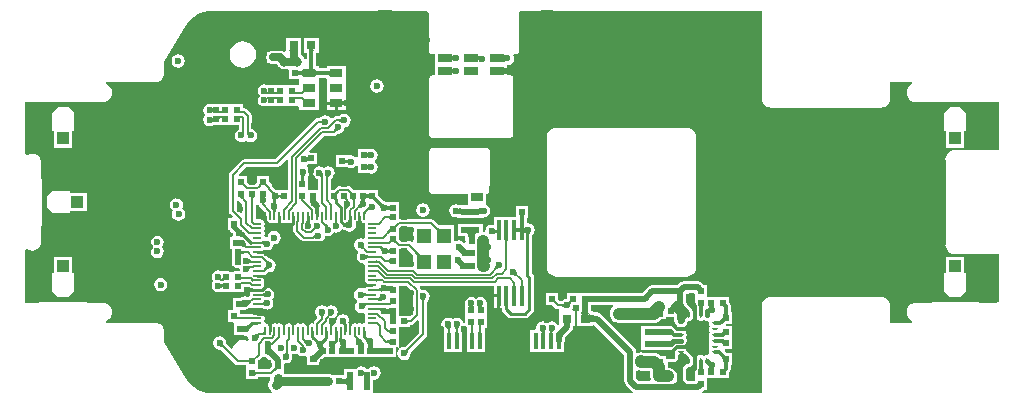
<source format=gbl>
G04*
G04 #@! TF.GenerationSoftware,Altium Limited,Altium Designer,18.1.6 (161)*
G04*
G04 Layer_Physical_Order=6*
G04 Layer_Color=16711680*
%FSLAX24Y24*%
%MOIN*%
G70*
G01*
G75*
%ADD10C,0.0100*%
%ADD11C,0.0060*%
%ADD12C,0.0079*%
%ADD13C,0.0080*%
%ADD15C,0.0059*%
%ADD17R,0.0197X0.0197*%
%ADD18R,0.0866X0.0433*%
%ADD19R,0.0413X0.0394*%
%ADD21R,0.0315X0.0315*%
%ADD23R,0.1496X0.0591*%
%ADD26R,0.0591X0.1496*%
%ADD27R,0.0512X0.1496*%
%ADD29C,0.0236*%
%ADD47C,0.0065*%
%ADD48C,0.0256*%
%ADD49C,0.0197*%
%ADD50C,0.0059*%
%ADD51C,0.0295*%
%ADD52C,0.2165*%
%ADD53C,0.0237*%
%ADD54C,0.0315*%
%ADD60C,0.0150*%
%ADD61C,0.0394*%
%ADD62R,0.0197X0.0197*%
G04:AMPARAMS|DCode=63|XSize=9.1mil|YSize=29.5mil|CornerRadius=2.3mil|HoleSize=0mil|Usage=FLASHONLY|Rotation=0.000|XOffset=0mil|YOffset=0mil|HoleType=Round|Shape=RoundedRectangle|*
%AMROUNDEDRECTD63*
21,1,0.0091,0.0250,0,0,0.0*
21,1,0.0045,0.0295,0,0,0.0*
1,1,0.0045,0.0023,-0.0125*
1,1,0.0045,-0.0023,-0.0125*
1,1,0.0045,-0.0023,0.0125*
1,1,0.0045,0.0023,0.0125*
%
%ADD63ROUNDEDRECTD63*%
%ADD64R,0.0433X0.0866*%
%ADD65R,0.0394X0.0413*%
%ADD66R,0.0118X0.0650*%
%ADD67R,0.0630X0.0197*%
%ADD68R,0.0472X0.0512*%
%ADD69R,0.0906X0.0748*%
%ADD70R,0.0748X0.0748*%
%ADD71R,0.0709X0.0748*%
%ADD72R,0.0157X0.0531*%
%ADD73R,0.0689X0.0512*%
%ADD74R,0.0394X0.0433*%
%ADD75R,0.0394X0.0256*%
%ADD76R,0.0472X0.0925*%
%ADD77R,0.0472X0.0551*%
%ADD78R,0.0472X0.0315*%
%ADD79R,0.0197X0.0630*%
G04:AMPARAMS|DCode=80|XSize=9.1mil|YSize=29.5mil|CornerRadius=2.3mil|HoleSize=0mil|Usage=FLASHONLY|Rotation=90.000|XOffset=0mil|YOffset=0mil|HoleType=Round|Shape=RoundedRectangle|*
%AMROUNDEDRECTD80*
21,1,0.0091,0.0250,0,0,90.0*
21,1,0.0045,0.0295,0,0,90.0*
1,1,0.0045,0.0125,0.0023*
1,1,0.0045,0.0125,-0.0023*
1,1,0.0045,-0.0125,-0.0023*
1,1,0.0045,-0.0125,0.0023*
%
%ADD80ROUNDEDRECTD80*%
%ADD81R,0.2126X0.2126*%
%ADD82R,0.0630X0.1024*%
G04:AMPARAMS|DCode=83|XSize=9.8mil|YSize=19.7mil|CornerRadius=2.5mil|HoleSize=0mil|Usage=FLASHONLY|Rotation=0.000|XOffset=0mil|YOffset=0mil|HoleType=Round|Shape=RoundedRectangle|*
%AMROUNDEDRECTD83*
21,1,0.0098,0.0148,0,0,0.0*
21,1,0.0049,0.0197,0,0,0.0*
1,1,0.0049,0.0025,-0.0074*
1,1,0.0049,-0.0025,-0.0074*
1,1,0.0049,-0.0025,0.0074*
1,1,0.0049,0.0025,0.0074*
%
%ADD83ROUNDEDRECTD83*%
G04:AMPARAMS|DCode=84|XSize=9.8mil|YSize=19.7mil|CornerRadius=2.5mil|HoleSize=0mil|Usage=FLASHONLY|Rotation=270.000|XOffset=0mil|YOffset=0mil|HoleType=Round|Shape=RoundedRectangle|*
%AMROUNDEDRECTD84*
21,1,0.0098,0.0148,0,0,270.0*
21,1,0.0049,0.0197,0,0,270.0*
1,1,0.0049,-0.0074,-0.0025*
1,1,0.0049,-0.0074,0.0025*
1,1,0.0049,0.0074,0.0025*
1,1,0.0049,0.0074,-0.0025*
%
%ADD84ROUNDEDRECTD84*%
%ADD85R,0.0433X0.0252*%
%ADD86C,0.0118*%
%ADD87C,0.0200*%
%ADD88C,0.0120*%
G36*
X71043Y32437D02*
X78200Y32437D01*
X78245Y32378D01*
Y31112D01*
X78252Y31073D01*
X78274Y31040D01*
X78307Y31018D01*
X78346Y31010D01*
X78455D01*
Y30609D01*
Y30289D01*
X78366D01*
X78327Y30281D01*
X78294Y30259D01*
X78272Y30226D01*
X78264Y30187D01*
Y28317D01*
X78272Y28278D01*
X78294Y28245D01*
X78327Y28223D01*
X78366Y28215D01*
X80965D01*
X81004Y28223D01*
X81037Y28245D01*
X81059Y28278D01*
X81067Y28317D01*
Y30187D01*
X81059Y30226D01*
X81037Y30259D01*
X81004Y30281D01*
X80965Y30289D01*
X80852D01*
Y30383D01*
X80516D01*
Y30483D01*
X80852D01*
Y30577D01*
X80866Y30634D01*
X80951Y30651D01*
X81023Y30699D01*
X81072Y30771D01*
X81089Y30856D01*
X81072Y30941D01*
X81060Y30958D01*
X81088Y31010D01*
X81152D01*
X81191Y31018D01*
X81224Y31040D01*
X81246Y31073D01*
X81254Y31112D01*
Y32402D01*
X81283Y32437D01*
X89346Y32437D01*
Y29528D01*
X89346D01*
X89357Y29445D01*
X89389Y29368D01*
X89440Y29302D01*
X89506Y29251D01*
X89583Y29219D01*
X89665Y29208D01*
Y29209D01*
X93307D01*
Y29208D01*
X93390Y29219D01*
X93467Y29251D01*
X93533Y29302D01*
X93584Y29368D01*
X93615Y29445D01*
X93626Y29528D01*
X93626D01*
Y30075D01*
X94366D01*
Y30016D01*
X94329Y30001D01*
X94262Y29950D01*
X94212Y29884D01*
X94180Y29807D01*
X94169Y29724D01*
X94180Y29642D01*
X94212Y29565D01*
X94262Y29499D01*
X94329Y29448D01*
X94406Y29416D01*
X94488Y29405D01*
Y29406D01*
X97240D01*
Y27799D01*
X95787D01*
Y27800D01*
X95705Y27789D01*
X95628Y27757D01*
X95562Y27706D01*
X95511Y27640D01*
X95479Y27563D01*
X95468Y27480D01*
X95469D01*
Y24646D01*
X95468D01*
X95479Y24563D01*
X95511Y24486D01*
X95562Y24420D01*
X95628Y24369D01*
X95705Y24337D01*
X95787Y24326D01*
Y24327D01*
X97240D01*
Y22720D01*
X94488D01*
Y22721D01*
X94406Y22710D01*
X94329Y22678D01*
X94262Y22627D01*
X94212Y22561D01*
X94180Y22484D01*
X94169Y22402D01*
X94180Y22319D01*
X94212Y22242D01*
X94262Y22176D01*
X94329Y22125D01*
X94366Y22110D01*
Y22051D01*
X93626D01*
Y22598D01*
X93626D01*
X93615Y22681D01*
X93584Y22758D01*
X93533Y22824D01*
X93467Y22875D01*
X93390Y22907D01*
X93307Y22918D01*
Y22917D01*
X89665D01*
Y22918D01*
X89583Y22907D01*
X89506Y22875D01*
X89440Y22824D01*
X89389Y22758D01*
X89357Y22681D01*
X89346Y22598D01*
X89346D01*
Y19689D01*
X87365D01*
X87347Y19748D01*
X87377Y19768D01*
X87420Y19811D01*
X87531D01*
Y19990D01*
X87535Y20010D01*
X87531Y20029D01*
Y20205D01*
X88240D01*
Y20371D01*
X88255Y20387D01*
X88290Y20440D01*
X88303Y20502D01*
Y20648D01*
X88338D01*
Y20745D01*
X88339Y20749D01*
X88338Y20753D01*
Y21045D01*
X88178D01*
X88174Y21048D01*
X88142Y21075D01*
X88112Y21105D01*
X88134Y21160D01*
X88338D01*
Y21557D01*
X88338D01*
Y21921D01*
X88160D01*
X88136Y21980D01*
X88139Y21983D01*
X88155Y21999D01*
X88171Y22011D01*
X88178Y22016D01*
X88338D01*
Y22308D01*
X88339Y22312D01*
X88338Y22316D01*
Y22413D01*
X88303D01*
Y22608D01*
X88290Y22671D01*
X88255Y22724D01*
X88250Y22729D01*
Y22895D01*
X87531D01*
Y23071D01*
X87535Y23091D01*
X87531Y23110D01*
Y23289D01*
X87420D01*
X87348Y23362D01*
X87282Y23405D01*
X87205Y23421D01*
X86742D01*
X86665Y23405D01*
X86599Y23362D01*
X86530Y23293D01*
X85699D01*
X85621Y23277D01*
X85556Y23234D01*
X85359Y23037D01*
X83445D01*
X83425Y23033D01*
X82853D01*
Y22857D01*
X82844Y22850D01*
X82759Y22833D01*
X82687Y22785D01*
X82681Y22776D01*
X82676Y22772D01*
X82672Y22768D01*
X82668Y22766D01*
X82665Y22764D01*
X82663Y22763D01*
X82662Y22763D01*
X82605D01*
X82547Y22821D01*
X82541Y22827D01*
X82542Y22829D01*
X82541Y22833D01*
Y23033D01*
X82144D01*
Y22636D01*
X82344D01*
X82348Y22635D01*
X82350Y22636D01*
X82354Y22632D01*
X82454Y22532D01*
X82498Y22503D01*
X82549Y22493D01*
X82576D01*
X82597Y22443D01*
X82597D01*
Y21988D01*
X82538Y21970D01*
X82500Y22027D01*
X82428Y22076D01*
X82343Y22092D01*
X82257Y22076D01*
X82195Y22034D01*
X82132Y22076D01*
X82047Y22092D01*
X81962Y22076D01*
X81890Y22027D01*
X81842Y21955D01*
X81825Y21870D01*
X81827Y21858D01*
X81790Y21813D01*
X81632D01*
Y21081D01*
X82757D01*
Y21357D01*
X82766Y21369D01*
X82781Y21447D01*
Y21540D01*
X82785Y21545D01*
X82829Y21598D01*
X82997Y21766D01*
X83041Y21832D01*
X83057Y21909D01*
Y21928D01*
X83112D01*
Y22443D01*
X83054D01*
X83022Y22502D01*
X83050Y22543D01*
X83067Y22628D01*
X83074Y22636D01*
X83243D01*
Y22481D01*
X83242Y22474D01*
X83240Y22451D01*
X83239Y22443D01*
X83187D01*
Y22345D01*
X83187Y22341D01*
X83187Y22338D01*
Y21928D01*
X83597D01*
X83601Y21927D01*
X83605Y21928D01*
X83702D01*
Y21966D01*
X83761Y21976D01*
X84758Y20979D01*
Y20111D01*
X84774Y20034D01*
X84818Y19968D01*
X85018Y19768D01*
X85048Y19748D01*
X85030Y19689D01*
X76399Y19689D01*
Y20137D01*
X76417Y20152D01*
X76502Y20169D01*
X76575Y20217D01*
X76623Y20289D01*
X76640Y20374D01*
X76623Y20459D01*
X76575Y20531D01*
X76502Y20579D01*
X76417Y20596D01*
X76332Y20579D01*
X76260Y20531D01*
X76248Y20513D01*
X76147D01*
X76142Y20521D01*
X76069Y20570D01*
X75984Y20587D01*
X75899Y20570D01*
X75856Y20541D01*
X75809Y20513D01*
X75412D01*
Y20324D01*
X75395Y20310D01*
X75363Y20288D01*
X75359Y20287D01*
X75021D01*
X74969Y20322D01*
X74872Y20341D01*
X73425D01*
X73415Y20355D01*
Y20573D01*
X73421Y20600D01*
X73420Y20602D01*
Y20661D01*
X73466Y20698D01*
X73494Y20693D01*
X73579Y20710D01*
X73651Y20758D01*
X73699Y20830D01*
X73716Y20915D01*
X73712Y20938D01*
X73761Y20992D01*
X73825Y21005D01*
X73860Y21029D01*
X73896Y20975D01*
X73968Y20926D01*
X74054Y20910D01*
X74139Y20926D01*
X74142Y20929D01*
X74152Y20928D01*
X74201Y20897D01*
Y20856D01*
X74197Y20837D01*
X74201Y20817D01*
Y20638D01*
X74380D01*
X74400Y20634D01*
X74419Y20638D01*
X74485D01*
X74485Y20638D01*
X74486Y20638D01*
X74493D01*
X74497Y20637D01*
X74501Y20638D01*
X74598D01*
Y20727D01*
X74598Y20728D01*
X74598Y20729D01*
X74600Y20733D01*
X74606Y20743D01*
X74613Y20754D01*
X74672Y20823D01*
X74687Y20838D01*
X74721Y20867D01*
X74740Y20881D01*
X74758Y20892D01*
X74774Y20901D01*
X74788Y20907D01*
X74798Y20911D01*
X74806Y20912D01*
X74819Y20913D01*
X74821Y20914D01*
X75438D01*
X75442Y20913D01*
X75444Y20914D01*
X75447Y20913D01*
X75449Y20914D01*
X75555D01*
X75557Y20913D01*
X75560Y20914D01*
X75562Y20913D01*
X75566Y20914D01*
X76393D01*
X76396Y20913D01*
X76399Y20914D01*
X76402Y20913D01*
X76404Y20914D01*
X76509D01*
X76512Y20913D01*
X76514Y20914D01*
X76517Y20913D01*
X76521Y20914D01*
X76682D01*
X76708Y20914D01*
X76711Y20913D01*
X76717Y20913D01*
X76717Y20913D01*
X76741Y20914D01*
X76741Y20914D01*
X76834D01*
X76837Y20913D01*
X76839Y20914D01*
X76842Y20913D01*
X76846Y20914D01*
X77137D01*
Y21219D01*
X77223D01*
X77255Y21168D01*
X77216Y21109D01*
X77199Y21024D01*
X77216Y20939D01*
X77264Y20866D01*
X77336Y20818D01*
X77421Y20801D01*
X77506Y20818D01*
X77579Y20866D01*
X77627Y20939D01*
X77644Y21024D01*
X77642Y21034D01*
X77642Y21041D01*
X77643Y21047D01*
X77644Y21051D01*
X77645Y21054D01*
X77645Y21056D01*
X77646Y21057D01*
X78150Y21561D01*
X78179Y21605D01*
X78189Y21657D01*
Y22738D01*
X78190Y22739D01*
X78191Y22741D01*
X78192Y22744D01*
X78195Y22747D01*
X78198Y22752D01*
X78203Y22757D01*
X78212Y22763D01*
X78260Y22835D01*
X78277Y22920D01*
X78260Y23005D01*
X78212Y23078D01*
X78139Y23126D01*
X78054Y23143D01*
X77987Y23129D01*
X77978Y23137D01*
X77967Y23188D01*
X77943Y23224D01*
X77955Y23269D01*
X77960Y23283D01*
X80420D01*
Y23001D01*
X80579D01*
Y22951D01*
X80629D01*
Y22526D01*
X80682D01*
Y22502D01*
X80694Y22443D01*
X80727Y22393D01*
X80876Y22244D01*
X80926Y22211D01*
X80984Y22199D01*
X81447D01*
X81505Y22211D01*
X81555Y22244D01*
X81703Y22392D01*
X81736Y22442D01*
X81747Y22500D01*
Y23556D01*
X81736Y23614D01*
X81703Y23664D01*
X81688Y23678D01*
Y24963D01*
X81690Y24965D01*
X81711Y24979D01*
X81759Y25051D01*
X81776Y25136D01*
X81759Y25221D01*
X81711Y25294D01*
X81639Y25342D01*
X81554Y25359D01*
X81552Y25358D01*
X81506Y25396D01*
Y25456D01*
X81507Y25460D01*
X81506Y25464D01*
Y25540D01*
X81547D01*
Y25637D01*
X81548Y25641D01*
X81547Y25645D01*
Y25650D01*
X81548Y25652D01*
X81547Y25652D01*
Y25937D01*
X81151D01*
Y25653D01*
X81151Y25653D01*
X81151Y25652D01*
Y25645D01*
X81150Y25641D01*
X81151Y25637D01*
Y25561D01*
X80420D01*
Y25352D01*
X80374Y25315D01*
X80344Y25321D01*
X80259Y25304D01*
X80187Y25256D01*
X80139Y25184D01*
X80122Y25098D01*
X80104Y25079D01*
X80064Y25084D01*
X80041Y25105D01*
Y25346D01*
X79654D01*
X79626Y25352D01*
X79598Y25346D01*
X79211D01*
Y24949D01*
X79457D01*
X79458Y24947D01*
X79462Y24931D01*
X79465Y24910D01*
X79467Y24895D01*
Y24785D01*
X79472Y24757D01*
Y24722D01*
X79413Y24705D01*
X79401Y24723D01*
X79329Y24771D01*
X79244Y24788D01*
X79159Y24771D01*
X79135Y24755D01*
X79076Y24787D01*
Y25307D01*
X78576D01*
X78572Y25310D01*
X78429Y25453D01*
X78385Y25482D01*
X78334Y25492D01*
X77237D01*
X77236Y25494D01*
Y25679D01*
Y26076D01*
X76952D01*
X76951Y26076D01*
X76950Y26076D01*
X76944D01*
X76940Y26077D01*
X76936Y26076D01*
X76846D01*
X76835Y26083D01*
X76750Y26100D01*
X76746Y26099D01*
X76744Y26101D01*
X76742Y26102D01*
X76582Y26263D01*
X76567Y26279D01*
X76557Y26291D01*
X76557Y26291D01*
Y26310D01*
X76557Y26314D01*
X76557Y26318D01*
Y26468D01*
X76273D01*
X76272Y26468D01*
X76271Y26468D01*
X76265D01*
X76261Y26469D01*
X76257Y26468D01*
X76144D01*
X76141Y26469D01*
X76137Y26468D01*
X76131D01*
X76129Y26468D01*
X76129Y26468D01*
X75748D01*
X75743Y26472D01*
X75655Y26560D01*
X75612Y26589D01*
X75561Y26599D01*
X75266D01*
X75215Y26589D01*
X75172Y26560D01*
X75082Y26470D01*
X75080Y26468D01*
X74975D01*
Y26832D01*
X74977Y26832D01*
X75049Y26880D01*
X75097Y26952D01*
X75114Y27037D01*
X75097Y27122D01*
X75049Y27195D01*
X74977Y27243D01*
X74892Y27260D01*
X74807Y27243D01*
X74750Y27205D01*
X74682Y27250D01*
X74596Y27267D01*
X74511Y27250D01*
X74439Y27202D01*
X74391Y27130D01*
X74374Y27045D01*
X74391Y26960D01*
X74439Y26887D01*
X74511Y26839D01*
X74543Y26833D01*
Y26468D01*
X74419D01*
X74400Y26472D01*
X74380Y26468D01*
X74234D01*
Y26749D01*
X74234Y26749D01*
X74234Y26751D01*
Y26757D01*
X74235Y26761D01*
X74234Y26764D01*
Y26862D01*
X74234D01*
X74213Y26912D01*
X74210Y26921D01*
X74251Y26982D01*
X74268Y27067D01*
X74251Y27152D01*
X74203Y27224D01*
X74201Y27225D01*
X74196Y27290D01*
X74223Y27320D01*
X74227Y27321D01*
X74519D01*
Y27718D01*
X74271D01*
X74249Y27773D01*
X74747Y28271D01*
X75070D01*
X75122Y28282D01*
X75165Y28311D01*
X75193Y28338D01*
X75194Y28339D01*
X75196Y28340D01*
X75199Y28341D01*
X75203Y28341D01*
X75209Y28342D01*
X75216Y28343D01*
X75226Y28341D01*
X75311Y28358D01*
X75384Y28406D01*
X75432Y28478D01*
X75449Y28563D01*
X75447Y28572D01*
X75508Y28584D01*
X75580Y28632D01*
X75629Y28704D01*
X75646Y28789D01*
X75629Y28874D01*
X75580Y28947D01*
X75508Y28995D01*
X75423Y29012D01*
X75338Y28995D01*
X75266Y28947D01*
X75260Y28938D01*
X75255Y28933D01*
X75250Y28930D01*
X75247Y28927D01*
X75244Y28926D01*
X75241Y28925D01*
X75241Y28924D01*
X75149D01*
X75097Y28914D01*
X75053Y28885D01*
X75030Y28861D01*
X74971Y28867D01*
X74951Y28897D01*
X74878Y28946D01*
X74793Y28963D01*
X74708Y28946D01*
X74636Y28897D01*
X74630Y28888D01*
X74625Y28884D01*
X74620Y28881D01*
X74617Y28878D01*
X74614Y28876D01*
X74612Y28875D01*
X74611Y28875D01*
X74557D01*
X74505Y28865D01*
X74462Y28836D01*
X73117Y27491D01*
X72097D01*
X72045Y27481D01*
X72001Y27452D01*
X71628Y27079D01*
X71599Y27035D01*
X71589Y26984D01*
Y25763D01*
X71599Y25711D01*
X71628Y25667D01*
X71708Y25588D01*
X71685Y25533D01*
X71544D01*
Y25241D01*
X71543Y25237D01*
X71544Y25234D01*
Y25136D01*
X71602D01*
X71618Y25120D01*
X71622Y25114D01*
X71661Y25075D01*
X71686Y25048D01*
X71704Y25026D01*
X71711Y25016D01*
Y24976D01*
X71711Y24976D01*
X71711Y24975D01*
Y24964D01*
X71710Y24959D01*
X71699Y24903D01*
X71622D01*
Y24506D01*
X71681D01*
Y24296D01*
X71681Y24293D01*
X71681Y24290D01*
X71681Y24287D01*
X71681Y24285D01*
Y24180D01*
X71681Y24177D01*
X71681Y24175D01*
X71681Y24172D01*
X71681Y24168D01*
Y23876D01*
X71908D01*
X71945Y23831D01*
X71943Y23819D01*
X71943Y23817D01*
X71906Y23771D01*
X71326D01*
X71315Y23778D01*
X71230Y23795D01*
X71145Y23778D01*
X71073Y23730D01*
X71025Y23658D01*
X71008Y23573D01*
X71025Y23488D01*
X71067Y23425D01*
X71025Y23363D01*
X71008Y23278D01*
X71025Y23192D01*
X71073Y23120D01*
X71145Y23072D01*
X71230Y23055D01*
X71281Y23065D01*
X71288Y23059D01*
Y23059D01*
X72078D01*
Y23224D01*
X72238D01*
X72259Y23204D01*
X72292Y23181D01*
X72296Y23225D01*
X72302Y23218D01*
X72309Y23212D01*
X72316Y23207D01*
X72324Y23202D01*
X72333Y23199D01*
X72342Y23195D01*
X72353Y23193D01*
X72363Y23191D01*
X72375Y23190D01*
X72387Y23190D01*
X72377Y23090D01*
X72365Y23089D01*
X72354Y23089D01*
X72343Y23087D01*
X72333Y23085D01*
X72323Y23082D01*
X72314Y23079D01*
X72305Y23075D01*
X72297Y23071D01*
X72289Y23066D01*
X72287Y23064D01*
X72279Y23053D01*
X72270Y23005D01*
Y22960D01*
X72272Y22947D01*
X72263Y22945D01*
X72216Y22915D01*
X72205Y22903D01*
X72191Y22912D01*
X72106Y22929D01*
X72021Y22912D01*
X71966Y22876D01*
X71711D01*
X71711Y22479D01*
X71655Y22472D01*
X71554D01*
Y22075D01*
X71719D01*
X71750Y22029D01*
Y21632D01*
X72040D01*
X72051Y21625D01*
X72136Y21608D01*
X72183Y21618D01*
X72233Y21568D01*
X72228Y21545D01*
X72239Y21490D01*
X72188Y21447D01*
X72135Y21469D01*
X72047Y21481D01*
X71959Y21469D01*
X71878Y21435D01*
X71807Y21382D01*
X71754Y21311D01*
X71720Y21230D01*
X71716Y21200D01*
X71654Y21179D01*
X71502Y21330D01*
X71502Y21333D01*
X71501Y21337D01*
X71500Y21340D01*
X71498Y21357D01*
X71500Y21368D01*
X71483Y21453D01*
X71435Y21525D01*
X71363Y21574D01*
X71278Y21590D01*
X71193Y21574D01*
X71121Y21525D01*
X71073Y21453D01*
X71056Y21368D01*
X71073Y21283D01*
X71121Y21211D01*
X71193Y21163D01*
X71278Y21146D01*
X71289Y21148D01*
X71290Y21148D01*
X71298Y21147D01*
X71304Y21147D01*
X71309Y21146D01*
X71313Y21144D01*
X71316Y21144D01*
X71790Y20669D01*
X71833Y20641D01*
X71883Y20631D01*
X72154Y20631D01*
Y20166D01*
X72551D01*
Y20221D01*
X72952D01*
X72964Y20207D01*
Y20129D01*
X72916Y20057D01*
X72897Y19961D01*
X72916Y19864D01*
X72971Y19782D01*
X73022Y19748D01*
X73004Y19689D01*
X71043D01*
X71041Y19689D01*
X70878Y19701D01*
X70716Y19740D01*
X70562Y19804D01*
X70420Y19891D01*
X70294Y19999D01*
X70186Y20125D01*
X70128Y20220D01*
X70124Y20217D01*
X70111Y20237D01*
X69433Y21401D01*
Y21732D01*
X69433D01*
X69423Y21815D01*
X69391Y21892D01*
X69340Y21958D01*
X69274Y22009D01*
X69197Y22041D01*
X69114Y22052D01*
Y22051D01*
X67484D01*
Y22110D01*
X67522Y22125D01*
X67588Y22176D01*
X67639Y22242D01*
X67671Y22319D01*
X67681Y22402D01*
X67671Y22484D01*
X67639Y22561D01*
X67588Y22627D01*
X67522Y22678D01*
X67445Y22710D01*
X67362Y22721D01*
Y22720D01*
X64787D01*
Y24469D01*
X64846Y24498D01*
X64860Y24487D01*
X64937Y24455D01*
X65020Y24445D01*
X65102Y24455D01*
X65179Y24487D01*
X65245Y24538D01*
X65296Y24604D01*
X65328Y24681D01*
X65339Y24764D01*
X65339D01*
X65339Y24764D01*
Y27362D01*
X65339D01*
X65328Y27445D01*
X65296Y27522D01*
X65245Y27588D01*
X65179Y27639D01*
X65102Y27671D01*
X65020Y27681D01*
X64937Y27671D01*
X64860Y27639D01*
X64846Y27628D01*
X64787Y27657D01*
Y29406D01*
X67362D01*
Y29405D01*
X67445Y29416D01*
X67522Y29448D01*
X67588Y29499D01*
X67639Y29565D01*
X67671Y29642D01*
X67681Y29724D01*
X67671Y29807D01*
X67639Y29884D01*
X67588Y29950D01*
X67522Y30001D01*
X67484Y30016D01*
Y30075D01*
X69114D01*
Y30074D01*
X69197Y30085D01*
X69274Y30117D01*
X69340Y30168D01*
X69391Y30234D01*
X69423Y30311D01*
X69433Y30394D01*
X69433D01*
Y30725D01*
X70111Y31889D01*
X70124Y31909D01*
X70128Y31906D01*
X70186Y32001D01*
X70294Y32127D01*
X70420Y32235D01*
X70562Y32322D01*
X70716Y32386D01*
X70878Y32425D01*
X71041Y32437D01*
X71043Y32437D01*
D02*
G37*
G36*
X79026Y30939D02*
X79028Y30932D01*
X79032Y30926D01*
X79038Y30921D01*
X79038Y30920D01*
X79048Y30926D01*
X79058Y30931D01*
X79067Y30938D01*
X79076Y30946D01*
X79073Y30908D01*
X79077Y30908D01*
X79091Y30907D01*
X79106Y30906D01*
Y30826D01*
X79091Y30826D01*
X79077Y30825D01*
X79066Y30823D01*
X79063Y30781D01*
X79055Y30790D01*
X79047Y30797D01*
X79038Y30804D01*
X79033Y30807D01*
X79032Y30807D01*
X79028Y30801D01*
X79026Y30794D01*
X79025Y30786D01*
Y30812D01*
X79020Y30815D01*
X79011Y30819D01*
X79001Y30822D01*
X78990Y30824D01*
X78980Y30826D01*
X78968Y30826D01*
X78976Y30906D01*
X78986Y30907D01*
X78997Y30908D01*
X79008Y30910D01*
X79018Y30912D01*
X79025Y30915D01*
Y30946D01*
X79026Y30939D01*
D02*
G37*
G36*
X79888D02*
X79891Y30932D01*
X79895Y30926D01*
X79900Y30921D01*
X79902Y30920D01*
X79910Y30924D01*
X79921Y30929D01*
X79931Y30935D01*
X79940Y30942D01*
X79935Y30908D01*
X79939Y30908D01*
X79953Y30907D01*
X79969Y30906D01*
Y30826D01*
X79953Y30826D01*
X79939Y30825D01*
X79927Y30823D01*
X79920Y30821D01*
X79913Y30779D01*
X79906Y30788D01*
X79899Y30796D01*
X79892Y30802D01*
X79891Y30801D01*
X79888Y30794D01*
X79887Y30786D01*
Y30806D01*
X79883Y30809D01*
X79874Y30814D01*
X79865Y30819D01*
X79855Y30822D01*
X79845Y30824D01*
X79834Y30826D01*
X79823Y30826D01*
X79837Y30906D01*
X79848Y30907D01*
X79858Y30908D01*
X79869Y30909D01*
X79879Y30912D01*
X79887Y30914D01*
Y30946D01*
X79888Y30939D01*
D02*
G37*
G36*
X80751Y30968D02*
X80754Y30966D01*
X80760Y30963D01*
X80768Y30961D01*
X80779Y30959D01*
X80792Y30957D01*
X80824Y30955D01*
X80866Y30955D01*
Y30758D01*
X80844Y30758D01*
X80779Y30754D01*
X80768Y30752D01*
X80760Y30750D01*
X80754Y30747D01*
X80751Y30744D01*
X80750Y30741D01*
Y30972D01*
X80751Y30968D01*
D02*
G37*
G36*
X79026Y30505D02*
X79028Y30499D01*
X79032Y30493D01*
X79035Y30491D01*
X79038Y30492D01*
X79048Y30498D01*
X79057Y30505D01*
X79067Y30513D01*
X79064Y30477D01*
X79065Y30477D01*
X79077Y30475D01*
X79091Y30473D01*
X79106Y30473D01*
Y30393D01*
X79091Y30393D01*
X79077Y30391D01*
X79065Y30389D01*
X79056Y30387D01*
X79053Y30348D01*
X79045Y30356D01*
X79037Y30364D01*
X79030Y30370D01*
X79028Y30367D01*
X79026Y30361D01*
X79025Y30353D01*
Y30373D01*
X79020Y30377D01*
X79011Y30382D01*
X79001Y30386D01*
X78991Y30389D01*
X78981Y30391D01*
X78970Y30393D01*
X78959Y30393D01*
X78966Y30473D01*
X78977Y30473D01*
X78987Y30475D01*
X78998Y30477D01*
X79008Y30479D01*
X79018Y30483D01*
X79025Y30486D01*
Y30513D01*
X79026Y30505D01*
D02*
G37*
G36*
X75339Y28707D02*
X75329Y28716D01*
X75319Y28725D01*
X75309Y28732D01*
X75299Y28739D01*
X75289Y28744D01*
X75279Y28749D01*
X75269Y28752D01*
X75259Y28755D01*
X75249Y28756D01*
X75239Y28757D01*
Y28822D01*
X75249Y28822D01*
X75259Y28824D01*
X75269Y28826D01*
X75279Y28830D01*
X75289Y28834D01*
X75299Y28840D01*
X75309Y28846D01*
X75319Y28854D01*
X75329Y28863D01*
X75339Y28872D01*
Y28707D01*
D02*
G37*
G36*
X74709Y28657D02*
X74699Y28667D01*
X74689Y28676D01*
X74679Y28683D01*
X74669Y28690D01*
X74659Y28695D01*
X74649Y28700D01*
X74639Y28703D01*
X74629Y28706D01*
X74619Y28707D01*
X74609Y28708D01*
Y28773D01*
X74619Y28773D01*
X74629Y28775D01*
X74639Y28777D01*
X74649Y28781D01*
X74659Y28785D01*
X74669Y28791D01*
X74679Y28797D01*
X74689Y28805D01*
X74699Y28813D01*
X74709Y28823D01*
Y28657D01*
D02*
G37*
G36*
X75225Y28445D02*
X75211Y28445D01*
X75198Y28444D01*
X75186Y28442D01*
X75174Y28440D01*
X75164Y28436D01*
X75153Y28433D01*
X75144Y28428D01*
X75135Y28423D01*
X75127Y28416D01*
X75119Y28410D01*
X75073Y28456D01*
X75080Y28463D01*
X75086Y28471D01*
X75091Y28480D01*
X75096Y28490D01*
X75100Y28500D01*
X75103Y28511D01*
X75105Y28523D01*
X75107Y28535D01*
X75108Y28548D01*
X75108Y28562D01*
X75225Y28445D01*
D02*
G37*
G36*
X74170Y27565D02*
X74178Y27558D01*
X74187Y27552D01*
X74196Y27546D01*
X74206Y27541D01*
X74206Y27541D01*
X74212Y27545D01*
X74217Y27550D01*
X74221Y27556D01*
X74224Y27563D01*
X74225Y27570D01*
X74225Y27534D01*
X74226Y27534D01*
X74236Y27532D01*
X74247Y27531D01*
X74258Y27530D01*
X74256Y27450D01*
X74245Y27450D01*
X74234Y27448D01*
X74224Y27446D01*
X74224Y27422D01*
X74223Y27428D01*
X74220Y27432D01*
X74216Y27437D01*
X74211Y27440D01*
X74208Y27441D01*
X74203Y27440D01*
X74193Y27435D01*
X74184Y27430D01*
X74175Y27423D01*
X74166Y27416D01*
X74157Y27408D01*
X74158Y27450D01*
X74144Y27450D01*
Y27530D01*
X74159Y27531D01*
X74160Y27531D01*
X74161Y27574D01*
X74170Y27565D01*
D02*
G37*
G36*
X74121Y26976D02*
X74114Y26970D01*
X74108Y26963D01*
X74103Y26956D01*
X74098Y26947D01*
X74094Y26939D01*
X74091Y26929D01*
X74089Y26919D01*
X74087Y26908D01*
X74086Y26897D01*
X74085Y26885D01*
X73985Y26894D01*
X73985Y26906D01*
X73984Y26918D01*
X73983Y26929D01*
X73981Y26939D01*
X73978Y26949D01*
X73975Y26958D01*
X73971Y26967D01*
X73966Y26975D01*
X73961Y26983D01*
X73956Y26990D01*
X74121Y26976D01*
D02*
G37*
G36*
X74711Y27014D02*
X74708Y26982D01*
X74706Y26939D01*
X74705Y26886D01*
X74646Y26867D01*
X74645Y26878D01*
X74644Y26887D01*
X74641Y26896D01*
X74637Y26904D01*
X74632Y26910D01*
X74626Y26916D01*
X74619Y26920D01*
X74611Y26924D01*
X74602Y26926D01*
X74591Y26927D01*
X74713Y27023D01*
X74711Y27014D01*
D02*
G37*
G36*
X74932Y26926D02*
X74920Y26922D01*
X74910Y26916D01*
X74901Y26910D01*
X74894Y26904D01*
X74887Y26896D01*
X74882Y26889D01*
X74877Y26880D01*
X74874Y26871D01*
X74873Y26861D01*
X74872Y26850D01*
X74813Y26878D01*
X74813Y26886D01*
X74812Y26895D01*
X74810Y26904D01*
X74805Y26926D01*
X74798Y26951D01*
X74782Y26994D01*
X74932Y26926D01*
D02*
G37*
G36*
X74086Y26842D02*
X74087Y26825D01*
X74090Y26810D01*
X74093Y26797D01*
X74097Y26786D01*
X74102Y26777D01*
X74109Y26770D01*
X74116Y26765D01*
X74124Y26762D01*
X74133Y26761D01*
X73938D01*
X73947Y26762D01*
X73955Y26765D01*
X73962Y26770D01*
X73968Y26777D01*
X73974Y26786D01*
X73978Y26797D01*
X73981Y26810D01*
X73984Y26825D01*
X73985Y26842D01*
X73985Y26861D01*
X74085D01*
X74086Y26842D01*
D02*
G37*
G36*
X72703Y26636D02*
X72699Y26640D01*
X72694Y26642D01*
X72688Y26642D01*
X72681Y26640D01*
X72673Y26637D01*
X72664Y26632D01*
X72654Y26625D01*
X72644Y26616D01*
X72619Y26593D01*
X72587Y26645D01*
X72599Y26657D01*
X72617Y26678D01*
X72623Y26687D01*
X72629Y26696D01*
X72632Y26704D01*
X72634Y26711D01*
X72634Y26718D01*
X72633Y26723D01*
X72630Y26728D01*
X72703Y26636D01*
D02*
G37*
G36*
X72072Y26714D02*
X72071Y26709D01*
Y26702D01*
X72072Y26695D01*
X72076Y26687D01*
X72081Y26678D01*
X72087Y26669D01*
X72096Y26658D01*
X72117Y26635D01*
X72076Y26593D01*
X72063Y26605D01*
X72042Y26623D01*
X72032Y26630D01*
X72023Y26635D01*
X72015Y26638D01*
X72008Y26640D01*
X72002D01*
X71997Y26638D01*
X71992Y26635D01*
X72076Y26719D01*
X72072Y26714D01*
D02*
G37*
G36*
X72819Y26743D02*
X72817Y26736D01*
X72817Y26728D01*
X72820Y26718D01*
X72824Y26707D01*
X72831Y26696D01*
X72840Y26683D01*
X72851Y26669D01*
X72879Y26638D01*
X72827Y26579D01*
X72810Y26595D01*
X72781Y26620D01*
X72768Y26629D01*
X72757Y26635D01*
X72746Y26640D01*
X72737Y26642D01*
X72729Y26642D01*
X72721Y26640D01*
X72715Y26635D01*
X72824Y26750D01*
X72819Y26743D01*
D02*
G37*
G36*
X73559Y27474D02*
Y26458D01*
X73190D01*
X73189Y26459D01*
X73186Y26460D01*
X73183Y26461D01*
X73178Y26464D01*
X73173Y26467D01*
X73167Y26472D01*
X73165Y26474D01*
X73057Y26582D01*
X73055Y26593D01*
X73024Y26639D01*
X72939Y26724D01*
X72928Y26736D01*
X72925Y26740D01*
Y26748D01*
X72926Y26752D01*
X72925Y26756D01*
Y26931D01*
X72528D01*
Y26731D01*
X72526Y26729D01*
X72455Y26658D01*
X72240D01*
X72180Y26717D01*
X72177Y26720D01*
X72177Y26722D01*
Y26931D01*
X71939D01*
X71917Y26985D01*
X72153Y27221D01*
X73173D01*
X73225Y27232D01*
X73269Y27261D01*
X73504Y27496D01*
X73559Y27474D01*
D02*
G37*
G36*
X75238Y26396D02*
X75225Y26383D01*
X75204Y26359D01*
X75197Y26348D01*
X75191Y26339D01*
X75188Y26331D01*
X75187Y26325D01*
X75187Y26319D01*
X75190Y26315D01*
X75194Y26311D01*
X75081Y26366D01*
X75087Y26364D01*
X75094Y26363D01*
X75101Y26364D01*
X75108Y26366D01*
X75117Y26370D01*
X75125Y26375D01*
X75135Y26381D01*
X75145Y26389D01*
X75155Y26399D01*
X75166Y26409D01*
X75238Y26396D01*
D02*
G37*
G36*
X73092Y26402D02*
X73103Y26392D01*
X73114Y26384D01*
X73125Y26377D01*
X73137Y26370D01*
X73148Y26365D01*
X73159Y26361D01*
X73170Y26358D01*
X73181Y26357D01*
X73192Y26356D01*
X73023Y26357D01*
X73022Y26358D01*
X73021Y26360D01*
X73014Y26367D01*
X72969Y26413D01*
X73081D01*
X73092Y26402D01*
D02*
G37*
G36*
X76261Y26172D02*
X76260Y26181D01*
X76257Y26189D01*
X76252Y26197D01*
X76245Y26203D01*
X76236Y26208D01*
X76225Y26212D01*
X76212Y26215D01*
X76201Y26217D01*
X76190Y26215D01*
X76177Y26212D01*
X76166Y26208D01*
X76157Y26203D01*
X76150Y26197D01*
X76145Y26189D01*
X76142Y26181D01*
X76141Y26172D01*
X76132Y26171D01*
X76124Y26168D01*
X76116Y26163D01*
X76110Y26156D01*
X76105Y26147D01*
X76101Y26136D01*
X76099Y26127D01*
X76101Y26118D01*
X76105Y26109D01*
X76109Y26100D01*
X76114Y26092D01*
X76120Y26085D01*
X76126Y26078D01*
X76093D01*
X76093Y26072D01*
X75993D01*
X75993Y26078D01*
X75961D01*
X75967Y26085D01*
X75972Y26092D01*
X75977Y26100D01*
X75982Y26109D01*
X75985Y26118D01*
X75988Y26127D01*
X75986Y26136D01*
X75981Y26147D01*
X75976Y26156D01*
X75970Y26163D01*
X75963Y26168D01*
X75955Y26171D01*
X75946Y26172D01*
X76141D01*
Y26367D01*
X76142Y26358D01*
X76145Y26350D01*
X76150Y26343D01*
X76157Y26337D01*
X76166Y26331D01*
X76177Y26327D01*
X76190Y26324D01*
X76201Y26322D01*
X76212Y26324D01*
X76225Y26327D01*
X76236Y26331D01*
X76245Y26337D01*
X76252Y26343D01*
X76257Y26350D01*
X76260Y26358D01*
X76261Y26367D01*
Y26172D01*
D02*
G37*
G36*
X75672Y26399D02*
X75692Y26381D01*
X75702Y26375D01*
X75710Y26370D01*
X75719Y26366D01*
X75726Y26364D01*
X75733Y26363D01*
X75740Y26364D01*
X75746Y26366D01*
X75632Y26312D01*
X75637Y26315D01*
X75640Y26319D01*
X75640Y26325D01*
X75639Y26332D01*
X75635Y26339D01*
X75630Y26349D01*
X75623Y26359D01*
X75613Y26370D01*
X75589Y26396D01*
X75661Y26409D01*
X75672Y26399D01*
D02*
G37*
G36*
X73338Y26181D02*
X73337Y26189D01*
X73335Y26195D01*
X73331Y26201D01*
X73325Y26206D01*
X73318Y26211D01*
X73309Y26214D01*
X73299Y26217D01*
X73287Y26219D01*
X73277Y26220D01*
X73267Y26219D01*
X73255Y26217D01*
X73245Y26214D01*
X73236Y26211D01*
X73229Y26206D01*
X73223Y26201D01*
X73219Y26195D01*
X73217Y26189D01*
X73216Y26181D01*
Y26339D01*
X73217Y26331D01*
X73219Y26324D01*
X73223Y26319D01*
X73229Y26313D01*
X73236Y26309D01*
X73245Y26306D01*
X73255Y26303D01*
X73267Y26301D01*
X73277Y26300D01*
X73287Y26301D01*
X73299Y26303D01*
X73309Y26306D01*
X73318Y26309D01*
X73325Y26313D01*
X73331Y26319D01*
X73335Y26324D01*
X73337Y26331D01*
X73338Y26339D01*
Y26181D01*
D02*
G37*
G36*
X72766Y26304D02*
X72766Y26293D01*
X72767Y26283D01*
X72770Y26272D01*
X72773Y26262D01*
X72777Y26252D01*
X72781Y26243D01*
X72805D01*
X72798Y26242D01*
X72791Y26239D01*
X72785Y26236D01*
X72787Y26233D01*
X72793Y26224D01*
X72801Y26215D01*
X72809Y26206D01*
X72770D01*
X72769Y26203D01*
X72767Y26191D01*
X72766Y26178D01*
X72766Y26163D01*
X72687D01*
X72687Y26178D01*
X72685Y26191D01*
X72683Y26203D01*
X72683Y26206D01*
X72644D01*
X72652Y26215D01*
X72659Y26224D01*
X72666Y26233D01*
X72667Y26236D01*
X72662Y26239D01*
X72655Y26242D01*
X72648Y26243D01*
X72671D01*
X72676Y26252D01*
X72680Y26262D01*
X72683Y26272D01*
X72685Y26283D01*
X72687Y26293D01*
X72687Y26304D01*
X72766Y26304D01*
D02*
G37*
G36*
X72425Y26242D02*
X72418Y26239D01*
X72412Y26235D01*
X72407Y26230D01*
X72402Y26222D01*
X72399Y26213D01*
X72396Y26203D01*
X72394Y26191D01*
X72393Y26177D01*
X72392Y26161D01*
X72312D01*
X72312Y26177D01*
X72311Y26191D01*
X72309Y26203D01*
X72306Y26213D01*
X72302Y26222D01*
X72298Y26230D01*
X72293Y26235D01*
X72287Y26239D01*
X72280Y26242D01*
X72272Y26243D01*
X72432D01*
X72425Y26242D01*
D02*
G37*
G36*
X72076Y26241D02*
X72076Y26237D01*
X72077Y26232D01*
X72079Y26227D01*
X72081Y26221D01*
X72084Y26216D01*
X72087Y26210D01*
X72092Y26204D01*
X72096Y26198D01*
X72108Y26186D01*
X72025Y26158D01*
X72008Y26174D01*
X71977Y26201D01*
X71962Y26212D01*
X71948Y26221D01*
X71934Y26229D01*
X71921Y26235D01*
X71909Y26239D01*
X71897Y26242D01*
X71885Y26243D01*
X72076Y26241D01*
D02*
G37*
G36*
X74072Y26173D02*
X74071Y26172D01*
X74069Y26170D01*
X74068Y26167D01*
X74068Y26164D01*
X74067Y26159D01*
X74066Y26154D01*
X74066Y26142D01*
X74065Y26134D01*
X74005D01*
X74005Y26142D01*
X74004Y26159D01*
X74003Y26164D01*
X74002Y26167D01*
X74001Y26170D01*
X74000Y26172D01*
X73999Y26173D01*
X73997Y26174D01*
X74074D01*
X74072Y26173D01*
D02*
G37*
G36*
X75793Y26173D02*
X75788Y26171D01*
X75783Y26168D01*
X75779Y26164D01*
X75776Y26158D01*
X75773Y26152D01*
X75771Y26144D01*
X75770Y26134D01*
X75769Y26124D01*
X75768Y26112D01*
X75708D01*
X75708Y26124D01*
X75707Y26134D01*
X75706Y26144D01*
X75704Y26152D01*
X75701Y26158D01*
X75698Y26164D01*
X75694Y26168D01*
X75689Y26171D01*
X75684Y26173D01*
X75678Y26174D01*
X75798D01*
X75793Y26173D01*
D02*
G37*
G36*
X76450Y26306D02*
X76447Y26297D01*
Y26286D01*
X76450Y26274D01*
X76455Y26261D01*
X76464Y26246D01*
X76475Y26230D01*
X76489Y26212D01*
X76526Y26172D01*
X76455Y26102D01*
X76435Y26122D01*
X76398Y26153D01*
X76382Y26164D01*
X76367Y26172D01*
X76354Y26178D01*
X76342Y26181D01*
X76331D01*
X76322Y26178D01*
X76314Y26172D01*
X76455Y26314D01*
X76450Y26306D01*
D02*
G37*
G36*
X76940Y25780D02*
X76939Y25789D01*
X76936Y25797D01*
X76931Y25804D01*
X76924Y25811D01*
X76915Y25816D01*
X76904Y25820D01*
X76891Y25823D01*
X76889Y25824D01*
X76884Y25822D01*
X76874Y25819D01*
X76865Y25816D01*
X76857Y25812D01*
X76849Y25807D01*
X76841Y25801D01*
X76835Y25795D01*
Y25960D01*
X76841Y25954D01*
X76849Y25948D01*
X76857Y25944D01*
X76865Y25939D01*
X76874Y25936D01*
X76884Y25933D01*
X76889Y25932D01*
X76891Y25932D01*
X76904Y25935D01*
X76915Y25939D01*
X76924Y25945D01*
X76931Y25951D01*
X76936Y25958D01*
X76939Y25966D01*
X76940Y25975D01*
Y25780D01*
D02*
G37*
G36*
X76011Y25880D02*
X76000Y25883D01*
X75990Y25884D01*
X75980Y25885D01*
X75970Y25884D01*
X75960Y25882D01*
X75951Y25878D01*
X75942Y25874D01*
X75933Y25869D01*
X75925Y25862D01*
X75916Y25854D01*
X75876Y25928D01*
X75883Y25935D01*
X75890Y25944D01*
X75897Y25952D01*
X75903Y25961D01*
X75908Y25970D01*
X75913Y25980D01*
X75922Y26001D01*
X75926Y26013D01*
X75929Y26024D01*
X76011Y25880D01*
D02*
G37*
G36*
X76669Y26030D02*
X76677Y26023D01*
X76686Y26017D01*
X76695Y26011D01*
X76704Y26006D01*
X76713Y26002D01*
X76722Y25999D01*
X76731Y25997D01*
X76740Y25996D01*
X76749Y25996D01*
X76632Y25879D01*
X76632Y25888D01*
X76631Y25897D01*
X76629Y25906D01*
X76626Y25915D01*
X76622Y25924D01*
X76617Y25933D01*
X76611Y25942D01*
X76605Y25950D01*
X76598Y25959D01*
X76589Y25968D01*
X76660Y26039D01*
X76669Y26030D01*
D02*
G37*
G36*
X75550Y25887D02*
X75540Y25885D01*
X75532Y25882D01*
X75525Y25878D01*
X75519Y25873D01*
X75514Y25866D01*
X75510Y25859D01*
X75506Y25851D01*
X75504Y25841D01*
X75502Y25830D01*
X75502Y25819D01*
X75423Y25837D01*
X75417Y25974D01*
X75550Y25887D01*
D02*
G37*
G36*
X76299Y25788D02*
X76287Y25793D01*
X76276Y25796D01*
X76266Y25799D01*
X76256Y25799D01*
X76246Y25799D01*
X76236Y25797D01*
X76227Y25794D01*
X76219Y25789D01*
X76210Y25783D01*
X76202Y25776D01*
X76180Y25839D01*
X76186Y25845D01*
X76191Y25851D01*
X76197Y25859D01*
X76208Y25878D01*
X76220Y25901D01*
X76240Y25942D01*
X76299Y25788D01*
D02*
G37*
G36*
X75650Y25791D02*
X75652Y25771D01*
X75652Y25766D01*
X75653Y25761D01*
X75655Y25758D01*
X75656Y25755D01*
X75657Y25753D01*
X75659Y25752D01*
X75581D01*
X75583Y25753D01*
X75584Y25755D01*
X75586Y25758D01*
X75587Y25761D01*
X75588Y25766D01*
X75589Y25771D01*
X75590Y25784D01*
X75590Y25800D01*
X75650D01*
X75650Y25791D01*
D02*
G37*
G36*
X74390Y25799D02*
X74392Y25768D01*
X74393Y25763D01*
X74395Y25758D01*
X74396Y25755D01*
X74398Y25753D01*
X74399Y25752D01*
X74321D01*
X74323Y25753D01*
X74324Y25755D01*
X74326Y25758D01*
X74327Y25763D01*
X74328Y25768D01*
X74329Y25774D01*
X74330Y25790D01*
X74330Y25809D01*
X74390D01*
X74390Y25799D01*
D02*
G37*
G36*
X73448Y25801D02*
X73450Y25763D01*
X73451Y25758D01*
X73452Y25755D01*
X73453Y25753D01*
X73454Y25752D01*
X73376D01*
X73378Y25753D01*
X73379Y25755D01*
X73380Y25758D01*
X73380Y25763D01*
X73381Y25768D01*
X73382Y25782D01*
X73383Y25812D01*
X73448D01*
X73448Y25801D01*
D02*
G37*
G36*
X73172Y26163D02*
X73165Y26161D01*
X73159Y26156D01*
X73154Y26151D01*
X73150Y26144D01*
X73146Y26135D01*
X73143Y26125D01*
X73141Y26113D01*
X73140Y26099D01*
X73140Y26098D01*
X73140Y26098D01*
X73141Y26087D01*
X73143Y26076D01*
X73146Y26066D01*
X73150Y26056D01*
X73154Y26046D01*
X73159Y26036D01*
X73165Y26026D01*
X73172Y26017D01*
X73180Y26007D01*
X73104Y25930D01*
X73180Y25853D01*
X73172Y25844D01*
X73165Y25834D01*
X73159Y25824D01*
X73154Y25814D01*
X73150Y25804D01*
X73146Y25794D01*
X73143Y25784D01*
X73141Y25773D01*
X73140Y25763D01*
X73140Y25752D01*
X73061Y25745D01*
X73061Y25756D01*
X73059Y25767D01*
X73057Y25777D01*
X73054Y25787D01*
X73050Y25797D01*
X73045Y25806D01*
X73039Y25815D01*
X73032Y25823D01*
X73024Y25831D01*
X73015Y25839D01*
X73104Y25930D01*
X73015Y26021D01*
X73024Y26029D01*
X73032Y26037D01*
X73039Y26046D01*
X73045Y26054D01*
X73050Y26064D01*
X73054Y26073D01*
X73057Y26083D01*
X73059Y26094D01*
X73060Y26102D01*
X73060Y26112D01*
X73058Y26124D01*
X73055Y26134D01*
X73051Y26143D01*
X73047Y26150D01*
X73042Y26156D01*
X73037Y26159D01*
X73030Y26162D01*
X73023Y26163D01*
X73179Y26164D01*
X73172Y26163D01*
D02*
G37*
G36*
X71935Y26102D02*
X72023Y26014D01*
Y25732D01*
X71969Y25709D01*
X71859Y25819D01*
Y26086D01*
X71860Y26087D01*
X71866Y26095D01*
X71876Y26104D01*
X71895Y26113D01*
X71918Y26117D01*
X71935Y26102D01*
D02*
G37*
G36*
X74588Y25855D02*
X74584Y25845D01*
X74580Y25833D01*
X74577Y25819D01*
X74574Y25802D01*
X74570Y25761D01*
X74568Y25711D01*
X74568Y25682D01*
X74468D01*
X74467Y25711D01*
X74461Y25802D01*
X74459Y25819D01*
X74455Y25833D01*
X74452Y25845D01*
X74447Y25855D01*
X74443Y25862D01*
X74593D01*
X74588Y25855D01*
D02*
G37*
G36*
X76181Y25754D02*
X76169Y25743D01*
X76151Y25721D01*
X76144Y25711D01*
X76139Y25703D01*
X76136Y25694D01*
X76134Y25687D01*
X76133Y25681D01*
X76134Y25675D01*
X76137Y25670D01*
X76070Y25758D01*
X76076Y25759D01*
X76082Y25760D01*
X76089Y25762D01*
X76096Y25765D01*
X76103Y25769D01*
X76110Y25774D01*
X76118Y25779D01*
X76126Y25786D01*
X76142Y25801D01*
X76181Y25754D01*
D02*
G37*
G36*
X75655Y25646D02*
X75585D01*
X75586Y25648D01*
X75587Y25651D01*
X75587Y25657D01*
X75589Y25674D01*
X75590Y25750D01*
X75650D01*
X75655Y25646D01*
D02*
G37*
G36*
X76941Y25503D02*
X76941Y25508D01*
X76939Y25513D01*
X76936Y25518D01*
X76932Y25522D01*
X76926Y25525D01*
X76919Y25528D01*
X76911Y25530D01*
X76902Y25531D01*
X76892Y25532D01*
X76880Y25533D01*
Y25593D01*
X76892Y25593D01*
X76902Y25594D01*
X76911Y25595D01*
X76919Y25597D01*
X76926Y25600D01*
X76932Y25603D01*
X76936Y25607D01*
X76939Y25612D01*
X76941Y25617D01*
X76941Y25623D01*
Y25503D01*
D02*
G37*
G36*
X81437Y25640D02*
X81428Y25637D01*
X81421Y25632D01*
X81415Y25625D01*
X81409Y25616D01*
X81405Y25605D01*
X81401Y25592D01*
X81399Y25577D01*
X81397Y25560D01*
X81397Y25544D01*
X81397Y25541D01*
X81402Y25464D01*
X81403Y25461D01*
X81405Y25460D01*
X81289D01*
X81290Y25461D01*
X81292Y25464D01*
X81293Y25469D01*
X81294Y25476D01*
X81296Y25496D01*
X81297Y25550D01*
X81296Y25560D01*
X81295Y25577D01*
X81293Y25592D01*
X81290Y25605D01*
X81286Y25616D01*
X81281Y25625D01*
X81275Y25632D01*
X81268Y25637D01*
X81260Y25640D01*
X81252Y25641D01*
X81446D01*
X81437Y25640D01*
D02*
G37*
G36*
X72566Y25969D02*
X72569Y25965D01*
X72582Y25956D01*
X72592Y25948D01*
X72595Y25934D01*
X72626Y25888D01*
X72795Y25718D01*
Y25485D01*
X72800Y25462D01*
X72744Y25439D01*
X72733Y25456D01*
X72693Y25483D01*
X72645Y25492D01*
X72495D01*
Y25966D01*
X72548Y25984D01*
X72566Y25969D01*
D02*
G37*
G36*
X74084Y25468D02*
X74084Y25467D01*
X74085Y25420D01*
X74026D01*
X74025Y25429D01*
X74024Y25450D01*
X74023Y25455D01*
X74021Y25460D01*
X74020Y25463D01*
X74018Y25465D01*
X74016Y25467D01*
X74014Y25467D01*
X74084Y25469D01*
X74084Y25468D01*
D02*
G37*
G36*
X75185Y25468D02*
X75183Y25465D01*
X75182Y25462D01*
X75181Y25457D01*
X75180Y25451D01*
X75179Y25444D01*
X75178Y25427D01*
X75178Y25405D01*
X75118Y25405D01*
X75118Y25417D01*
X75115Y25451D01*
X75114Y25457D01*
X75113Y25462D01*
X75112Y25465D01*
X75110Y25468D01*
X75109Y25469D01*
X75187D01*
X75185Y25468D01*
D02*
G37*
G36*
X75670Y25471D02*
X75670Y25459D01*
X75672Y25437D01*
X75674Y25426D01*
X75677Y25417D01*
X75679Y25407D01*
X75683Y25398D01*
X75687Y25390D01*
X75691Y25382D01*
X75696Y25375D01*
X75533Y25402D01*
X75540Y25408D01*
X75546Y25414D01*
X75552Y25421D01*
X75557Y25429D01*
X75561Y25437D01*
X75564Y25446D01*
X75567Y25456D01*
X75569Y25467D01*
X75570Y25478D01*
X75570Y25490D01*
X75670Y25471D01*
D02*
G37*
G36*
X76501Y25382D02*
X76503Y25380D01*
X76507Y25379D01*
X76512Y25378D01*
X76517Y25377D01*
X76524Y25376D01*
X76542Y25375D01*
X76563Y25374D01*
Y25314D01*
X76552Y25314D01*
X76517Y25312D01*
X76512Y25311D01*
X76507Y25310D01*
X76503Y25309D01*
X76501Y25307D01*
X76500Y25305D01*
Y25384D01*
X76501Y25382D01*
D02*
G37*
G36*
X77181Y25255D02*
X77168Y25241D01*
X77147Y25217D01*
X77140Y25207D01*
X77135Y25197D01*
X77131Y25189D01*
X77129Y25181D01*
Y25174D01*
X77131Y25168D01*
X77135Y25163D01*
X77043Y25255D01*
X77048Y25251D01*
X77054Y25249D01*
X77061D01*
X77068Y25251D01*
X77077Y25255D01*
X77087Y25260D01*
X77097Y25268D01*
X77109Y25277D01*
X77135Y25301D01*
X77181Y25255D01*
D02*
G37*
G36*
X75500Y25244D02*
X75498Y25246D01*
X75495Y25248D01*
X75490Y25249D01*
X75485Y25251D01*
X75479Y25252D01*
X75471Y25253D01*
X75452Y25255D01*
X75430Y25255D01*
Y25355D01*
X75442Y25355D01*
X75479Y25358D01*
X75485Y25359D01*
X75490Y25361D01*
X75495Y25363D01*
X75498Y25364D01*
X75500Y25367D01*
Y25244D01*
D02*
G37*
G36*
X74839Y25308D02*
X74855Y25294D01*
X74864Y25288D01*
X74881Y25276D01*
X74891Y25270D01*
X74910Y25260D01*
X74920Y25256D01*
X74766Y25199D01*
X74769Y25208D01*
X74772Y25217D01*
X74773Y25227D01*
X74773Y25236D01*
X74772Y25245D01*
X74769Y25254D01*
X74765Y25262D01*
X74760Y25271D01*
X74754Y25280D01*
X74746Y25288D01*
X74832Y25315D01*
X74839Y25308D01*
D02*
G37*
G36*
X74253Y25440D02*
X74254Y25429D01*
X74256Y25419D01*
X74259Y25409D01*
X74262Y25400D01*
X74267Y25392D01*
X74272Y25385D01*
X74277Y25378D01*
X74278Y25378D01*
X74290Y25370D01*
X74290Y25368D01*
X74291Y25368D01*
X74291Y25367D01*
X74315Y25305D01*
X74305Y25256D01*
X74309Y25234D01*
X74265Y25190D01*
X74200D01*
X74158Y25232D01*
Y25306D01*
X74167Y25320D01*
X74170Y25336D01*
X74131Y25326D01*
X74135Y25334D01*
X74139Y25342D01*
X74142Y25350D01*
X74145Y25359D01*
X74147Y25368D01*
X74149Y25378D01*
X74152Y25400D01*
X74153Y25411D01*
X74153Y25423D01*
X74253Y25452D01*
X74253Y25440D01*
D02*
G37*
G36*
X81290Y25036D02*
X81289Y25046D01*
X81286Y25054D01*
X81281Y25062D01*
X81274Y25068D01*
X81265Y25074D01*
X81254Y25078D01*
X81241Y25082D01*
X81225Y25084D01*
X81219Y25085D01*
X81212Y25084D01*
X81197Y25082D01*
X81184Y25078D01*
X81173Y25074D01*
X81164Y25068D01*
X81157Y25062D01*
X81152Y25054D01*
X81149Y25046D01*
X81148Y25036D01*
Y25236D01*
X81149Y25227D01*
X81152Y25218D01*
X81157Y25211D01*
X81164Y25204D01*
X81173Y25199D01*
X81184Y25194D01*
X81197Y25191D01*
X81212Y25188D01*
X81219Y25188D01*
X81225Y25188D01*
X81241Y25191D01*
X81254Y25194D01*
X81265Y25199D01*
X81274Y25204D01*
X81281Y25211D01*
X81286Y25218D01*
X81289Y25227D01*
X81290Y25236D01*
Y25036D01*
D02*
G37*
G36*
X78500Y25238D02*
X78525Y25216D01*
X78536Y25208D01*
X78546Y25202D01*
X78554Y25199D01*
X78562Y25197D01*
X78568Y25197D01*
X78573Y25200D01*
X78577Y25204D01*
X78506Y25094D01*
X78509Y25100D01*
X78510Y25106D01*
X78509Y25114D01*
X78507Y25122D01*
X78503Y25130D01*
X78498Y25140D01*
X78491Y25150D01*
X78482Y25161D01*
X78459Y25186D01*
X78485Y25251D01*
X78500Y25238D01*
D02*
G37*
G36*
X75985Y25491D02*
X75986Y25479D01*
X75988Y25468D01*
X75990Y25458D01*
X75993Y25449D01*
X75997Y25439D01*
X76001Y25431D01*
X76006Y25423D01*
X76012Y25416D01*
X76018Y25409D01*
X75973D01*
X75981Y25397D01*
X76022Y25370D01*
X76070Y25360D01*
X76108D01*
Y25322D01*
X76118Y25274D01*
X76123Y25266D01*
X76118Y25257D01*
X76108Y25210D01*
Y25164D01*
X76118Y25117D01*
X76123Y25108D01*
X76118Y25100D01*
X76108Y25052D01*
Y25007D01*
X76118Y24959D01*
X76123Y24951D01*
X76118Y24943D01*
X76108Y24895D01*
Y24880D01*
X76085Y24861D01*
X76052Y24843D01*
X76051Y24843D01*
X75974Y24858D01*
X75889Y24841D01*
X75817Y24793D01*
X75769Y24721D01*
X75752Y24636D01*
X75769Y24551D01*
X75817Y24479D01*
X75870Y24444D01*
X75889Y24420D01*
X75887Y24371D01*
X75858Y24327D01*
X75841Y24242D01*
X75858Y24157D01*
X75906Y24085D01*
X75978Y24037D01*
X76063Y24020D01*
X76067Y24020D01*
X76068Y24020D01*
X76112Y23969D01*
X76108Y23950D01*
Y23905D01*
X76118Y23857D01*
X76123Y23848D01*
X76118Y23840D01*
X76108Y23792D01*
Y23747D01*
X76118Y23699D01*
X76123Y23691D01*
X76118Y23683D01*
X76108Y23635D01*
Y23590D01*
X76118Y23542D01*
X76123Y23533D01*
X76118Y23525D01*
X76108Y23477D01*
Y23432D01*
X76118Y23384D01*
X76145Y23344D01*
X76165Y23330D01*
X76166Y23329D01*
Y23266D01*
X76165Y23264D01*
X76145Y23251D01*
X76118Y23210D01*
X76056Y23188D01*
X76053Y23188D01*
X75970Y23205D01*
X75885Y23188D01*
X75813Y23140D01*
X75765Y23067D01*
X75748Y22982D01*
X75765Y22897D01*
X75813Y22825D01*
X75836Y22810D01*
X75847Y22746D01*
X75798Y22674D01*
X75782Y22589D01*
X75798Y22503D01*
X75847Y22431D01*
X75919Y22383D01*
X76004Y22366D01*
X76049Y22375D01*
X76108Y22330D01*
Y22330D01*
X76118Y22282D01*
X76123Y22274D01*
X76118Y22265D01*
X76108Y22218D01*
Y22172D01*
X76118Y22124D01*
X76123Y22116D01*
X76118Y22108D01*
X76108Y22060D01*
Y22022D01*
X76070D01*
X76022Y22012D01*
X76014Y22007D01*
X76006Y22012D01*
X75958Y22022D01*
X75912D01*
X75865Y22012D01*
X75856Y22007D01*
X75848Y22012D01*
X75800Y22022D01*
X75755D01*
X75707Y22012D01*
X75683Y21996D01*
X75709Y21982D01*
X75699Y21979D01*
X75691Y21975D01*
X75684Y21970D01*
X75678Y21964D01*
X75672Y21958D01*
X75668Y21950D01*
X75664Y21941D01*
X75662Y21931D01*
X75661Y21921D01*
X75660Y21909D01*
X75580Y21961D01*
X75580Y21973D01*
X75577Y22015D01*
X75575Y22025D01*
X75569Y22051D01*
X75567Y22060D01*
X75606Y22039D01*
X75604Y22047D01*
X75598Y22055D01*
X75606Y22096D01*
X75589Y22182D01*
X75541Y22254D01*
X75469Y22302D01*
X75384Y22319D01*
X75299Y22302D01*
X75227Y22254D01*
X75178Y22182D01*
X75161Y22096D01*
X75165Y22081D01*
X75129Y22027D01*
X75116Y22020D01*
X75077Y22012D01*
X75058Y21999D01*
X75079Y21994D01*
X75069Y21988D01*
X75061Y21982D01*
X75054Y21975D01*
X75048Y21967D01*
X75042Y21959D01*
X75038Y21950D01*
X75035Y21940D01*
X75032Y21930D01*
X75031Y21919D01*
X75030Y21908D01*
X74950Y21930D01*
X74950Y21941D01*
X74949Y21951D01*
X74947Y21962D01*
X74945Y21972D01*
X74942Y21983D01*
X74941Y21987D01*
X74905Y22011D01*
X74920Y22033D01*
X74919Y22035D01*
X74921Y22035D01*
X74933Y22053D01*
X74943Y22103D01*
Y22128D01*
X74982Y22167D01*
X74994Y22173D01*
X74997Y22174D01*
X75029Y22184D01*
X75041Y22187D01*
X75048Y22191D01*
X75075Y22196D01*
X75147Y22244D01*
X75195Y22316D01*
X75212Y22401D01*
X75195Y22487D01*
X75147Y22559D01*
X75075Y22607D01*
X74990Y22624D01*
X74905Y22607D01*
X74838Y22562D01*
X74770Y22607D01*
X74685Y22624D01*
X74600Y22607D01*
X74528Y22559D01*
X74480Y22487D01*
X74463Y22402D01*
X74480Y22316D01*
X74528Y22244D01*
X74527Y22185D01*
X74434Y22092D01*
X74405Y22049D01*
X74399Y22018D01*
X74383Y22022D01*
X74338D01*
X74290Y22012D01*
X74268Y21998D01*
X74292Y21989D01*
X74283Y21984D01*
X74274Y21979D01*
X74267Y21972D01*
X74260Y21965D01*
X74255Y21957D01*
X74251Y21949D01*
X74247Y21939D01*
X74245Y21929D01*
X74243Y21919D01*
X74243Y21907D01*
X74163Y21938D01*
X74162Y21948D01*
X74160Y21969D01*
X74158Y21980D01*
X74158Y21983D01*
X74156Y21985D01*
X74116Y22012D01*
X74068Y22022D01*
X74023D01*
X73975Y22012D01*
X73967Y22007D01*
X73958Y22012D01*
X73910Y22022D01*
X73865D01*
X73817Y22012D01*
X73777Y21985D01*
X73772Y21978D01*
X73771Y21972D01*
X73770Y21957D01*
X73690D01*
Y21957D01*
X73690D01*
X73690Y21972D01*
X73688Y21978D01*
X73684Y21985D01*
X73643Y22012D01*
X73595Y22022D01*
X73550D01*
X73502Y22012D01*
X73462Y21985D01*
X73448Y21965D01*
X73447Y21964D01*
X73384D01*
X73383Y21965D01*
X73369Y21985D01*
X73328Y22012D01*
X73281Y22022D01*
X73235D01*
X73187Y22012D01*
X73179Y22007D01*
X73171Y22012D01*
X73123Y22022D01*
X73078D01*
X73077Y22022D01*
X73074Y22019D01*
X73065Y22012D01*
X73056Y22004D01*
Y22017D01*
X73030Y22012D01*
X73000Y21992D01*
X73031Y21984D01*
X73024Y21979D01*
X73018Y21974D01*
X73012Y21967D01*
X73007Y21960D01*
X73003Y21952D01*
X72999Y21943D01*
X72996Y21933D01*
X72994Y21923D01*
X72993Y21911D01*
X72993Y21899D01*
X72893Y21928D01*
X72893Y21940D01*
X72891Y21962D01*
X72889Y21973D01*
X72885Y21992D01*
X72885Y21993D01*
X72856Y22012D01*
X72808Y22022D01*
X72770D01*
Y22060D01*
X72760Y22108D01*
X72755Y22116D01*
X72760Y22124D01*
X72770Y22172D01*
Y22218D01*
X72760Y22265D01*
X72733Y22306D01*
X72723Y22313D01*
X72732Y22292D01*
X72726Y22294D01*
X72720Y22296D01*
X72713Y22297D01*
X72696Y22300D01*
X72676Y22301D01*
X72641Y22302D01*
X72619Y22343D01*
X72395D01*
X72370Y22338D01*
X71992D01*
X71950Y22379D01*
X71950Y22463D01*
X72007Y22478D01*
X72007Y22478D01*
X72007Y22478D01*
X72010Y22479D01*
X72108D01*
Y22485D01*
X72191Y22501D01*
X72264Y22549D01*
X72329Y22541D01*
X72347Y22529D01*
X72395Y22520D01*
X72645D01*
X72693Y22529D01*
X72698Y22533D01*
X72759Y22491D01*
X72844Y22474D01*
X72930Y22491D01*
X73002Y22540D01*
X73050Y22612D01*
X73067Y22697D01*
X73050Y22782D01*
X73018Y22829D01*
X73027Y22835D01*
X73075Y22907D01*
X73092Y22992D01*
X73075Y23077D01*
X73027Y23149D01*
X72955Y23198D01*
X72870Y23215D01*
X72834Y23207D01*
X72829Y23202D01*
X72824Y23205D01*
X72811Y23203D01*
X72808Y23204D01*
X72784Y23230D01*
X72741Y23256D01*
X72750Y23265D01*
X72757Y23273D01*
X72763Y23282D01*
X72767Y23290D01*
X72770Y23296D01*
Y23320D01*
X72770Y23321D01*
X72769Y23323D01*
X72765Y23329D01*
X72768Y23328D01*
X72760Y23368D01*
X72755Y23376D01*
X72760Y23384D01*
X72770Y23432D01*
Y23456D01*
X72742Y23441D01*
X72744Y23449D01*
X72745Y23458D01*
X72744Y23466D01*
X72743Y23475D01*
X72740Y23483D01*
X72737Y23492D01*
X72732Y23501D01*
X72726Y23510D01*
X72719Y23518D01*
X72710Y23527D01*
X72747Y23545D01*
X72733Y23566D01*
X72729Y23569D01*
X72734Y23607D01*
X72744Y23629D01*
X72791Y23638D01*
X72837Y23669D01*
X72899Y23732D01*
X72900Y23732D01*
X72902Y23733D01*
X72904Y23734D01*
X72906Y23735D01*
X72909Y23736D01*
X72912Y23736D01*
X72914Y23736D01*
X72923Y23734D01*
X73008Y23751D01*
X73080Y23799D01*
X73129Y23872D01*
X73146Y23957D01*
X73129Y24042D01*
X73080Y24114D01*
X73008Y24162D01*
X72985Y24167D01*
X72980Y24169D01*
X72971Y24172D01*
X72965Y24174D01*
X72951Y24180D01*
X72947Y24182D01*
X72942Y24184D01*
X72938Y24187D01*
X72935Y24189D01*
X72782Y24343D01*
X72764Y24354D01*
X72757Y24312D01*
X72752Y24320D01*
X72746Y24326D01*
X72739Y24331D01*
X72731Y24336D01*
X72722Y24340D01*
X72713Y24344D01*
X72703Y24346D01*
X72693Y24348D01*
X72681Y24349D01*
X72669Y24350D01*
X72688Y24450D01*
X72700Y24450D01*
X72723Y24452D01*
X72733Y24454D01*
X72739Y24455D01*
X72741Y24458D01*
X72758Y24477D01*
X72769Y24470D01*
X72774Y24469D01*
X72778Y24471D01*
X72785Y24476D01*
X72783Y24467D01*
X72854Y24453D01*
X72939Y24470D01*
X73012Y24518D01*
X73060Y24590D01*
X73074Y24663D01*
X73091Y24660D01*
X73176Y24676D01*
X73248Y24725D01*
X73296Y24797D01*
X73313Y24882D01*
X73296Y24967D01*
X73248Y25039D01*
X73176Y25087D01*
X73091Y25104D01*
X73005Y25087D01*
X72933Y25039D01*
X72885Y24967D01*
X72875Y24915D01*
X72814Y24900D01*
X72761Y24939D01*
X72760Y24943D01*
X72755Y24951D01*
X72760Y24959D01*
X72770Y25007D01*
Y25052D01*
X72760Y25100D01*
X72755Y25108D01*
X72760Y25117D01*
X72770Y25164D01*
Y25210D01*
X72760Y25257D01*
X72755Y25266D01*
X72760Y25274D01*
X72770Y25322D01*
Y25367D01*
X72765Y25390D01*
X72821Y25413D01*
X72832Y25397D01*
X72872Y25370D01*
X72920Y25360D01*
X72963D01*
X72974Y25371D01*
X72984Y25364D01*
X73013Y25370D01*
X73022Y25375D01*
X73030Y25370D01*
X73078Y25360D01*
X73123D01*
X73171Y25370D01*
X73211Y25397D01*
X73225Y25417D01*
X73227Y25418D01*
X73289D01*
X73291Y25417D01*
X73304Y25397D01*
X73345Y25370D01*
X73393Y25360D01*
X73438D01*
X73486Y25370D01*
X73494Y25375D01*
X73502Y25370D01*
X73550Y25360D01*
X73595D01*
X73643Y25370D01*
X73675Y25391D01*
X73710Y25380D01*
X73734Y25365D01*
Y25306D01*
X73731Y25294D01*
Y25103D01*
X73741Y25053D01*
X73770Y25010D01*
X73993Y24787D01*
X74036Y24758D01*
X74086Y24748D01*
X74388D01*
X74439Y24758D01*
X74451Y24766D01*
X74482Y24745D01*
X74567Y24728D01*
X74652Y24745D01*
X74724Y24794D01*
X74772Y24866D01*
X74788Y24942D01*
X74872Y24925D01*
X74957Y24942D01*
X75029Y24990D01*
X75074Y25058D01*
X75148Y25043D01*
X75233Y25060D01*
X75305Y25108D01*
X75337Y25157D01*
X75371Y25164D01*
X75430Y25152D01*
X75440D01*
X75443Y25148D01*
X75515Y25100D01*
X75600Y25083D01*
X75686Y25100D01*
X75758Y25148D01*
X75806Y25220D01*
X75823Y25305D01*
X75819Y25326D01*
X75848Y25370D01*
X75889Y25397D01*
X75897Y25409D01*
X75852D01*
X75859Y25416D01*
X75864Y25423D01*
X75869Y25431D01*
X75873Y25439D01*
X75877Y25449D01*
X75880Y25458D01*
X75882Y25468D01*
X75884Y25479D01*
X75885Y25491D01*
X75885Y25503D01*
X75985D01*
X75985Y25491D01*
D02*
G37*
G36*
X76993Y25061D02*
X76990Y25067D01*
X76985Y25070D01*
X76979Y25071D01*
X76972Y25069D01*
X76963Y25066D01*
X76954Y25060D01*
X76942Y25052D01*
X76930Y25042D01*
X76901Y25014D01*
X76894Y25100D01*
X76905Y25111D01*
X76924Y25133D01*
X76930Y25143D01*
X76936Y25153D01*
X76940Y25161D01*
X76942Y25170D01*
X76944Y25178D01*
X76943Y25185D01*
X76941Y25192D01*
X76993Y25061D01*
D02*
G37*
G36*
X80439Y25171D02*
X80460Y25154D01*
X80470Y25147D01*
X80480Y25141D01*
X80490Y25136D01*
X80500Y25133D01*
X80501Y25133D01*
X80501Y25133D01*
X80507Y25135D01*
X80513Y25139D01*
X80517Y25142D01*
X80520Y25147D01*
X80522Y25152D01*
X80522Y25157D01*
Y25128D01*
X80530Y25128D01*
Y25069D01*
X80522Y25069D01*
Y25039D01*
X80522Y25045D01*
X80520Y25050D01*
X80517Y25054D01*
X80513Y25058D01*
X80507Y25062D01*
X80501Y25064D01*
X80501Y25064D01*
X80500Y25064D01*
X80490Y25060D01*
X80480Y25056D01*
X80470Y25050D01*
X80460Y25043D01*
X80450Y25035D01*
X80439Y25026D01*
X80429Y25016D01*
Y25181D01*
X80439Y25171D01*
D02*
G37*
G36*
X72378Y24990D02*
X72377Y24992D01*
X72375Y24993D01*
X72371Y24994D01*
X72366Y24995D01*
X72360Y24995D01*
X72334Y24997D01*
X72311Y24997D01*
Y25062D01*
X72323Y25062D01*
X72371Y25065D01*
X72375Y25066D01*
X72377Y25067D01*
X72378Y25069D01*
Y24990D01*
D02*
G37*
G36*
X71829Y25351D02*
X71823Y25339D01*
X71822Y25325D01*
X71825Y25307D01*
X71833Y25287D01*
X71846Y25265D01*
X71864Y25240D01*
X71886Y25212D01*
X71909Y25187D01*
X71971Y25134D01*
X71982Y25126D01*
X71992Y25121D01*
X72000Y25118D01*
X72007Y25117D01*
X71812Y24964D01*
X71822Y24974D01*
X71827Y24987D01*
X71828Y25003D01*
X71824Y25020D01*
X71815Y25040D01*
X71803Y25063D01*
X71785Y25087D01*
X71763Y25115D01*
X71706Y25176D01*
X71706Y25176D01*
X71645Y25237D01*
X71839Y25361D01*
X71829Y25351D01*
D02*
G37*
G36*
X81405Y25227D02*
X81408Y25218D01*
X81413Y25211D01*
X81420Y25204D01*
X81429Y25199D01*
X81435Y25196D01*
X81439Y25198D01*
X81447Y25202D01*
X81455Y25207D01*
X81462Y25213D01*
X81469Y25219D01*
Y25188D01*
X81485Y25187D01*
X81505Y25186D01*
Y25086D01*
X81485Y25086D01*
X81469Y25084D01*
Y25064D01*
X81622Y25040D01*
X81615Y25035D01*
X81609Y25028D01*
X81603Y25021D01*
X81599Y25013D01*
X81595Y25005D01*
X81591Y24996D01*
X81589Y24986D01*
X81587Y24975D01*
X81586Y24964D01*
X81585Y24952D01*
X81485Y24969D01*
X81485Y24981D01*
X81483Y25003D01*
X81481Y25014D01*
X81479Y25024D01*
X81476Y25033D01*
X81472Y25042D01*
X81468Y25050D01*
X81464Y25058D01*
X81464Y25059D01*
X81462Y25060D01*
X81455Y25065D01*
X81447Y25070D01*
X81439Y25074D01*
X81435Y25076D01*
X81429Y25074D01*
X81420Y25068D01*
X81413Y25062D01*
X81408Y25054D01*
X81405Y25046D01*
X81404Y25036D01*
Y25084D01*
X81399Y25085D01*
X81388Y25086D01*
X81376Y25086D01*
X81376Y25186D01*
X81388Y25187D01*
X81399Y25188D01*
X81404Y25188D01*
Y25236D01*
X81405Y25227D01*
D02*
G37*
G36*
X74487Y24864D02*
X74480Y24870D01*
X74473Y24875D01*
X74466Y24878D01*
X74460Y24881D01*
X74453Y24882D01*
X74447Y24882D01*
X74441Y24881D01*
X74435Y24878D01*
X74429Y24874D01*
X74424Y24870D01*
X74403Y24932D01*
X74410Y24939D01*
X74436Y24969D01*
X74442Y24978D01*
X74467Y25014D01*
X74487Y24864D01*
D02*
G37*
G36*
X79851Y25050D02*
X79834Y25044D01*
X79819Y25034D01*
X79806Y25019D01*
X79795Y25001D01*
X79786Y24979D01*
X79779Y24953D01*
X79774Y24923D01*
X79771Y24889D01*
X79770Y24850D01*
X79570D01*
X79569Y24889D01*
X79566Y24923D01*
X79561Y24953D01*
X79554Y24979D01*
X79545Y25001D01*
X79534Y25019D01*
X79521Y25034D01*
X79506Y25044D01*
X79489Y25050D01*
X79470Y25052D01*
X79870D01*
X79851Y25050D01*
D02*
G37*
G36*
X76501Y24910D02*
X76503Y24909D01*
X76507Y24908D01*
X76512Y24907D01*
X76518Y24906D01*
X76544Y24905D01*
X76567Y24905D01*
Y24840D01*
X76555Y24839D01*
X76507Y24836D01*
X76503Y24835D01*
X76501Y24834D01*
X76500Y24833D01*
Y24911D01*
X76501Y24910D01*
D02*
G37*
G36*
X72110Y25011D02*
X72113Y25008D01*
X72126Y24994D01*
X72215Y24903D01*
X72144Y24832D01*
X72034Y24938D01*
X72109Y25013D01*
X72110Y25011D01*
D02*
G37*
G36*
X80888Y24812D02*
X80883Y24810D01*
X80878Y24807D01*
X80875Y24803D01*
X80872Y24798D01*
X80869Y24791D01*
X80867Y24784D01*
X80866Y24775D01*
X80865Y24765D01*
X80865Y24754D01*
X80806D01*
X80805Y24765D01*
X80804Y24775D01*
X80803Y24784D01*
X80801Y24791D01*
X80798Y24798D01*
X80795Y24803D01*
X80792Y24807D01*
X80787Y24810D01*
X80783Y24812D01*
X80777Y24813D01*
X80893D01*
X80888Y24812D01*
D02*
G37*
G36*
X77002Y24746D02*
X77000Y24747D01*
X76997Y24747D01*
X76993Y24745D01*
X76988Y24742D01*
X76983Y24738D01*
X76969Y24726D01*
X76951Y24710D01*
X76940Y24699D01*
X76894Y24745D01*
X76904Y24756D01*
X76937Y24793D01*
X76940Y24798D01*
X76942Y24802D01*
X76942Y24805D01*
X76941Y24807D01*
X77002Y24746D01*
D02*
G37*
G36*
X77735Y24748D02*
X77680Y24726D01*
X77674Y24731D01*
X77630Y24761D01*
X77579Y24771D01*
X77300D01*
X77242Y24829D01*
X77236Y24836D01*
Y25159D01*
X77237Y25163D01*
X77236Y25165D01*
X77240Y25169D01*
X77293Y25222D01*
X77735D01*
Y24748D01*
D02*
G37*
G36*
X77130Y24832D02*
X77128Y24826D01*
X77128Y24820D01*
X77130Y24812D01*
X77134Y24803D01*
X77140Y24793D01*
X77147Y24783D01*
X77156Y24771D01*
X77181Y24745D01*
X77135Y24699D01*
X77121Y24712D01*
X77097Y24733D01*
X77087Y24740D01*
X77077Y24746D01*
X77068Y24750D01*
X77060Y24752D01*
X77054Y24752D01*
X77048Y24750D01*
X77043Y24746D01*
X77133Y24837D01*
X77130Y24832D01*
D02*
G37*
G36*
X76501Y24752D02*
X76503Y24751D01*
X76507Y24750D01*
X76512Y24749D01*
X76518Y24749D01*
X76544Y24747D01*
X76567Y24747D01*
Y24682D01*
X76555Y24682D01*
X76507Y24679D01*
X76503Y24678D01*
X76501Y24677D01*
X76500Y24676D01*
Y24754D01*
X76501Y24752D01*
D02*
G37*
G36*
X72747Y24625D02*
X72742Y24635D01*
X72737Y24643D01*
X72730Y24650D01*
X72723Y24657D01*
X72715Y24662D01*
X72707Y24667D01*
X72698Y24670D01*
X72688Y24673D01*
X72677Y24674D01*
X72665Y24675D01*
X72696Y24755D01*
X72706Y24755D01*
X72727Y24757D01*
X72738Y24759D01*
X72759Y24764D01*
X72770Y24768D01*
X72792Y24776D01*
X72802Y24781D01*
X72747Y24625D01*
D02*
G37*
G36*
X71919Y24798D02*
X71922Y24794D01*
X71927Y24791D01*
X71934Y24788D01*
X71943Y24785D01*
X71954Y24783D01*
X71967Y24782D01*
X71999Y24780D01*
X72018Y24780D01*
Y24633D01*
X72093Y24707D01*
X72094Y24702D01*
X72097Y24695D01*
X72102Y24687D01*
X72109Y24677D01*
X72109Y24677D01*
X72136Y24704D01*
X72136Y24692D01*
X72137Y24680D01*
X72139Y24669D01*
X72142Y24658D01*
X72145Y24648D01*
X72149Y24639D01*
X72154Y24629D01*
X72160Y24620D01*
X72167Y24612D01*
X72193Y24585D01*
X72138Y24529D01*
X72118Y24548D01*
X72104Y24561D01*
X72102Y24562D01*
X72093Y24568D01*
X72084Y24573D01*
X72074Y24577D01*
X72064Y24581D01*
X72053Y24583D01*
X72042Y24585D01*
X72031Y24586D01*
X72019Y24587D01*
X72045Y24612D01*
X72036Y24620D01*
X72027Y24625D01*
X72020Y24629D01*
X72015Y24630D01*
X71999Y24629D01*
X71954Y24626D01*
X71943Y24624D01*
X71934Y24622D01*
X71927Y24619D01*
X71922Y24615D01*
X71919Y24612D01*
X71918Y24608D01*
Y24627D01*
X71917Y24627D01*
X71902Y24629D01*
X71881Y24629D01*
X71856Y24630D01*
Y24780D01*
X71869Y24780D01*
X71918Y24783D01*
Y24802D01*
X71919Y24798D01*
D02*
G37*
G36*
X76091Y24612D02*
X76091Y24598D01*
X76092Y24586D01*
X76094Y24574D01*
X76096Y24563D01*
X76100Y24552D01*
X76104Y24543D01*
X76109Y24534D01*
X76115Y24525D01*
X76121Y24518D01*
X76076Y24479D01*
X76069Y24486D01*
X76061Y24492D01*
X76052Y24497D01*
X76043Y24502D01*
X76032Y24506D01*
X76021Y24509D01*
X76008Y24512D01*
X75995Y24515D01*
X75967Y24518D01*
X76092Y24626D01*
X76091Y24612D01*
D02*
G37*
G36*
X76680Y24577D02*
X76689Y24569D01*
X76698Y24563D01*
X76706Y24558D01*
X76715Y24554D01*
X76724Y24550D01*
X76732Y24548D01*
X76741Y24546D01*
X76749Y24546D01*
X76758Y24546D01*
X76654Y24443D01*
X76655Y24451D01*
X76654Y24460D01*
X76653Y24469D01*
X76651Y24477D01*
X76647Y24486D01*
X76643Y24495D01*
X76638Y24503D01*
X76631Y24512D01*
X76624Y24521D01*
X76616Y24529D01*
X76672Y24585D01*
X76680Y24577D01*
D02*
G37*
G36*
X71977Y24461D02*
X71979Y24454D01*
X71983Y24448D01*
X71989Y24443D01*
X71996Y24439D01*
X72005Y24435D01*
X72015Y24433D01*
X72027Y24431D01*
X72032Y24430D01*
X72066Y24429D01*
X72094Y24429D01*
Y24350D01*
X72066Y24350D01*
X72019Y24348D01*
X72015Y24347D01*
X72005Y24344D01*
X71996Y24341D01*
X71989Y24336D01*
X71983Y24331D01*
X71979Y24325D01*
X71977Y24319D01*
X71976Y24311D01*
Y24345D01*
X71953Y24344D01*
X71944Y24342D01*
X71937Y24339D01*
X71933Y24337D01*
Y24443D01*
X71937Y24440D01*
X71944Y24438D01*
X71953Y24436D01*
X71965Y24434D01*
X71976Y24433D01*
Y24469D01*
X71977Y24461D01*
D02*
G37*
G36*
X76865Y24504D02*
X76873Y24496D01*
X76883Y24490D01*
X76892Y24484D01*
X76902Y24479D01*
X76912Y24475D01*
X76913Y24475D01*
X76921Y24478D01*
X76929Y24483D01*
X76934Y24488D01*
X76938Y24494D01*
X76941Y24500D01*
X76941Y24508D01*
Y24469D01*
X76943Y24469D01*
X76954Y24469D01*
Y24390D01*
X76943Y24389D01*
X76941Y24389D01*
Y24350D01*
X76941Y24358D01*
X76938Y24365D01*
X76934Y24370D01*
X76929Y24376D01*
X76921Y24380D01*
X76913Y24383D01*
X76912Y24383D01*
X76902Y24379D01*
X76892Y24374D01*
X76883Y24369D01*
X76873Y24362D01*
X76865Y24355D01*
X76856Y24346D01*
Y24512D01*
X76865Y24504D01*
D02*
G37*
G36*
X77887Y24374D02*
X77909Y24356D01*
X77919Y24349D01*
X77928Y24344D01*
X77937Y24340D01*
X77945Y24337D01*
X77953Y24336D01*
X77960Y24336D01*
X77967Y24338D01*
X77837Y24287D01*
X77842Y24290D01*
X77845Y24295D01*
X77846Y24300D01*
X77845Y24308D01*
X77841Y24316D01*
X77835Y24326D01*
X77827Y24337D01*
X77817Y24350D01*
X77790Y24379D01*
X77875Y24385D01*
X77887Y24374D01*
D02*
G37*
G36*
X76156Y24317D02*
X76165Y24309D01*
X76174Y24303D01*
X76183Y24297D01*
X76193Y24292D01*
X76203Y24288D01*
X76213Y24285D01*
X76224Y24283D01*
X76234Y24282D01*
X76245Y24281D01*
Y24203D01*
X76234Y24202D01*
X76224Y24201D01*
X76213Y24199D01*
X76203Y24196D01*
X76193Y24192D01*
X76183Y24187D01*
X76174Y24182D01*
X76165Y24175D01*
X76156Y24168D01*
X76147Y24159D01*
Y24325D01*
X76156Y24317D01*
D02*
G37*
G36*
X71955Y24294D02*
X71955Y24293D01*
X71977D01*
X71973Y24291D01*
X71969Y24287D01*
X71966Y24279D01*
X71963Y24269D01*
X71960Y24255D01*
X71959Y24239D01*
X71960Y24210D01*
X71963Y24196D01*
X71966Y24186D01*
X71969Y24178D01*
X71973Y24174D01*
X71977Y24172D01*
X71955D01*
X71955Y24143D01*
X71805D01*
X71805Y24171D01*
X71805Y24172D01*
X71783D01*
X71787Y24174D01*
X71791Y24178D01*
X71794Y24186D01*
X71797Y24196D01*
X71799Y24210D01*
X71801Y24225D01*
X71799Y24255D01*
X71797Y24269D01*
X71794Y24279D01*
X71791Y24287D01*
X71787Y24291D01*
X71783Y24293D01*
X71804D01*
X71805Y24322D01*
X71955D01*
X71955Y24294D01*
D02*
G37*
G36*
X72275Y24162D02*
X72282Y24152D01*
X72290Y24143D01*
X72298Y24135D01*
X72306Y24129D01*
X72315Y24124D01*
X72324Y24119D01*
X72334Y24117D01*
X72341Y24115D01*
X72361Y24117D01*
X72366Y24118D01*
X72371Y24119D01*
X72375Y24120D01*
X72377Y24122D01*
X72378Y24124D01*
Y24046D01*
X72377Y24047D01*
X72375Y24049D01*
X72371Y24050D01*
X72366Y24052D01*
X72361Y24053D01*
X72354Y24054D01*
X72337Y24055D01*
X72332Y24055D01*
X72330Y24055D01*
X72320Y24053D01*
X72311Y24051D01*
X72300Y24048D01*
X72289Y24045D01*
X72266Y24035D01*
X72253Y24028D01*
X72226Y24013D01*
X72268Y24173D01*
X72275Y24162D01*
D02*
G37*
G36*
X76501Y24122D02*
X76503Y24120D01*
X76507Y24119D01*
X76512Y24118D01*
X76517Y24117D01*
X76524Y24116D01*
X76541Y24115D01*
X76563Y24114D01*
Y24055D01*
X76551Y24055D01*
X76517Y24053D01*
X76512Y24052D01*
X76507Y24050D01*
X76503Y24049D01*
X76501Y24047D01*
X76500Y24046D01*
Y24124D01*
X76501Y24122D01*
D02*
G37*
G36*
X76941Y24026D02*
X76941Y24033D01*
X76938Y24040D01*
X76934Y24046D01*
X76929Y24051D01*
X76921Y24055D01*
X76913Y24059D01*
X76902Y24061D01*
X76890Y24063D01*
X76877Y24065D01*
X76861Y24065D01*
Y24144D01*
X76877Y24144D01*
X76890Y24145D01*
X76902Y24147D01*
X76913Y24150D01*
X76921Y24154D01*
X76929Y24158D01*
X76934Y24163D01*
X76938Y24169D01*
X76941Y24176D01*
X76941Y24183D01*
Y24026D01*
D02*
G37*
G36*
X72863Y24116D02*
X72871Y24110D01*
X72880Y24103D01*
X72889Y24097D01*
X72898Y24092D01*
X72908Y24087D01*
X72929Y24078D01*
X72941Y24074D01*
X72953Y24071D01*
X72809Y23988D01*
X72812Y23999D01*
X72813Y24010D01*
X72814Y24020D01*
X72813Y24030D01*
X72811Y24039D01*
X72807Y24049D01*
X72803Y24058D01*
X72798Y24067D01*
X72791Y24076D01*
X72784Y24084D01*
X72855Y24124D01*
X72863Y24116D01*
D02*
G37*
G36*
X77730Y24293D02*
X77735Y24289D01*
Y23907D01*
X77728Y23902D01*
X77293D01*
X77236Y23906D01*
Y24231D01*
X77236D01*
Y24494D01*
X77244Y24501D01*
X77523D01*
X77730Y24293D01*
D02*
G37*
G36*
X76501Y23964D02*
X76503Y23963D01*
X76507Y23961D01*
X76512Y23960D01*
X76517Y23959D01*
X76524Y23958D01*
X76541Y23957D01*
X76563Y23957D01*
Y23898D01*
X76551Y23898D01*
X76517Y23895D01*
X76512Y23894D01*
X76507Y23893D01*
X76503Y23892D01*
X76501Y23890D01*
X76500Y23888D01*
Y23966D01*
X76501Y23964D01*
D02*
G37*
G36*
X72395Y23881D02*
X72395Y23881D01*
X72394Y23880D01*
X72391Y23880D01*
X72385Y23879D01*
X72345Y23878D01*
X72338Y23878D01*
X72339Y23878D01*
X72327Y23877D01*
X72317Y23876D01*
X72309Y23873D01*
X72301Y23870D01*
X72295Y23865D01*
X72290Y23860D01*
X72287Y23853D01*
X72284Y23846D01*
X72283Y23837D01*
X72283Y23827D01*
X72179Y23936D01*
X72312Y23937D01*
Y23937D01*
X72323Y23937D01*
X72332Y23938D01*
X72341Y23940D01*
X72349Y23942D01*
X72356Y23944D01*
X72362Y23948D01*
X72367Y23951D01*
X72372Y23956D01*
X72375Y23961D01*
X72378Y23966D01*
X72395Y23881D01*
D02*
G37*
G36*
X80580Y23839D02*
X80565Y23838D01*
X80538Y23836D01*
X80526Y23834D01*
X80515Y23831D01*
X80505Y23827D01*
X80495Y23822D01*
X80486Y23817D01*
X80478Y23811D01*
X80471Y23805D01*
X80429Y23847D01*
X80435Y23854D01*
X80441Y23862D01*
X80446Y23871D01*
X80451Y23881D01*
X80455Y23891D01*
X80458Y23902D01*
X80460Y23914D01*
X80461Y23927D01*
X80462Y23941D01*
X80463Y23956D01*
X80580Y23839D01*
D02*
G37*
G36*
X72922D02*
X72910Y23838D01*
X72899Y23837D01*
X72888Y23835D01*
X72877Y23833D01*
X72867Y23829D01*
X72857Y23825D01*
X72848Y23820D01*
X72839Y23814D01*
X72830Y23807D01*
X72822Y23800D01*
X72767Y23856D01*
X72774Y23864D01*
X72781Y23872D01*
X72786Y23881D01*
X72792Y23890D01*
X72796Y23900D01*
X72799Y23910D01*
X72802Y23921D01*
X72804Y23932D01*
X72805Y23944D01*
X72805Y23956D01*
X72922Y23839D01*
D02*
G37*
G36*
X76501Y23807D02*
X76503Y23805D01*
X76506Y23804D01*
X76511Y23803D01*
X76516Y23802D01*
X76522Y23801D01*
X76537Y23800D01*
X76556Y23799D01*
Y23740D01*
X76546Y23740D01*
X76516Y23738D01*
X76511Y23737D01*
X76506Y23735D01*
X76503Y23734D01*
X76501Y23732D01*
X76500Y23731D01*
Y23809D01*
X76501Y23807D01*
D02*
G37*
G36*
X81181Y23723D02*
X81184Y23696D01*
X81186Y23684D01*
X81189Y23673D01*
X81193Y23662D01*
X81197Y23653D01*
X81202Y23644D01*
X81208Y23636D01*
X81215Y23628D01*
X81173Y23587D01*
X81166Y23593D01*
X81158Y23599D01*
X81149Y23604D01*
X81139Y23609D01*
X81129Y23612D01*
X81117Y23615D01*
X81105Y23618D01*
X81092Y23619D01*
X81079Y23620D01*
X81064Y23620D01*
X81181Y23737D01*
X81181Y23723D01*
D02*
G37*
G36*
X71977Y23577D02*
X71978Y23572D01*
X71982Y23568D01*
X71986Y23564D01*
X71991Y23561D01*
X71998Y23558D01*
X72006Y23556D01*
X72015Y23554D01*
X72025Y23553D01*
X72036Y23553D01*
Y23494D01*
X72025Y23494D01*
X72006Y23492D01*
X71998Y23491D01*
X71992Y23489D01*
X71987Y23487D01*
X71982Y23485D01*
X71980Y23482D01*
X71978Y23479D01*
X71977Y23476D01*
X71976Y23583D01*
X71977Y23577D01*
D02*
G37*
G36*
X71389Y23476D02*
X71330Y23455D01*
Y23514D01*
X71341Y23514D01*
X71351Y23515D01*
X71360Y23516D01*
X71368Y23519D01*
X71375Y23521D01*
X71380Y23524D01*
X71385Y23528D01*
X71388Y23533D01*
X71389Y23538D01*
X71390Y23543D01*
X71389Y23476D01*
D02*
G37*
G36*
X76501Y23492D02*
X76503Y23491D01*
X76507Y23489D01*
X76512Y23488D01*
X76517Y23487D01*
X76524Y23486D01*
X76542Y23485D01*
X76563Y23485D01*
Y23425D01*
X76552Y23425D01*
X76517Y23422D01*
X76512Y23421D01*
X76507Y23420D01*
X76503Y23419D01*
X76501Y23417D01*
X76500Y23416D01*
Y23494D01*
X76501Y23492D01*
D02*
G37*
G36*
X72343Y23525D02*
X72358Y23513D01*
X72364Y23509D01*
X72370Y23505D01*
X72376Y23502D01*
X72381Y23500D01*
X72386Y23499D01*
X72391Y23499D01*
X72395Y23501D01*
X72378Y23416D01*
X72379Y23414D01*
X72378Y23413D01*
X72375Y23415D01*
X72370Y23418D01*
X72364Y23423D01*
X72336Y23450D01*
X72309Y23476D01*
X72335Y23533D01*
X72343Y23525D01*
D02*
G37*
G36*
X81377Y23323D02*
X81378Y23313D01*
X81379Y23304D01*
X81381Y23296D01*
X81383Y23290D01*
X81387Y23284D01*
X81390Y23280D01*
X81395Y23277D01*
X81399Y23275D01*
X81405Y23275D01*
X81289D01*
X81294Y23275D01*
X81299Y23277D01*
X81303Y23280D01*
X81307Y23284D01*
X81310Y23290D01*
X81313Y23296D01*
X81315Y23304D01*
X81316Y23313D01*
X81317Y23323D01*
X81317Y23334D01*
X81376D01*
X81377Y23323D01*
D02*
G37*
G36*
X81121Y23323D02*
X81122Y23313D01*
X81123Y23304D01*
X81125Y23296D01*
X81128Y23290D01*
X81131Y23284D01*
X81134Y23280D01*
X81139Y23277D01*
X81143Y23275D01*
X81149Y23275D01*
X81033D01*
X81038Y23275D01*
X81043Y23277D01*
X81048Y23280D01*
X81051Y23284D01*
X81054Y23290D01*
X81057Y23296D01*
X81059Y23304D01*
X81060Y23313D01*
X81061Y23323D01*
X81061Y23334D01*
X81120D01*
X81121Y23323D01*
D02*
G37*
G36*
X76829Y23270D02*
X76832Y23269D01*
X76837Y23268D01*
X76843Y23267D01*
X76858Y23265D01*
X76879Y23264D01*
X76904Y23264D01*
Y23238D01*
X76940Y23227D01*
X76941Y23070D01*
X76940Y23078D01*
X76936Y23086D01*
X76930Y23092D01*
X76922Y23098D01*
X76911Y23103D01*
X76898Y23107D01*
X76882Y23110D01*
X76865Y23112D01*
X76837Y23110D01*
X76832Y23109D01*
X76829Y23108D01*
X76826Y23106D01*
Y23114D01*
X76826Y23114D01*
X76824Y23114D01*
X76818Y23112D01*
X76813Y23111D01*
X76807Y23109D01*
X76802Y23107D01*
X76797Y23105D01*
X76793Y23102D01*
X76788Y23099D01*
X76784Y23095D01*
X76780Y23092D01*
X76724Y23148D01*
X76727Y23152D01*
X76731Y23156D01*
X76734Y23161D01*
X76736Y23165D01*
X76739Y23170D01*
X76741Y23175D01*
X76743Y23181D01*
X76744Y23186D01*
X76746Y23192D01*
X76746Y23198D01*
X76821Y23123D01*
Y23264D01*
X76826Y23262D01*
Y23272D01*
X76829Y23270D01*
D02*
G37*
G36*
X71325Y23350D02*
X71346Y23333D01*
X71356Y23326D01*
X71366Y23320D01*
X71376Y23316D01*
X71377Y23315D01*
X71381Y23318D01*
X71385Y23322D01*
X71388Y23326D01*
X71390Y23331D01*
X71390Y23337D01*
Y23311D01*
X71396Y23309D01*
X71406Y23308D01*
X71416Y23307D01*
Y23248D01*
X71406Y23247D01*
X71396Y23246D01*
X71390Y23244D01*
Y23219D01*
X71390Y23224D01*
X71388Y23229D01*
X71385Y23234D01*
X71381Y23237D01*
X71377Y23240D01*
X71376Y23240D01*
X71366Y23235D01*
X71356Y23229D01*
X71346Y23222D01*
X71335Y23214D01*
X71325Y23205D01*
X71315Y23195D01*
Y23360D01*
X71325Y23350D01*
D02*
G37*
G36*
X76699Y23079D02*
X76688Y23083D01*
X76667Y23090D01*
X76657Y23092D01*
X76636Y23096D01*
X76625Y23098D01*
X76604Y23100D01*
X76594Y23100D01*
X76554Y23180D01*
X76565Y23180D01*
X76576Y23182D01*
X76586Y23184D01*
X76595Y23188D01*
X76603Y23192D01*
X76610Y23197D01*
X76617Y23204D01*
X76622Y23211D01*
X76627Y23220D01*
X76631Y23229D01*
X76699Y23079D01*
D02*
G37*
G36*
X72793Y22903D02*
X72781Y22912D01*
X72759Y22928D01*
X72748Y22934D01*
X72738Y22940D01*
X72727Y22944D01*
X72717Y22948D01*
X72707Y22950D01*
X72700Y22951D01*
X72679Y22950D01*
X72673Y22949D01*
X72668Y22948D01*
X72665Y22946D01*
X72662Y22945D01*
X72661Y22943D01*
Y23021D01*
X72662Y23020D01*
X72665Y23018D01*
X72668Y23017D01*
X72673Y23016D01*
X72679Y23015D01*
X72686Y23014D01*
X72695Y23013D01*
X72702Y23014D01*
X72712Y23017D01*
X72722Y23021D01*
X72732Y23026D01*
X72741Y23032D01*
X72751Y23039D01*
X72760Y23048D01*
X72770Y23057D01*
X72779Y23067D01*
X72793Y22903D01*
D02*
G37*
G36*
X76063Y23057D02*
X76072Y23050D01*
X76081Y23043D01*
X76090Y23038D01*
X76100Y23033D01*
X76110Y23029D01*
X76120Y23026D01*
X76130Y23024D01*
X76141Y23023D01*
X76152Y23022D01*
Y22942D01*
X76141Y22942D01*
X76130Y22941D01*
X76120Y22938D01*
X76110Y22935D01*
X76100Y22932D01*
X76090Y22927D01*
X76081Y22921D01*
X76072Y22915D01*
X76063Y22908D01*
X76054Y22900D01*
Y23065D01*
X76063Y23057D01*
D02*
G37*
G36*
X72302Y22743D02*
X72206Y22644D01*
X72180Y22799D01*
X72188Y22794D01*
X72195Y22790D01*
X72203Y22788D01*
X72211Y22787D01*
X72219Y22788D01*
X72227Y22790D01*
X72235Y22793D01*
X72243Y22799D01*
X72252Y22805D01*
X72260Y22813D01*
X72302Y22743D01*
D02*
G37*
G36*
X76693Y22779D02*
X76688Y22780D01*
X76681Y22781D01*
X76661Y22783D01*
X76578Y22785D01*
X76556Y22785D01*
X76537Y22865D01*
X76549Y22865D01*
X76559Y22867D01*
X76569Y22869D01*
X76578Y22872D01*
X76585Y22877D01*
X76591Y22882D01*
X76596Y22888D01*
X76601Y22895D01*
X76604Y22903D01*
X76606Y22912D01*
X76693Y22779D01*
D02*
G37*
G36*
X72008Y22770D02*
X72011Y22766D01*
X72016Y22763D01*
X72023Y22760D01*
X72032Y22758D01*
X72043Y22756D01*
X72055Y22754D01*
X72087Y22752D01*
X72106Y22752D01*
Y22602D01*
X72087Y22602D01*
X72043Y22599D01*
X72032Y22597D01*
X72023Y22594D01*
X72016Y22591D01*
X72011Y22588D01*
X72008Y22584D01*
X72007Y22580D01*
Y22604D01*
X71980Y22602D01*
X71926Y22752D01*
X71940Y22752D01*
X71981Y22756D01*
X71988Y22757D01*
X71994Y22759D01*
X71998Y22761D01*
X72002Y22763D01*
X72004Y22766D01*
X72007Y22755D01*
Y22774D01*
X72008Y22770D01*
D02*
G37*
G36*
X83046Y22737D02*
X83041Y22741D01*
X83035Y22743D01*
X83028D01*
X83020Y22741D01*
X83011Y22737D01*
X83002Y22732D01*
X82991Y22725D01*
X82985Y22720D01*
X82980Y22711D01*
X82975Y22701D01*
X82971Y22691D01*
X82968Y22680D01*
X82965Y22668D01*
X82964Y22656D01*
X82963Y22643D01*
X82963Y22629D01*
X82846Y22746D01*
X82859Y22746D01*
X82872Y22747D01*
X82885Y22749D01*
X82896Y22751D01*
X82907Y22755D01*
X82918Y22758D01*
X82927Y22763D01*
X82935Y22768D01*
X82941Y22775D01*
X82948Y22785D01*
X82954Y22795D01*
X82958Y22804D01*
X82959Y22811D01*
Y22818D01*
X82958Y22824D01*
X82954Y22829D01*
X83046Y22737D01*
D02*
G37*
G36*
X78127Y22826D02*
X78119Y22816D01*
X78111Y22806D01*
X78105Y22796D01*
X78099Y22786D01*
X78095Y22776D01*
X78091Y22766D01*
X78089Y22756D01*
X78087Y22746D01*
X78087Y22736D01*
X78022D01*
X78021Y22746D01*
X78020Y22756D01*
X78017Y22766D01*
X78014Y22776D01*
X78009Y22786D01*
X78004Y22796D01*
X77997Y22806D01*
X77990Y22816D01*
X77981Y22826D01*
X77972Y22836D01*
X78137D01*
X78127Y22826D01*
D02*
G37*
G36*
X82436Y22824D02*
X82434Y22818D01*
Y22811D01*
X82436Y22804D01*
X82440Y22795D01*
X82445Y22785D01*
X82453Y22775D01*
X82462Y22763D01*
X82486Y22737D01*
X82440Y22691D01*
X82426Y22704D01*
X82403Y22725D01*
X82392Y22732D01*
X82382Y22737D01*
X82374Y22741D01*
X82366Y22743D01*
X82359D01*
X82353Y22741D01*
X82348Y22737D01*
X82440Y22829D01*
X82436Y22824D01*
D02*
G37*
G36*
X72737Y22648D02*
X72719Y22646D01*
X72676Y22689D01*
X72736Y22744D01*
X72737Y22648D01*
D02*
G37*
G36*
X76186Y22628D02*
X76174Y22628D01*
X76164Y22626D01*
X76154Y22624D01*
X76146Y22621D01*
X76139Y22617D01*
X76133Y22612D01*
X76129Y22606D01*
X76125Y22599D01*
X76123Y22592D01*
X76122Y22583D01*
X76026Y22705D01*
X76163Y22707D01*
X76186Y22628D01*
D02*
G37*
G36*
X82760Y22545D02*
X82750Y22555D01*
X82740Y22563D01*
X82730Y22571D01*
X82721Y22577D01*
X82711Y22583D01*
X82701Y22587D01*
X82690Y22591D01*
X82680Y22593D01*
X82670Y22595D01*
X82660Y22595D01*
Y22660D01*
X82670Y22661D01*
X82680Y22662D01*
X82690Y22665D01*
X82701Y22668D01*
X82711Y22673D01*
X82721Y22679D01*
X82730Y22685D01*
X82740Y22693D01*
X82750Y22701D01*
X82760Y22711D01*
Y22545D01*
D02*
G37*
G36*
X80891Y22627D02*
X80890Y22624D01*
X80889Y22619D01*
X80888Y22612D01*
X80886Y22592D01*
X80885Y22528D01*
X80785D01*
X80785Y22547D01*
X80780Y22624D01*
X80779Y22627D01*
X80777Y22628D01*
X80893D01*
X80891Y22627D01*
D02*
G37*
G36*
X76940Y22334D02*
X77135D01*
X77130Y22332D01*
X77127Y22328D01*
X77123Y22320D01*
X77120Y22310D01*
X77118Y22296D01*
X77116Y22280D01*
X77115Y22266D01*
X77118Y22221D01*
X77120Y22208D01*
X77123Y22197D01*
X77127Y22190D01*
X77130Y22185D01*
X77135Y22184D01*
X76940D01*
X76944Y22185D01*
X76948Y22190D01*
X76952Y22197D01*
X76954Y22208D01*
X76957Y22221D01*
X76959Y22238D01*
X76960Y22251D01*
X76957Y22296D01*
X76954Y22310D01*
X76952Y22320D01*
X76948Y22328D01*
X76944Y22332D01*
X76940Y22334D01*
X76939Y22338D01*
X76934Y22342D01*
X76927Y22345D01*
X76916Y22348D01*
X76903Y22351D01*
X76886Y22353D01*
X76867Y22354D01*
X76846Y22352D01*
X76842Y22351D01*
X76838Y22350D01*
X76836Y22348D01*
Y22355D01*
X76790Y22356D01*
Y22506D01*
X76819Y22506D01*
X76836Y22507D01*
Y22514D01*
X76838Y22512D01*
X76842Y22511D01*
X76846Y22510D01*
X76852Y22509D01*
X76855Y22509D01*
X76903Y22512D01*
X76916Y22514D01*
X76927Y22517D01*
X76934Y22520D01*
X76939Y22524D01*
X76940Y22528D01*
Y22334D01*
D02*
G37*
G36*
X87733Y22632D02*
X87735Y22600D01*
X87755D01*
X87750Y22599D01*
X87747Y22595D01*
X87743Y22590D01*
X87740Y22582D01*
X87739Y22576D01*
X87740Y22573D01*
X87742Y22570D01*
X87745Y22567D01*
X87737Y22566D01*
X87736Y22560D01*
X87734Y22546D01*
X87733Y22511D01*
X87732Y22490D01*
X87584D01*
X87607Y22376D01*
X87604Y22377D01*
X87602Y22377D01*
X87599Y22376D01*
X87595Y22375D01*
X87591Y22372D01*
X87586Y22369D01*
X87581Y22365D01*
X87569Y22355D01*
X87563Y22349D01*
X87457Y22455D01*
X87576Y22531D01*
X87582Y22497D01*
X87582Y22511D01*
X87579Y22560D01*
X87577Y22572D01*
X87574Y22582D01*
X87572Y22590D01*
X87568Y22595D01*
X87564Y22599D01*
X87560Y22600D01*
X87582D01*
X87582Y22612D01*
X87732Y22646D01*
X87733Y22632D01*
D02*
G37*
G36*
X88158Y22598D02*
X88167Y22595D01*
X88175Y22589D01*
X88181Y22580D01*
X88187Y22570D01*
X88192Y22556D01*
X88195Y22541D01*
X88198Y22523D01*
X88199Y22502D01*
X88200Y22480D01*
X88080D01*
X88079Y22502D01*
X88077Y22523D01*
X88074Y22541D01*
X88070Y22556D01*
X88065Y22570D01*
X88058Y22580D01*
X88050Y22589D01*
X88041Y22595D01*
X88031Y22598D01*
X88020Y22600D01*
X88148D01*
X88158Y22598D01*
D02*
G37*
G36*
X87419D02*
X87409Y22595D01*
X87401Y22589D01*
X87393Y22580D01*
X87387Y22570D01*
X87382Y22556D01*
X87378Y22541D01*
X87375Y22523D01*
X87374Y22502D01*
X87373Y22480D01*
X87253D01*
X87253Y22502D01*
X87249Y22570D01*
X87247Y22580D01*
X87244Y22589D01*
X87242Y22595D01*
X87239Y22598D01*
X87235Y22600D01*
X87430D01*
X87419Y22598D01*
D02*
G37*
G36*
X86055Y22430D02*
X86054Y22430D01*
X86054Y22429D01*
X86054Y22429D01*
X86054Y22429D01*
X86054Y22429D01*
X86054Y22429D01*
X86054Y22429D01*
X86054Y22429D01*
X86054Y22429D01*
X86054Y22429D01*
X85498D01*
X85501Y22431D01*
X85634Y22566D01*
X85776Y22708D01*
X86055Y22430D01*
D02*
G37*
G36*
X76730Y22547D02*
X76634Y22426D01*
X76633Y22434D01*
X76631Y22442D01*
X76627Y22448D01*
X76623Y22454D01*
X76617Y22459D01*
X76610Y22463D01*
X76602Y22466D01*
X76592Y22468D01*
X76581Y22469D01*
X76570Y22470D01*
X76593Y22550D01*
X76730Y22547D01*
D02*
G37*
G36*
X86709Y22776D02*
X86703Y22758D01*
X86704Y22737D01*
X86709Y22714D01*
X86720Y22687D01*
X86737Y22658D01*
X86760Y22626D01*
X86788Y22591D01*
X86860Y22513D01*
X86704Y22391D01*
X86664Y22431D01*
X86524Y22591D01*
X86523Y22598D01*
X86527Y22600D01*
X86720Y22791D01*
X86709Y22776D01*
D02*
G37*
G36*
X83544Y22501D02*
X83549Y22438D01*
X83553Y22412D01*
X83558Y22391D01*
X83564Y22373D01*
X83572Y22359D01*
X83580Y22349D01*
X83590Y22343D01*
X83601Y22341D01*
X83289D01*
X83300Y22343D01*
X83309Y22349D01*
X83318Y22359D01*
X83326Y22373D01*
X83332Y22391D01*
X83337Y22412D01*
X83341Y22438D01*
X83344Y22467D01*
X83346Y22538D01*
X83543D01*
X83544Y22501D01*
D02*
G37*
G36*
X88200Y22409D02*
X88203Y22371D01*
X88206Y22355D01*
X88209Y22342D01*
X88213Y22331D01*
X88218Y22323D01*
X88224Y22317D01*
X88230Y22313D01*
X88237Y22312D01*
X88043D01*
X88050Y22313D01*
X88056Y22317D01*
X88062Y22323D01*
X88066Y22331D01*
X88070Y22342D01*
X88074Y22355D01*
X88076Y22371D01*
X88078Y22389D01*
X88080Y22432D01*
X88200D01*
X88200Y22409D01*
D02*
G37*
G36*
X77712Y23082D02*
Y22349D01*
X77677Y22313D01*
X77630Y22285D01*
Y22285D01*
X77630Y22285D01*
X77273D01*
X77259Y22302D01*
X77237Y22334D01*
X77236Y22338D01*
Y22567D01*
Y22931D01*
Y23282D01*
X77512D01*
X77712Y23082D01*
D02*
G37*
G36*
X75017Y22286D02*
X75002Y22283D01*
X74962Y22270D01*
X74950Y22265D01*
X74931Y22255D01*
X74922Y22249D01*
X74915Y22244D01*
X74908Y22238D01*
X74855Y22269D01*
X74862Y22277D01*
X74868Y22285D01*
X74872Y22294D01*
X74876Y22304D01*
X74879Y22314D01*
X74880Y22324D01*
X74881Y22335D01*
X74880Y22347D01*
X74878Y22359D01*
X74875Y22372D01*
X75017Y22286D01*
D02*
G37*
G36*
X74758Y22307D02*
X74749Y22297D01*
X74741Y22286D01*
X74734Y22276D01*
X74728Y22266D01*
X74723Y22256D01*
X74720Y22246D01*
X74717Y22236D01*
X74716Y22226D01*
X74715Y22216D01*
X74655D01*
X74655Y22226D01*
X74653Y22236D01*
X74650Y22246D01*
X74647Y22256D01*
X74642Y22266D01*
X74636Y22276D01*
X74629Y22286D01*
X74621Y22297D01*
X74612Y22307D01*
X74602Y22317D01*
X74768D01*
X74758Y22307D01*
D02*
G37*
G36*
X71849Y22267D02*
X71851Y22260D01*
X71856Y22254D01*
X71861Y22249D01*
X71869Y22245D01*
X71877Y22241D01*
X71888Y22238D01*
X71900Y22236D01*
X71914Y22235D01*
X71929Y22235D01*
Y22155D01*
X71849Y22176D01*
X71848Y22275D01*
X71849Y22267D01*
D02*
G37*
G36*
X88202Y22119D02*
X88194Y22124D01*
X88184Y22127D01*
X88173Y22126D01*
X88159Y22122D01*
X88144Y22115D01*
X88127Y22105D01*
X88109Y22092D01*
X88088Y22075D01*
X88043Y22032D01*
X87958Y22117D01*
X87981Y22141D01*
X88017Y22183D01*
X88030Y22202D01*
X88041Y22219D01*
X88048Y22234D01*
X88052Y22247D01*
X88052Y22259D01*
X88050Y22269D01*
X88044Y22277D01*
X88202Y22119D01*
D02*
G37*
G36*
X83603Y22330D02*
X83609Y22320D01*
X83619Y22312D01*
X83633Y22304D01*
X83650Y22298D01*
X83672Y22293D01*
X83698Y22289D01*
X83727Y22286D01*
X83798Y22283D01*
Y22087D01*
X83761Y22086D01*
X83698Y22081D01*
X83672Y22077D01*
X83650Y22072D01*
X83633Y22066D01*
X83619Y22058D01*
X83609Y22050D01*
X83603Y22040D01*
X83601Y22029D01*
Y22341D01*
X83603Y22330D01*
D02*
G37*
G36*
X77528Y22141D02*
X77530Y22136D01*
X77533Y22131D01*
X77537Y22127D01*
X77542Y22124D01*
X77549Y22121D01*
X77557Y22119D01*
X77566Y22118D01*
X77577Y22117D01*
X77588Y22117D01*
Y22057D01*
X77577Y22056D01*
X77566Y22055D01*
X77557Y22054D01*
X77549Y22052D01*
X77542Y22049D01*
X77537Y22046D01*
X77533Y22042D01*
X77530Y22037D01*
X77528Y22032D01*
X77527Y22027D01*
Y22147D01*
X77528Y22141D01*
D02*
G37*
G36*
X74715Y21971D02*
X74714Y21913D01*
X74636D01*
X74640Y21915D01*
X74643Y21918D01*
X74646Y21922D01*
X74648Y21927D01*
X74650Y21933D01*
X74652Y21940D01*
X74653Y21948D01*
X74654Y21957D01*
X74655Y21978D01*
X74715Y21971D01*
D02*
G37*
G36*
X74558D02*
X74557Y21913D01*
X74479D01*
X74482Y21915D01*
X74485Y21918D01*
X74488Y21922D01*
X74491Y21927D01*
X74493Y21934D01*
X74495Y21941D01*
X74496Y21949D01*
X74497Y21958D01*
X74498Y21980D01*
X74558Y21971D01*
D02*
G37*
G36*
X82970Y22028D02*
X82966Y22024D01*
X82963Y22018D01*
X82960Y22010D01*
X82958Y21999D01*
X82956Y21986D01*
X82954Y21952D01*
X82953Y21909D01*
X82756D01*
X82756Y21932D01*
X82751Y21999D01*
X82748Y22010D01*
X82746Y22018D01*
X82743Y22024D01*
X82739Y22028D01*
X82735Y22029D01*
X82974D01*
X82970Y22028D01*
D02*
G37*
G36*
X87134Y23003D02*
Y22603D01*
X87133Y22600D01*
X87134Y22597D01*
X87134Y22595D01*
X87134Y22592D01*
Y22498D01*
X87150D01*
Y22313D01*
X87161Y22255D01*
Y22239D01*
X87171Y22191D01*
X87199Y22149D01*
X87240Y22122D01*
X87288Y22112D01*
X87338D01*
X87386Y22122D01*
X87411Y22139D01*
X87437Y22122D01*
X87485Y22112D01*
X87534D01*
X87585Y22062D01*
Y22013D01*
X87594Y21964D01*
X87611Y21939D01*
X87594Y21914D01*
X87585Y21865D01*
Y21816D01*
X87594Y21767D01*
X87611Y21742D01*
X87594Y21717D01*
X87585Y21668D01*
Y21619D01*
X87594Y21570D01*
X87611Y21545D01*
X87594Y21520D01*
X87585Y21471D01*
Y21422D01*
X87594Y21374D01*
X87611Y21348D01*
X87594Y21323D01*
X87585Y21275D01*
Y21225D01*
X87594Y21177D01*
X87611Y21152D01*
X87594Y21126D01*
X87585Y21078D01*
Y21029D01*
X87534Y20978D01*
X87485D01*
X87437Y20969D01*
X87411Y20952D01*
X87386Y20969D01*
X87338Y20978D01*
X87288D01*
X87240Y20969D01*
X87199Y20941D01*
X87171Y20900D01*
X87161Y20851D01*
Y20835D01*
X87150Y20778D01*
Y20602D01*
X87134D01*
Y20508D01*
X87134Y20506D01*
X87134Y20503D01*
X87133Y20501D01*
X87134Y20497D01*
Y20114D01*
X86891D01*
X86874Y20117D01*
X86859Y20122D01*
X86850Y20126D01*
X86844Y20132D01*
X86839Y20138D01*
X86834Y20147D01*
X86829Y20161D01*
X86826Y20178D01*
Y20517D01*
X86888Y20578D01*
X86895Y20577D01*
X86944D01*
X86993Y20586D01*
X87034Y20614D01*
X87061Y20655D01*
X87071Y20704D01*
Y20851D01*
X87061Y20900D01*
X87034Y20941D01*
X86993Y20969D01*
X86970Y20973D01*
X86850Y21094D01*
X86840Y21100D01*
X86835Y21126D01*
X86807Y21168D01*
X86766Y21195D01*
X86718Y21205D01*
X86574D01*
X86563Y21214D01*
X86534Y21258D01*
X86539Y21268D01*
X86644D01*
X86712Y21282D01*
X86738Y21299D01*
X86766Y21305D01*
X86807Y21332D01*
X86835Y21374D01*
X86845Y21422D01*
Y21471D01*
X86835Y21520D01*
X86818Y21545D01*
X86835Y21570D01*
X86845Y21619D01*
Y21668D01*
X86835Y21717D01*
X86807Y21758D01*
X86766Y21786D01*
X86718Y21795D01*
X86701D01*
X86644Y21807D01*
X86500D01*
X86497Y21820D01*
X86473Y21857D01*
X86516Y21899D01*
X86521Y21895D01*
X86570Y21886D01*
X86718D01*
X86766Y21895D01*
X86807Y21923D01*
X86835Y21964D01*
X86845Y22013D01*
Y22014D01*
X86860Y22037D01*
X86864Y22058D01*
X86895Y22112D01*
X86944D01*
X86993Y22122D01*
X87034Y22149D01*
X87061Y22191D01*
X87071Y22239D01*
Y22387D01*
X87061Y22435D01*
X87034Y22477D01*
X87021Y22485D01*
X86993Y22527D01*
X86898Y22622D01*
X86865Y22658D01*
X86841Y22687D01*
X86826Y22708D01*
Y23016D01*
X87121D01*
X87134Y23003D01*
D02*
G37*
G36*
X84390Y22573D02*
X84365Y22554D01*
X84317Y22492D01*
X84288Y22420D01*
X84277Y22343D01*
X84288Y22265D01*
X84317Y22193D01*
X84365Y22131D01*
X84427Y22083D01*
X84499Y22053D01*
X84577Y22043D01*
X85673D01*
X85748Y22033D01*
X85826Y22043D01*
X85898Y22073D01*
X85960Y22121D01*
X85970Y22134D01*
X86163D01*
Y22252D01*
X86290D01*
X86309Y22248D01*
X86329Y22252D01*
X86410D01*
Y22175D01*
X86425Y22098D01*
X86444Y22069D01*
X86443Y22062D01*
Y22013D01*
X86443Y22013D01*
X86447Y22007D01*
X86491Y21960D01*
X86406Y21875D01*
X86382Y21899D01*
X86338Y21936D01*
X86329Y21942D01*
X86309Y21946D01*
X85748D01*
X85720Y21941D01*
X85333D01*
Y21544D01*
X85333D01*
X85333Y21537D01*
X85333D01*
Y21140D01*
X85720D01*
X85748Y21135D01*
X86211D01*
X86212Y21141D01*
Y21135D01*
X86220D01*
X86220Y21135D01*
X86309D01*
X86387Y21150D01*
X86406Y21163D01*
X86443Y21134D01*
X86452Y21122D01*
X86443Y21078D01*
Y21029D01*
X86450Y20993D01*
X86441Y20951D01*
Y20861D01*
X86432Y20852D01*
X86309D01*
X86290Y20848D01*
X86163D01*
Y20946D01*
X85973D01*
X85960Y20960D01*
X85898Y21007D01*
X85826Y21037D01*
X85748Y21047D01*
X85390D01*
X85315Y21057D01*
X85237Y21047D01*
X85222Y21041D01*
X85197Y21050D01*
X85160Y21079D01*
X85148Y21140D01*
X85104Y21206D01*
X83981Y22328D01*
X83916Y22372D01*
X83838Y22387D01*
X83741D01*
X83734Y22388D01*
X83711Y22390D01*
X83702Y22391D01*
Y22443D01*
X83651D01*
X83650Y22450D01*
X83647Y22486D01*
Y22632D01*
X84370D01*
X84390Y22573D01*
D02*
G37*
G36*
X72297Y21921D02*
X72289Y21912D01*
X72281Y21904D01*
X72275Y21895D01*
X72269Y21886D01*
X72264Y21877D01*
X72261Y21868D01*
X72258Y21859D01*
X72256Y21850D01*
X72254Y21841D01*
X72254Y21832D01*
X72137Y21949D01*
X72146Y21949D01*
X72155Y21950D01*
X72164Y21952D01*
X72173Y21955D01*
X72182Y21959D01*
X72191Y21964D01*
X72200Y21970D01*
X72209Y21976D01*
X72218Y21984D01*
X72226Y21992D01*
X72297Y21921D01*
D02*
G37*
G36*
X72046Y21754D02*
X72043Y21757D01*
X72038Y21760D01*
X72033Y21762D01*
X72026Y21765D01*
X72018Y21767D01*
X72009Y21768D01*
X71999Y21769D01*
X71976Y21771D01*
X71963Y21771D01*
X71959Y21871D01*
X71971Y21871D01*
X71992Y21873D01*
X72001Y21874D01*
X72009Y21876D01*
X72017Y21878D01*
X72023Y21881D01*
X72028Y21884D01*
X72032Y21888D01*
X72035Y21892D01*
X72046Y21754D01*
D02*
G37*
G36*
X76941Y21702D02*
X76941Y21705D01*
X76939Y21709D01*
X76936Y21712D01*
X76932Y21715D01*
X76926Y21717D01*
X76919Y21719D01*
X76911Y21720D01*
X76902Y21721D01*
X76880Y21722D01*
Y21802D01*
X76892Y21802D01*
X76911Y21804D01*
X76919Y21805D01*
X76926Y21807D01*
X76932Y21809D01*
X76936Y21812D01*
X76939Y21815D01*
X76941Y21818D01*
X76941Y21822D01*
Y21702D01*
D02*
G37*
G36*
X82410Y21773D02*
X82399Y21765D01*
X82389Y21757D01*
X82381Y21748D01*
X82373Y21739D01*
X82367Y21730D01*
X82363Y21722D01*
X82364Y21721D01*
X82368Y21717D01*
X82372Y21714D01*
X82377Y21712D01*
X82383Y21711D01*
X82358D01*
X82355Y21702D01*
X82353Y21692D01*
X82353Y21682D01*
X82293Y21692D01*
X82292Y21701D01*
X82291Y21711D01*
X82291Y21711D01*
X82263D01*
X82269Y21712D01*
X82274Y21714D01*
X82278Y21717D01*
X82282Y21721D01*
X82285Y21726D01*
X82286Y21729D01*
X82285Y21731D01*
X82281Y21742D01*
X82276Y21753D01*
X82270Y21764D01*
X82256Y21788D01*
X82247Y21801D01*
X82410Y21773D01*
D02*
G37*
G36*
X82134Y21788D02*
X82119Y21764D01*
X82113Y21753D01*
X82108Y21742D01*
X82104Y21731D01*
X82103Y21729D01*
X82104Y21726D01*
X82108Y21721D01*
X82112Y21717D01*
X82116Y21714D01*
X82121Y21712D01*
X82127Y21711D01*
X82099D01*
X82099Y21711D01*
X82097Y21701D01*
X82097Y21692D01*
X82037Y21682D01*
X82036Y21692D01*
X82035Y21702D01*
X82032Y21711D01*
X82007D01*
X82013Y21712D01*
X82018Y21714D01*
X82022Y21717D01*
X82026Y21721D01*
X82027Y21722D01*
X82023Y21730D01*
X82016Y21739D01*
X82009Y21748D01*
X82000Y21757D01*
X81991Y21765D01*
X81980Y21773D01*
X82143Y21801D01*
X82134Y21788D01*
D02*
G37*
G36*
X72746Y21630D02*
X72744Y21635D01*
X72741Y21639D01*
X72736Y21642D01*
X72731Y21645D01*
X72725Y21648D01*
X72718Y21650D01*
X72710Y21651D01*
X72701Y21653D01*
X72691Y21653D01*
X72681Y21654D01*
Y21713D01*
X72692Y21713D01*
X72703Y21714D01*
X72712Y21715D01*
X72720Y21717D01*
X72726Y21720D01*
X72732Y21723D01*
X72736Y21727D01*
X72739Y21732D01*
X72740Y21737D01*
X72741Y21742D01*
X72746Y21630D01*
D02*
G37*
G36*
X86409Y21749D02*
X86411Y21742D01*
X86414Y21736D01*
X86417Y21729D01*
X86421Y21722D01*
X86425Y21715D01*
X86430Y21708D01*
X86443Y21694D01*
X86450Y21686D01*
X86365Y21601D01*
X86358Y21608D01*
X86343Y21621D01*
X86336Y21626D01*
X86329Y21630D01*
X86322Y21634D01*
X86315Y21637D01*
X86309Y21640D01*
X86302Y21642D01*
X86296Y21643D01*
X86408Y21755D01*
X86409Y21749D01*
D02*
G37*
G36*
X88043Y21625D02*
X88041Y21617D01*
X88038Y21610D01*
X88032Y21604D01*
X88023Y21599D01*
X88013Y21594D01*
X87999Y21590D01*
X87984Y21587D01*
X87966Y21585D01*
X87945Y21584D01*
X87923Y21584D01*
Y21704D01*
X87945Y21704D01*
X87966Y21706D01*
X87984Y21709D01*
X88000Y21713D01*
X88013Y21719D01*
X88024Y21725D01*
X88033Y21733D01*
X88039Y21742D01*
X88042Y21752D01*
X88044Y21764D01*
X88043Y21625D01*
D02*
G37*
G36*
X74083Y21629D02*
X74081Y21627D01*
X74080Y21623D01*
X74079Y21618D01*
X74078Y21612D01*
X74077Y21606D01*
X74076Y21588D01*
X74075Y21567D01*
X74015D01*
X74015Y21578D01*
X74013Y21612D01*
X74012Y21618D01*
X74011Y21623D01*
X74009Y21627D01*
X74008Y21629D01*
X74006Y21630D01*
X74084D01*
X74083Y21629D01*
D02*
G37*
G36*
X73925D02*
X73924Y21627D01*
X73922Y21623D01*
X73921Y21618D01*
X73920Y21612D01*
X73919Y21606D01*
X73918Y21588D01*
X73918Y21567D01*
X73858D01*
X73858Y21578D01*
X73856Y21612D01*
X73855Y21618D01*
X73853Y21623D01*
X73852Y21627D01*
X73850Y21629D01*
X73849Y21630D01*
X73927D01*
X73925Y21629D01*
D02*
G37*
G36*
X73610D02*
X73609Y21627D01*
X73607Y21623D01*
X73606Y21618D01*
X73605Y21612D01*
X73604Y21606D01*
X73603Y21588D01*
X73603Y21567D01*
X73543D01*
X73543Y21578D01*
X73541Y21612D01*
X73540Y21618D01*
X73538Y21623D01*
X73537Y21627D01*
X73536Y21629D01*
X73534Y21630D01*
X73612D01*
X73610Y21629D01*
D02*
G37*
G36*
X72603Y21655D02*
X72596Y21648D01*
X72590Y21640D01*
X72585Y21631D01*
X72581Y21621D01*
X72577Y21611D01*
X72574Y21600D01*
X72572Y21588D01*
X72570Y21575D01*
X72569Y21561D01*
X72569Y21546D01*
X72452Y21663D01*
X72466Y21664D01*
X72493Y21666D01*
X72505Y21668D01*
X72516Y21671D01*
X72527Y21675D01*
X72537Y21680D01*
X72545Y21685D01*
X72554Y21691D01*
X72561Y21697D01*
X72603Y21655D01*
D02*
G37*
G36*
X74787Y21429D02*
X74754Y21395D01*
X74752Y21392D01*
X74745Y21383D01*
X74740Y21374D01*
X74735Y21365D01*
X74731Y21356D01*
X74728Y21347D01*
X74726Y21338D01*
X74725Y21329D01*
X74724Y21320D01*
X74703Y21341D01*
X74681Y21319D01*
X74606Y21394D01*
X74608Y21395D01*
X74612Y21398D01*
X74626Y21411D01*
X74630Y21415D01*
X74612Y21432D01*
X74489Y21333D01*
X74490Y21342D01*
X74489Y21351D01*
X74488Y21360D01*
X74485Y21369D01*
X74482Y21378D01*
X74478Y21387D01*
X74472Y21396D01*
X74466Y21404D01*
X74459Y21413D01*
X74451Y21422D01*
X74530Y21484D01*
X74539Y21476D01*
X74556Y21462D01*
X74565Y21456D01*
X74574Y21451D01*
X74582Y21446D01*
X74591Y21443D01*
X74600Y21440D01*
X74609Y21438D01*
X74613Y21437D01*
X74617Y21437D01*
X74626Y21439D01*
X74635Y21441D01*
X74644Y21444D01*
X74653Y21448D01*
X74662Y21452D01*
X74670Y21458D01*
X74679Y21464D01*
X74688Y21472D01*
X74717Y21500D01*
X74787Y21429D01*
D02*
G37*
G36*
X82795Y21711D02*
X82760Y21675D01*
X82704Y21607D01*
X82682Y21576D01*
X82666Y21547D01*
X82655Y21520D01*
X82648Y21496D01*
X82646Y21473D01*
X82649Y21452D01*
X82656Y21433D01*
X82501Y21711D01*
X82506Y21713D01*
X82512Y21717D01*
X82522Y21724D01*
X82548Y21746D01*
X82630Y21824D01*
X82656Y21851D01*
X82795Y21711D01*
D02*
G37*
G36*
X75183Y21402D02*
X75175Y21394D01*
X75148Y21363D01*
X75146Y21359D01*
X75144Y21356D01*
X75143Y21354D01*
X75143Y21352D01*
X75140Y21355D01*
X75108Y21319D01*
X75105Y21314D01*
X75105Y21312D01*
X75105Y21298D01*
X75108Y21249D01*
X75110Y21237D01*
X75111Y21235D01*
X75112D01*
X75111Y21233D01*
X75113Y21227D01*
X75115Y21219D01*
X75119Y21214D01*
X75123Y21211D01*
X75127Y21209D01*
X75106D01*
X75106Y21203D01*
X75105Y21182D01*
X75105Y21157D01*
X74955D01*
X74954Y21170D01*
X74952Y21209D01*
X74932D01*
X74937Y21211D01*
X74940Y21214D01*
X74944Y21219D01*
X74947Y21227D01*
X74948Y21233D01*
X74947Y21235D01*
X74948D01*
X74949Y21237D01*
X74951Y21249D01*
X74953Y21263D01*
X74954Y21298D01*
X74955Y21319D01*
X75096D01*
X75021Y21393D01*
X75025Y21395D01*
X75029Y21397D01*
X75035Y21401D01*
X75042Y21407D01*
X75066Y21428D01*
X75062Y21432D01*
X75064Y21432D01*
X75067Y21433D01*
X75070Y21435D01*
X75074Y21438D01*
X75079Y21441D01*
X75090Y21451D01*
X75112Y21472D01*
X75183Y21402D01*
D02*
G37*
G36*
X75964Y21491D02*
X75946Y21487D01*
X75946Y21478D01*
X75948Y21438D01*
X75949Y21433D01*
X75950Y21429D01*
X75951Y21426D01*
X75953Y21423D01*
X75858D01*
X75860Y21426D01*
X75861Y21429D01*
X75862Y21433D01*
X75863Y21438D01*
X75864Y21451D01*
X75865Y21468D01*
X75865Y21468D01*
X75808Y21455D01*
X75813Y21463D01*
X75817Y21471D01*
X75818Y21479D01*
X75819Y21487D01*
X75818Y21496D01*
X75816Y21504D01*
X75812Y21512D01*
X75807Y21521D01*
X75800Y21529D01*
X75793Y21538D01*
X75861Y21582D01*
X75964Y21491D01*
D02*
G37*
G36*
X76181Y21568D02*
X76189Y21561D01*
X76198Y21555D01*
X76207Y21550D01*
X76215Y21547D01*
X76224Y21544D01*
X76232Y21543D01*
X76240Y21543D01*
X76248Y21545D01*
X76256Y21547D01*
X76188Y21396D01*
X76185Y21403D01*
X76182Y21411D01*
X76178Y21418D01*
X76168Y21433D01*
X76162Y21441D01*
X76148Y21458D01*
X76132Y21475D01*
X76172Y21576D01*
X76181Y21568D01*
D02*
G37*
G36*
X75346Y21558D02*
X75347Y21548D01*
X75349Y21538D01*
X75352Y21530D01*
X75356Y21523D01*
X75361Y21517D01*
X75367Y21512D01*
X75373Y21509D01*
X75381Y21507D01*
X75389Y21506D01*
X75354Y21478D01*
X75357Y21476D01*
X75363Y21473D01*
X75369Y21469D01*
X75375Y21467D01*
X75381Y21465D01*
X75388Y21463D01*
X75394Y21462D01*
X75310Y21378D01*
X75308Y21384D01*
X75307Y21390D01*
X75305Y21397D01*
X75302Y21403D01*
X75299Y21409D01*
X75296Y21415D01*
X75292Y21421D01*
X75288Y21426D01*
X75268Y21410D01*
X75265Y21547D01*
X75345Y21570D01*
X75346Y21558D01*
D02*
G37*
G36*
X76941Y21337D02*
X76941Y21345D01*
X76938Y21352D01*
X76934Y21358D01*
X76928Y21363D01*
X76921Y21367D01*
X76912Y21371D01*
X76902Y21374D01*
X76889Y21376D01*
X76876Y21377D01*
X76860Y21377D01*
Y21457D01*
X76876Y21458D01*
X76889Y21459D01*
X76902Y21461D01*
X76912Y21464D01*
X76921Y21467D01*
X76928Y21472D01*
X76934Y21477D01*
X76938Y21483D01*
X76941Y21490D01*
X76941Y21497D01*
Y21337D01*
D02*
G37*
G36*
X88043Y21455D02*
X88044Y21327D01*
X88042Y21338D01*
X88039Y21348D01*
X88033Y21357D01*
X88024Y21365D01*
X88013Y21372D01*
X88000Y21377D01*
X87984Y21381D01*
X87966Y21384D01*
X87945Y21386D01*
X87923Y21387D01*
Y21507D01*
X88043Y21455D01*
D02*
G37*
G36*
X86470Y21394D02*
X86408Y21325D01*
X86295Y21438D01*
X86297Y21438D01*
X86300Y21440D01*
X86305Y21444D01*
X86316Y21454D01*
X86364Y21500D01*
X86470Y21394D01*
D02*
G37*
G36*
X74118Y21457D02*
X74126Y21451D01*
X74134Y21447D01*
X74143Y21444D01*
X74152Y21442D01*
X74161Y21442D01*
X74170Y21444D01*
X74179Y21447D01*
X74189Y21451D01*
X74199Y21457D01*
X74160Y21302D01*
X74154Y21313D01*
X74122Y21363D01*
X74115Y21371D01*
X74097Y21392D01*
X74110Y21464D01*
X74118Y21457D01*
D02*
G37*
G36*
X72945Y21400D02*
X72972Y21383D01*
X72980Y21379D01*
X72987Y21375D01*
X72994Y21372D01*
X73000Y21370D01*
X73006Y21369D01*
X73012Y21369D01*
Y21289D01*
X73006Y21288D01*
X73000Y21287D01*
X72994Y21285D01*
X72987Y21282D01*
X72980Y21279D01*
X72972Y21275D01*
X72954Y21264D01*
X72935Y21250D01*
Y21408D01*
X72945Y21400D01*
D02*
G37*
G36*
X74084Y21274D02*
X74085Y21254D01*
X74085Y21251D01*
X74086Y21249D01*
X74087Y21247D01*
X74088Y21245D01*
X74089Y21245D01*
X74019D01*
X74020Y21245D01*
X74020Y21247D01*
X74021Y21249D01*
X74022Y21251D01*
X74022Y21254D01*
X74023Y21258D01*
X74023Y21268D01*
X74024Y21280D01*
X74084D01*
X74084Y21274D01*
D02*
G37*
G36*
X77919Y22103D02*
Y21713D01*
X77455Y21248D01*
X77454Y21248D01*
X77452Y21247D01*
X77449Y21246D01*
X77444Y21245D01*
X77438Y21244D01*
X77432Y21244D01*
X77421Y21246D01*
X77336Y21229D01*
X77285Y21195D01*
X77236Y21233D01*
Y21563D01*
Y21888D01*
X77630D01*
Y21954D01*
X77638D01*
X77689Y21964D01*
X77732Y21993D01*
X77865Y22126D01*
X77919Y22103D01*
D02*
G37*
G36*
X71396Y21352D02*
X71399Y21326D01*
X71401Y21314D01*
X71404Y21302D01*
X71408Y21292D01*
X71412Y21282D01*
X71417Y21273D01*
X71423Y21265D01*
X71430Y21258D01*
X71388Y21216D01*
X71381Y21223D01*
X71373Y21229D01*
X71364Y21234D01*
X71354Y21238D01*
X71344Y21242D01*
X71332Y21245D01*
X71320Y21247D01*
X71307Y21249D01*
X71294Y21250D01*
X71279Y21250D01*
X71396Y21367D01*
X71396Y21352D01*
D02*
G37*
G36*
X76374Y21353D02*
X76382D01*
X76380Y21351D01*
X76379Y21347D01*
X76378Y21342D01*
X76377Y21337D01*
X76375Y21321D01*
X76375Y21318D01*
X76380Y21247D01*
X76382Y21233D01*
X76385Y21223D01*
X76388Y21215D01*
X76392Y21211D01*
X76396Y21209D01*
X76202D01*
X76206Y21211D01*
X76210Y21215D01*
X76213Y21223D01*
X76216Y21233D01*
X76219Y21247D01*
X76221Y21263D01*
X76223Y21303D01*
X76220Y21342D01*
X76219Y21347D01*
X76218Y21351D01*
X76217Y21353D01*
X76224D01*
X76224Y21359D01*
X76374D01*
X76374Y21353D01*
D02*
G37*
G36*
X76028Y21319D02*
X76049D01*
X76050Y21298D01*
X76053Y21249D01*
X76055Y21237D01*
X76057Y21227D01*
X76060Y21219D01*
X76064Y21214D01*
X76067Y21211D01*
X76072Y21209D01*
X75971D01*
X75899Y21199D01*
X75899Y21209D01*
X75877D01*
X75881Y21211D01*
X75885Y21214D01*
X75889Y21219D01*
X75891Y21227D01*
X75894Y21237D01*
X75896Y21249D01*
X75896Y21253D01*
X75895Y21259D01*
X75894Y21264D01*
X75892Y21268D01*
X75890Y21270D01*
X75888Y21271D01*
X75898Y21278D01*
X75899Y21298D01*
X75899Y21319D01*
X75960D01*
X76020Y21358D01*
X76028Y21319D01*
D02*
G37*
G36*
X76517Y21188D02*
X76546Y21187D01*
Y21037D01*
X76518Y21037D01*
X76517Y21037D01*
Y21015D01*
X76515Y21019D01*
X76511Y21023D01*
X76503Y21026D01*
X76493Y21029D01*
X76479Y21032D01*
X76464Y21034D01*
X76434Y21032D01*
X76420Y21029D01*
X76410Y21026D01*
X76402Y21023D01*
X76398Y21019D01*
X76396Y21015D01*
Y21037D01*
X76367Y21037D01*
Y21187D01*
X76395Y21187D01*
X76396Y21187D01*
Y21209D01*
X76398Y21205D01*
X76402Y21201D01*
X76410Y21198D01*
X76420Y21195D01*
X76434Y21193D01*
X76450Y21191D01*
X76479Y21193D01*
X76493Y21195D01*
X76503Y21198D01*
X76511Y21201D01*
X76515Y21205D01*
X76517Y21209D01*
Y21188D01*
D02*
G37*
G36*
X77575Y21131D02*
X77568Y21123D01*
X77562Y21115D01*
X77556Y21106D01*
X77552Y21097D01*
X77548Y21086D01*
X77545Y21076D01*
X77542Y21064D01*
X77541Y21052D01*
X77540Y21039D01*
X77539Y21025D01*
X77422Y21142D01*
X77436Y21142D01*
X77449Y21143D01*
X77462Y21145D01*
X77473Y21147D01*
X77484Y21150D01*
X77494Y21154D01*
X77504Y21159D01*
X77513Y21164D01*
X77521Y21170D01*
X77529Y21177D01*
X77575Y21131D01*
D02*
G37*
G36*
X75452Y21303D02*
X75467D01*
X75465Y21301D01*
X75464Y21298D01*
X75463Y21293D01*
X75462Y21287D01*
X75460Y21272D01*
X75459Y21251D01*
X75459Y21226D01*
X75444D01*
X75442Y21209D01*
X75443Y21205D01*
X75448Y21201D01*
X75455Y21198D01*
X75466Y21195D01*
X75479Y21193D01*
X75495Y21191D01*
X75525Y21193D01*
X75538Y21195D01*
X75549Y21198D01*
X75556Y21201D01*
X75561Y21205D01*
X75562Y21209D01*
Y21188D01*
X75592Y21187D01*
Y21037D01*
X75563Y21037D01*
X75562Y21037D01*
Y21015D01*
X75561Y21019D01*
X75556Y21023D01*
X75549Y21026D01*
X75538Y21029D01*
X75525Y21032D01*
X75509Y21034D01*
X75479Y21032D01*
X75466Y21029D01*
X75455Y21026D01*
X75448Y21023D01*
X75443Y21019D01*
X75442Y21015D01*
Y21037D01*
X75412Y21037D01*
Y21187D01*
X75441Y21187D01*
X75442Y21187D01*
Y21209D01*
X75247D01*
X75259Y21211D01*
X75269Y21215D01*
X75279Y21223D01*
X75287Y21233D01*
X75293Y21247D01*
X75299Y21263D01*
X75303Y21283D01*
X75305Y21294D01*
X75304Y21298D01*
X75303Y21301D01*
X75301Y21303D01*
X75306D01*
X75306Y21305D01*
X75308Y21331D01*
X75309Y21359D01*
X75459D01*
X75452Y21303D01*
D02*
G37*
G36*
X76713Y21205D02*
X76717Y21201D01*
X76725Y21198D01*
X76735Y21195D01*
X76749Y21193D01*
X76765Y21191D01*
X76769Y21191D01*
X76804Y21193D01*
X76818Y21195D01*
X76828Y21198D01*
X76836Y21201D01*
X76840Y21205D01*
X76842Y21209D01*
Y21188D01*
X76861Y21187D01*
Y21037D01*
X76842Y21037D01*
Y21015D01*
X76840Y21019D01*
X76836Y21023D01*
X76828Y21026D01*
X76818Y21029D01*
X76804Y21032D01*
X76788Y21034D01*
X76784Y21034D01*
X76749Y21032D01*
X76735Y21029D01*
X76725Y21026D01*
X76717Y21023D01*
X76713Y21019D01*
X76711Y21015D01*
Y21037D01*
X76692Y21037D01*
Y21187D01*
X76711Y21187D01*
Y21209D01*
X76713Y21205D01*
D02*
G37*
G36*
X73554Y21088D02*
X73554Y21079D01*
X73555Y21070D01*
X73557Y21060D01*
X73560Y21049D01*
X73564Y21038D01*
X73574Y21015D01*
X73580Y21002D01*
X73595Y20976D01*
X73435Y21018D01*
X73446Y21025D01*
X73456Y21032D01*
X73465Y21039D01*
X73473Y21048D01*
X73479Y21056D01*
X73484Y21065D01*
X73488Y21074D01*
X73491Y21084D01*
X73493Y21094D01*
X73494Y21104D01*
X73554Y21088D01*
D02*
G37*
G36*
X72973Y21195D02*
X72980Y21186D01*
X72990Y21174D01*
X73075Y21083D01*
X73183Y20974D01*
X73011Y20864D01*
X72983Y20891D01*
X72930Y20936D01*
X72905Y20954D01*
X72881Y20970D01*
X72859Y20983D01*
X72837Y20992D01*
X72816Y20999D01*
X72796Y21004D01*
X72777Y21005D01*
X72971Y21200D01*
X72973Y21195D01*
D02*
G37*
G36*
X72491Y20855D02*
X72480Y20843D01*
X72461Y20821D01*
X72454Y20811D01*
X72449Y20803D01*
X72446Y20795D01*
X72444Y20788D01*
X72444Y20781D01*
X72445Y20776D01*
X72448Y20772D01*
X72366Y20854D01*
X72371Y20851D01*
X72376Y20849D01*
X72382Y20849D01*
X72389Y20851D01*
X72397Y20854D01*
X72406Y20860D01*
X72416Y20866D01*
X72426Y20875D01*
X72450Y20897D01*
X72491Y20855D01*
D02*
G37*
G36*
X88067Y21005D02*
X88112Y20967D01*
X88131Y20953D01*
X88149Y20943D01*
X88165Y20936D01*
X88179Y20933D01*
X88192Y20933D01*
X88203Y20936D01*
X88212Y20942D01*
X88044Y20774D01*
X88050Y20783D01*
X88054Y20794D01*
X88054Y20807D01*
X88050Y20821D01*
X88043Y20837D01*
X88033Y20855D01*
X88019Y20875D01*
X88002Y20896D01*
X87958Y20944D01*
X88043Y21029D01*
X88067Y21005D01*
D02*
G37*
G36*
X74812Y21015D02*
X74792Y21014D01*
X74772Y21009D01*
X74751Y21002D01*
X74729Y20993D01*
X74706Y20980D01*
X74682Y20965D01*
X74657Y20947D01*
X74606Y20903D01*
X74532Y20816D01*
X74519Y20797D01*
X74509Y20780D01*
X74502Y20765D01*
X74498Y20751D01*
X74497Y20739D01*
X74302Y20934D01*
X74314Y20935D01*
X74328Y20939D01*
X74343Y20946D01*
X74360Y20956D01*
X74379Y20969D01*
X74399Y20984D01*
X74442Y21021D01*
X74617Y21209D01*
X74812Y21015D01*
D02*
G37*
G36*
X72255Y20704D02*
X72255Y20709D01*
X72253Y20714D01*
X72250Y20719D01*
X72246Y20723D01*
X72240Y20726D01*
X72234Y20729D01*
X72226Y20731D01*
X72217Y20732D01*
X72207Y20733D01*
X72196Y20733D01*
Y20792D01*
X72207Y20793D01*
X72217Y20794D01*
X72226Y20795D01*
X72234Y20797D01*
X72240Y20800D01*
X72246Y20803D01*
X72250Y20807D01*
X72253Y20811D01*
X72255Y20816D01*
X72255Y20822D01*
Y20704D01*
D02*
G37*
G36*
X88230Y20748D02*
X88224Y20744D01*
X88218Y20738D01*
X88213Y20730D01*
X88209Y20719D01*
X88206Y20706D01*
X88203Y20690D01*
X88201Y20672D01*
X88200Y20629D01*
X88080D01*
X88079Y20652D01*
X88076Y20690D01*
X88074Y20706D01*
X88070Y20719D01*
X88066Y20730D01*
X88062Y20738D01*
X88056Y20744D01*
X88050Y20748D01*
X88043Y20749D01*
X88237D01*
X88230Y20748D01*
D02*
G37*
G36*
X73233Y20503D02*
X73227Y20508D01*
X73219Y20510D01*
X73211D01*
X73208Y20509D01*
X73217Y20500D01*
X73207Y20499D01*
X73196Y20495D01*
X73183Y20488D01*
X73168Y20479D01*
X73151Y20467D01*
X73111Y20434D01*
X73065Y20391D01*
X73039Y20366D01*
X72982Y20422D01*
X73008Y20448D01*
X73083Y20534D01*
X73095Y20551D01*
X73105Y20566D01*
X73112Y20579D01*
X73116Y20591D01*
X73117Y20600D01*
X73126Y20592D01*
X73126Y20594D01*
Y20603D01*
X73124Y20610D01*
X73120Y20616D01*
X73233Y20503D01*
D02*
G37*
G36*
X72769Y20903D02*
X72781Y20903D01*
X72789Y20901D01*
X72799Y20897D01*
X72813Y20891D01*
X72829Y20882D01*
X72847Y20870D01*
X72867Y20856D01*
X72900Y20827D01*
X73013Y20715D01*
Y20611D01*
X73011Y20608D01*
X73003Y20598D01*
X72938Y20524D01*
X72922Y20507D01*
X72551D01*
Y20559D01*
Y20769D01*
X72552Y20771D01*
X72672Y20891D01*
X72681Y20904D01*
X72767D01*
X72769Y20903D01*
D02*
G37*
G36*
X87374Y20598D02*
X87375Y20578D01*
X87378Y20560D01*
X87382Y20544D01*
X87387Y20531D01*
X87393Y20520D01*
X87401Y20512D01*
X87409Y20506D01*
X87419Y20502D01*
X87430Y20501D01*
X87235D01*
X87239Y20502D01*
X87242Y20506D01*
X87244Y20512D01*
X87247Y20520D01*
X87249Y20531D01*
X87250Y20544D01*
X87252Y20578D01*
X87253Y20621D01*
X87373D01*
X87374Y20598D01*
D02*
G37*
G36*
X87558Y20859D02*
X87565Y20846D01*
X87575Y20832D01*
X87602Y20799D01*
X87633Y20763D01*
X87639Y20758D01*
X87645Y20754D01*
X87651Y20751D01*
X87655Y20748D01*
X87659Y20747D01*
X87662Y20747D01*
X87656Y20739D01*
X87711Y20683D01*
X87628Y20600D01*
X87723D01*
X87723Y20581D01*
X87726Y20537D01*
X87727Y20530D01*
X87736Y20528D01*
X87734Y20525D01*
X87731Y20522D01*
X87730Y20519D01*
X87731Y20517D01*
X87734Y20510D01*
X87737Y20505D01*
X87741Y20502D01*
X87745Y20501D01*
X87725D01*
X87725Y20496D01*
X87723Y20475D01*
X87723Y20450D01*
X87582Y20501D01*
X87550D01*
X87555Y20502D01*
X87558Y20505D01*
X87562Y20510D01*
X87565Y20517D01*
X87567Y20526D01*
X87569Y20537D01*
X87571Y20550D01*
X87572Y20581D01*
X87573Y20600D01*
X87580D01*
X87560Y20618D01*
X87560Y20617D01*
X87559Y20619D01*
X87559Y20619D01*
X87496Y20674D01*
X87490Y20677D01*
X87485Y20678D01*
X87552Y20869D01*
X87558Y20859D01*
D02*
G37*
G36*
X86414Y20744D02*
X86424Y20736D01*
X86455Y20708D01*
X86457Y20710D01*
X86497Y20670D01*
X86652Y20534D01*
X86674Y20520D01*
X86693Y20509D01*
X86709Y20503D01*
X86721Y20501D01*
X86527Y20306D01*
X86525Y20319D01*
X86518Y20335D01*
X86508Y20353D01*
X86493Y20375D01*
X86475Y20400D01*
X86424Y20459D01*
X86408Y20476D01*
X86363Y20514D01*
X86335Y20535D01*
X86308Y20551D01*
X86285Y20561D01*
X86264Y20567D01*
X86245Y20567D01*
X86230Y20563D01*
X86217Y20554D01*
X86406Y20747D01*
X86408Y20747D01*
X86414Y20744D01*
D02*
G37*
G36*
X72449Y20437D02*
X72452Y20430D01*
X72456Y20424D01*
X72461Y20419D01*
X72469Y20414D01*
X72478Y20411D01*
X72488Y20408D01*
X72500Y20406D01*
X72514Y20405D01*
X72530Y20404D01*
Y20324D01*
X72514Y20324D01*
X72500Y20323D01*
X72488Y20321D01*
X72478Y20318D01*
X72469Y20314D01*
X72461Y20310D01*
X72456Y20305D01*
X72452Y20299D01*
X72449Y20292D01*
X72448Y20284D01*
Y20444D01*
X72449Y20437D01*
D02*
G37*
G36*
X75514Y19939D02*
X75513Y19953D01*
X75508Y19966D01*
X75501Y19977D01*
X75490Y19987D01*
X75476Y19995D01*
X75460Y20002D01*
X75440Y20007D01*
X75424Y20010D01*
X75400Y20008D01*
X75387Y20006D01*
X75376Y20003D01*
X75369Y19999D01*
X75364Y19996D01*
X75363Y19991D01*
Y20186D01*
X75364Y20182D01*
X75369Y20178D01*
X75376Y20174D01*
X75387Y20172D01*
X75400Y20169D01*
X75417Y20167D01*
X75420Y20167D01*
X75440Y20170D01*
X75460Y20176D01*
X75476Y20182D01*
X75490Y20191D01*
X75501Y20200D01*
X75508Y20212D01*
X75513Y20224D01*
X75514Y20239D01*
Y19939D01*
D02*
G37*
G36*
X85247Y20459D02*
X85325Y20449D01*
X85616D01*
Y20299D01*
X85626Y20222D01*
X85646Y20173D01*
X85615Y20114D01*
X85244D01*
X85163Y20195D01*
Y20430D01*
X85181Y20450D01*
X85222Y20469D01*
X85247Y20459D01*
D02*
G37*
G36*
X86724Y20169D02*
X86730Y20136D01*
X86740Y20106D01*
X86754Y20081D01*
X86772Y20059D01*
X86793Y20041D01*
X86819Y20028D01*
X86848Y20018D01*
X86882Y20012D01*
X86919Y20010D01*
X86624Y19813D01*
X86329Y20010D01*
X86366Y20012D01*
X86400Y20018D01*
X86429Y20028D01*
X86455Y20041D01*
X86476Y20059D01*
X86494Y20081D01*
X86508Y20106D01*
X86518Y20136D01*
X86524Y20169D01*
X86526Y20207D01*
X86722D01*
X86724Y20169D01*
D02*
G37*
%LPC*%
G36*
X74588Y31547D02*
X74073D01*
Y31032D01*
X74169D01*
Y30850D01*
X74109Y30838D01*
X74093Y30878D01*
X74052Y30932D01*
X73998Y30973D01*
X73998Y30973D01*
X73998Y31032D01*
X73998D01*
Y31129D01*
X73998Y31133D01*
X73998Y31136D01*
X73998Y31138D01*
X73998Y31141D01*
Y31547D01*
X73483D01*
Y31141D01*
X73482Y31138D01*
X73482Y31136D01*
X73482Y31133D01*
X73483Y31129D01*
Y31107D01*
X73424Y31076D01*
X73386Y31101D01*
X73297Y31118D01*
X73051D01*
X72962Y31101D01*
X72938Y31084D01*
X72853D01*
Y30999D01*
X72836Y30975D01*
X72819Y30886D01*
X72836Y30797D01*
X72853Y30772D01*
Y30687D01*
X72938D01*
X72962Y30671D01*
X73051Y30653D01*
X73196D01*
X73210Y30618D01*
X73251Y30564D01*
X73305Y30523D01*
X73368Y30497D01*
X73435Y30488D01*
X73502Y30497D01*
X73522Y30505D01*
X73581Y30473D01*
Y30166D01*
X73873D01*
X73877Y30165D01*
X73935Y30162D01*
X73935Y30136D01*
Y30088D01*
X73935Y30077D01*
Y30001D01*
X73888Y29974D01*
X73169D01*
Y29974D01*
X72859D01*
X72851Y29979D01*
X72766Y29996D01*
X72681Y29979D01*
X72608Y29931D01*
X72560Y29859D01*
X72543Y29774D01*
X72560Y29689D01*
X72608Y29616D01*
Y29616D01*
X72560Y29544D01*
X72543Y29459D01*
X72560Y29374D01*
X72608Y29301D01*
X72681Y29253D01*
X72766Y29236D01*
X72851Y29253D01*
X72864Y29262D01*
X73169D01*
Y29262D01*
X73888D01*
X73935Y29234D01*
Y29136D01*
X74569D01*
Y29577D01*
X74569Y29588D01*
X74569D01*
Y29636D01*
X74569D01*
Y30077D01*
X74569Y30088D01*
Y30141D01*
X74584Y30200D01*
X74826D01*
X74841Y30141D01*
Y30088D01*
X74841Y30077D01*
Y29647D01*
X74841Y29636D01*
Y29588D01*
X74841Y29577D01*
Y29412D01*
X75157D01*
X75349D01*
X75350Y29421D01*
X75362Y29421D01*
X75373Y29422D01*
Y29480D01*
X75374Y29468D01*
X75378Y29459D01*
X75383Y29450D01*
X75392Y29442D01*
X75402Y29436D01*
X75415Y29431D01*
X75416Y29430D01*
X75421Y29433D01*
X75428Y29436D01*
X75434Y29440D01*
X75439Y29444D01*
X75438Y29425D01*
X75448Y29424D01*
X75468Y29422D01*
X75474Y29422D01*
Y29577D01*
X75474Y29588D01*
Y29636D01*
X75474Y29647D01*
Y30077D01*
X75474Y30088D01*
Y30136D01*
X75474Y30147D01*
Y30588D01*
X74841D01*
Y30524D01*
X74569D01*
Y30588D01*
X74493D01*
Y31032D01*
X74588D01*
Y31547D01*
D02*
G37*
G36*
X72047Y31423D02*
X71934Y31408D01*
X71828Y31364D01*
X71737Y31294D01*
X71668Y31203D01*
X71624Y31098D01*
X71609Y30984D01*
X71624Y30871D01*
X71668Y30765D01*
X71737Y30674D01*
X71828Y30605D01*
X71934Y30561D01*
X72047Y30546D01*
X72161Y30561D01*
X72266Y30605D01*
X72357Y30674D01*
X72427Y30765D01*
X72471Y30871D01*
X72486Y30984D01*
X72471Y31098D01*
X72427Y31203D01*
X72357Y31294D01*
X72266Y31364D01*
X72161Y31408D01*
X72047Y31423D01*
D02*
G37*
G36*
X69892Y30990D02*
X69807Y30973D01*
X69734Y30925D01*
X69686Y30853D01*
X69669Y30768D01*
X69686Y30683D01*
X69734Y30610D01*
X69807Y30562D01*
X69892Y30545D01*
X69977Y30562D01*
X70049Y30610D01*
X70097Y30683D01*
X70114Y30768D01*
X70097Y30853D01*
X70049Y30925D01*
X69977Y30973D01*
X69892Y30990D01*
D02*
G37*
G36*
X76516Y30153D02*
X76431Y30137D01*
X76358Y30088D01*
X76310Y30016D01*
X76293Y29931D01*
X76310Y29846D01*
X76358Y29774D01*
X76431Y29726D01*
X76516Y29709D01*
X76601Y29726D01*
X76673Y29774D01*
X76721Y29846D01*
X76738Y29931D01*
X76721Y30016D01*
X76673Y30088D01*
X76601Y30137D01*
X76516Y30153D01*
D02*
G37*
G36*
X75348Y29312D02*
X75207D01*
Y29136D01*
X75474D01*
Y29303D01*
X75468Y29303D01*
X75448Y29301D01*
X75436Y29299D01*
X75436Y29279D01*
X75431Y29284D01*
X75425Y29288D01*
X75418Y29291D01*
X75414Y29293D01*
X75402Y29289D01*
X75392Y29282D01*
X75383Y29275D01*
X75378Y29266D01*
X75374Y29256D01*
X75373Y29245D01*
Y29302D01*
X75372Y29302D01*
X75347Y29303D01*
X75348Y29312D01*
D02*
G37*
G36*
X75107D02*
X74841D01*
Y29136D01*
X75107D01*
Y29312D01*
D02*
G37*
G36*
X86831Y28548D02*
Y28547D01*
X86831Y28547D01*
X82500D01*
X82500Y28547D01*
Y28548D01*
X82417Y28537D01*
X82340Y28505D01*
X82274Y28454D01*
X82224Y28388D01*
X82192Y28311D01*
X82181Y28228D01*
X82181D01*
Y23898D01*
X82181D01*
X82192Y23815D01*
X82224Y23738D01*
X82274Y23672D01*
X82340Y23621D01*
X82417Y23589D01*
X82500Y23578D01*
Y23579D01*
X86831D01*
Y23578D01*
X86913Y23589D01*
X86990Y23621D01*
X87056Y23672D01*
X87107Y23738D01*
X87139Y23815D01*
X87150Y23898D01*
X87150D01*
X87150Y23898D01*
Y28228D01*
X87150Y28228D01*
X87150D01*
X87139Y28311D01*
X87107Y28388D01*
X87056Y28454D01*
X86990Y28505D01*
X86913Y28537D01*
X86831Y28548D01*
D02*
G37*
G36*
X70945Y29346D02*
X70860Y29329D01*
X70788Y29281D01*
X70739Y29209D01*
X70722Y29124D01*
X70739Y29039D01*
X70788Y28967D01*
Y28966D01*
X70739Y28894D01*
X70722Y28809D01*
X70739Y28724D01*
X70788Y28652D01*
X70860Y28604D01*
X70945Y28587D01*
X71030Y28604D01*
X71055Y28620D01*
X71350D01*
Y28620D01*
X71925D01*
Y28495D01*
X71913Y28493D01*
X71841Y28445D01*
X71793Y28372D01*
X71776Y28287D01*
X71793Y28202D01*
X71841Y28130D01*
X71913Y28082D01*
X71998Y28065D01*
X72083Y28082D01*
X72151Y28127D01*
X72218Y28082D01*
X72303Y28065D01*
X72388Y28082D01*
X72460Y28130D01*
X72509Y28202D01*
X72526Y28287D01*
X72509Y28372D01*
X72460Y28445D01*
X72388Y28493D01*
X72356Y28499D01*
Y28923D01*
X72346Y28973D01*
X72318Y29016D01*
X72180Y29153D01*
X72137Y29182D01*
X72087Y29192D01*
X72059D01*
Y29332D01*
X71016D01*
X70945Y29346D01*
D02*
G37*
G36*
X95965Y29222D02*
X95610D01*
X95423Y29035D01*
Y28425D01*
X95491D01*
Y27882D01*
X96084D01*
Y28425D01*
X96152D01*
Y29035D01*
X95965Y29222D01*
D02*
G37*
G36*
X66240D02*
X65886D01*
X65699Y29035D01*
Y28425D01*
X65766D01*
Y27882D01*
X66360D01*
Y28425D01*
X66427D01*
Y29035D01*
X66240Y29222D01*
D02*
G37*
G36*
X76329Y27850D02*
X76244Y27833D01*
X76233Y27826D01*
X75884D01*
Y27559D01*
X75825Y27541D01*
X75807Y27569D01*
X75735Y27617D01*
X75650Y27634D01*
X75600Y27624D01*
X75543Y27620D01*
X75543Y27620D01*
X75543Y27620D01*
X75146D01*
Y27223D01*
X75539D01*
X75564Y27206D01*
X75650Y27189D01*
X75735Y27206D01*
X75807Y27254D01*
X75825Y27282D01*
X75884Y27264D01*
Y27036D01*
X76218D01*
X76244Y27019D01*
X76329Y27002D01*
X76414Y27019D01*
X76486Y27067D01*
X76534Y27139D01*
X76551Y27224D01*
X76534Y27310D01*
X76486Y27382D01*
X76464Y27397D01*
Y27456D01*
X76486Y27471D01*
X76534Y27543D01*
X76551Y27628D01*
X76534Y27713D01*
X76486Y27785D01*
X76414Y27833D01*
X76329Y27850D01*
D02*
G37*
G36*
X80177Y27878D02*
X78366D01*
X78327Y27870D01*
X78294Y27848D01*
X78272Y27815D01*
X78264Y27776D01*
Y26447D01*
X78272Y26408D01*
X78294Y26375D01*
X78327Y26353D01*
X78366Y26345D01*
X79565D01*
Y26015D01*
X79565Y26002D01*
X79535Y25956D01*
X79279D01*
X79239Y25983D01*
X79154Y26000D01*
X79068Y25983D01*
X78996Y25935D01*
X78948Y25863D01*
X78931Y25778D01*
X78948Y25692D01*
X78996Y25620D01*
X79068Y25572D01*
X79154Y25555D01*
X79185Y25561D01*
X79211Y25540D01*
Y25540D01*
X79308D01*
X79312Y25539D01*
X79316Y25540D01*
X80041D01*
Y25540D01*
X80092Y25560D01*
X80154Y25572D01*
X80226Y25620D01*
X80274Y25692D01*
X80291Y25778D01*
X80274Y25863D01*
X80226Y25935D01*
X80193Y25957D01*
X80159Y26002D01*
X80159Y26042D01*
Y26345D01*
X80177D01*
X80216Y26353D01*
X80249Y26375D01*
X80271Y26408D01*
X80279Y26447D01*
Y27776D01*
X80271Y27815D01*
X80249Y27848D01*
X80216Y27870D01*
X80177Y27878D01*
D02*
G37*
G36*
X66299Y26427D02*
X65689D01*
X65502Y26240D01*
Y25886D01*
X65689Y25699D01*
X66299D01*
Y25766D01*
X66842D01*
Y26360D01*
X66299D01*
Y26427D01*
D02*
G37*
G36*
X78051Y26020D02*
X77966Y26003D01*
X77894Y25954D01*
X77846Y25882D01*
X77829Y25797D01*
X77846Y25712D01*
X77894Y25640D01*
X77966Y25592D01*
X78051Y25575D01*
X78136Y25592D01*
X78208Y25640D01*
X78257Y25712D01*
X78274Y25797D01*
X78257Y25882D01*
X78208Y25954D01*
X78136Y26003D01*
X78051Y26020D01*
D02*
G37*
G36*
X69832Y26197D02*
X69747Y26180D01*
X69675Y26132D01*
X69627Y26060D01*
X69610Y25974D01*
X69627Y25889D01*
X69675Y25817D01*
X69719Y25788D01*
X69696Y25754D01*
X69679Y25669D01*
X69696Y25584D01*
X69744Y25512D01*
X69816Y25464D01*
X69902Y25447D01*
X69987Y25464D01*
X70059Y25512D01*
X70107Y25584D01*
X70124Y25669D01*
X70107Y25754D01*
X70059Y25827D01*
X70015Y25856D01*
X70038Y25889D01*
X70055Y25974D01*
X70038Y26060D01*
X69989Y26132D01*
X69917Y26180D01*
X69832Y26197D01*
D02*
G37*
G36*
X69193Y24947D02*
X69108Y24930D01*
X69036Y24882D01*
X68987Y24810D01*
X68971Y24724D01*
X68987Y24639D01*
X69033Y24572D01*
X68987Y24504D01*
X68971Y24419D01*
X68987Y24334D01*
X69036Y24262D01*
X69108Y24214D01*
X69193Y24197D01*
X69278Y24214D01*
X69350Y24262D01*
X69398Y24334D01*
X69415Y24419D01*
X69398Y24504D01*
X69353Y24572D01*
X69398Y24639D01*
X69415Y24724D01*
X69398Y24810D01*
X69350Y24882D01*
X69278Y24930D01*
X69193Y24947D01*
D02*
G37*
G36*
X69311Y23539D02*
X69226Y23522D01*
X69154Y23474D01*
X69106Y23402D01*
X69089Y23317D01*
X69106Y23232D01*
X69154Y23160D01*
X69226Y23111D01*
X69311Y23095D01*
X69396Y23111D01*
X69468Y23160D01*
X69516Y23232D01*
X69533Y23317D01*
X69516Y23402D01*
X69468Y23474D01*
X69396Y23522D01*
X69311Y23539D01*
D02*
G37*
G36*
X96084Y24244D02*
X95491D01*
Y23701D01*
X95423D01*
Y23091D01*
X95610Y22904D01*
X95965D01*
X96152Y23091D01*
Y23701D01*
X96084D01*
Y24244D01*
D02*
G37*
G36*
X66360D02*
X65766D01*
Y23701D01*
X65699D01*
Y23091D01*
X65886Y22904D01*
X66240D01*
X66427Y23091D01*
Y23701D01*
X66360D01*
Y24244D01*
D02*
G37*
G36*
X79961Y22909D02*
X79876Y22892D01*
X79813Y22851D01*
X79750Y22892D01*
X79665Y22909D01*
X79580Y22892D01*
X79508Y22844D01*
X79460Y22772D01*
X79443Y22687D01*
X79457Y22616D01*
Y22262D01*
Y22031D01*
X79398Y22025D01*
X79389Y22073D01*
X79340Y22145D01*
X79268Y22194D01*
X79183Y22211D01*
X79098Y22194D01*
X79039Y22154D01*
X78973Y22198D01*
X78888Y22215D01*
X78803Y22198D01*
X78731Y22150D01*
X78682Y22077D01*
X78665Y21992D01*
X78682Y21907D01*
X78713Y21861D01*
X78739Y21813D01*
Y21081D01*
X79352D01*
Y21813D01*
X79352Y21813D01*
X79352D01*
X79352Y21813D01*
X79364Y21867D01*
X79389Y21903D01*
X79398Y21951D01*
X79457Y21945D01*
Y21869D01*
X79499D01*
X79506Y21813D01*
X79506D01*
Y21081D01*
X80120D01*
Y21813D01*
X80120D01*
X80127Y21869D01*
X80169D01*
Y22262D01*
Y22616D01*
X80183Y22687D01*
X80166Y22772D01*
X80118Y22844D01*
X80046Y22892D01*
X79961Y22909D01*
D02*
G37*
G36*
X80529Y22901D02*
X80420D01*
Y22526D01*
X80529D01*
Y22901D01*
D02*
G37*
%LPD*%
G36*
X74438Y31133D02*
X74428Y31130D01*
X74419Y31124D01*
X74411Y31115D01*
X74405Y31104D01*
X74399Y31091D01*
X74395Y31076D01*
X74392Y31058D01*
X74390Y31038D01*
X74390Y31015D01*
X74272D01*
X74271Y31038D01*
X74269Y31058D01*
X74266Y31076D01*
X74262Y31091D01*
X74257Y31104D01*
X74250Y31115D01*
X74243Y31124D01*
X74234Y31130D01*
X74224Y31133D01*
X74213Y31134D01*
X74449D01*
X74438Y31133D01*
D02*
G37*
G36*
X73891Y31131D02*
X73886Y31123D01*
X73882Y31110D01*
X73878Y31092D01*
X73875Y31069D01*
X73871Y31008D01*
X73868Y30877D01*
X73612D01*
X73612Y30926D01*
X73602Y31092D01*
X73598Y31110D01*
X73594Y31123D01*
X73589Y31131D01*
X73584Y31133D01*
X73896D01*
X73891Y31131D01*
D02*
G37*
G36*
X74390Y30582D02*
X74392Y30562D01*
X74395Y30544D01*
X74399Y30529D01*
X74405Y30516D01*
X74411Y30505D01*
X74419Y30497D01*
X74428Y30491D01*
X74438Y30487D01*
X74449Y30486D01*
X74213D01*
X74224Y30487D01*
X74234Y30491D01*
X74243Y30497D01*
X74250Y30505D01*
X74257Y30516D01*
X74262Y30529D01*
X74266Y30544D01*
X74269Y30562D01*
X74271Y30582D01*
X74272Y30605D01*
X74390D01*
X74390Y30582D01*
D02*
G37*
G36*
X74038Y30244D02*
X74037Y30255D01*
X74033Y30265D01*
X74027Y30274D01*
X74019Y30282D01*
X74008Y30288D01*
X73995Y30294D01*
X73979Y30298D01*
X73961Y30301D01*
X73954Y30301D01*
X73935Y30300D01*
X73919Y30297D01*
X73906Y30294D01*
X73896Y30290D01*
X73887Y30285D01*
X73881Y30280D01*
X73878Y30274D01*
X73877Y30267D01*
Y30461D01*
X73878Y30454D01*
X73881Y30447D01*
X73887Y30441D01*
X73896Y30436D01*
X73906Y30431D01*
X73919Y30428D01*
X73935Y30425D01*
X73952Y30423D01*
X73953Y30423D01*
X73961Y30424D01*
X73979Y30427D01*
X73995Y30431D01*
X74008Y30436D01*
X74019Y30443D01*
X74027Y30450D01*
X74033Y30459D01*
X74037Y30469D01*
X74038Y30480D01*
Y30244D01*
D02*
G37*
G36*
X74943D02*
X74942Y30255D01*
X74939Y30265D01*
X74933Y30274D01*
X74924Y30282D01*
X74914Y30288D01*
X74900Y30294D01*
X74885Y30298D01*
X74867Y30301D01*
X74847Y30303D01*
X74824Y30303D01*
Y30421D01*
X74847Y30422D01*
X74867Y30424D01*
X74885Y30427D01*
X74900Y30431D01*
X74914Y30436D01*
X74924Y30443D01*
X74933Y30450D01*
X74939Y30459D01*
X74942Y30469D01*
X74943Y30480D01*
Y30244D01*
D02*
G37*
G36*
X74468Y30469D02*
X74472Y30459D01*
X74478Y30450D01*
X74486Y30443D01*
X74497Y30436D01*
X74510Y30431D01*
X74525Y30427D01*
X74543Y30424D01*
X74563Y30422D01*
X74585Y30421D01*
Y30303D01*
X74563Y30303D01*
X74543Y30301D01*
X74525Y30298D01*
X74510Y30294D01*
X74497Y30288D01*
X74486Y30282D01*
X74478Y30274D01*
X74472Y30265D01*
X74468Y30255D01*
X74467Y30244D01*
Y30480D01*
X74468Y30469D01*
D02*
G37*
G36*
X74122Y29739D02*
X74118Y29740D01*
X74113Y29741D01*
X74108Y29740D01*
X74102Y29738D01*
X74095Y29734D01*
X74087Y29729D01*
X74078Y29723D01*
X74069Y29715D01*
X74048Y29696D01*
X73995Y29726D01*
X74006Y29737D01*
X74031Y29766D01*
X74036Y29774D01*
X74039Y29781D01*
X74041Y29787D01*
X74042Y29792D01*
X74041Y29796D01*
X74038Y29799D01*
X74122Y29739D01*
D02*
G37*
G36*
X73198Y29678D02*
X73139Y29677D01*
Y29736D01*
X73151Y29736D01*
X73161Y29737D01*
X73170Y29738D01*
X73178Y29741D01*
X73184Y29743D01*
X73190Y29746D01*
X73194Y29750D01*
X73197Y29755D01*
X73199Y29760D01*
X73200Y29765D01*
X73198Y29678D01*
D02*
G37*
G36*
X73069Y29760D02*
X73070Y29755D01*
X73073Y29750D01*
X73078Y29746D01*
X73083Y29743D01*
X73089Y29741D01*
X73097Y29738D01*
X73106Y29737D01*
X73116Y29736D01*
X73127Y29736D01*
Y29677D01*
X73068Y29678D01*
Y29765D01*
X73069Y29760D01*
D02*
G37*
G36*
X73786Y29754D02*
X73788Y29749D01*
X73791Y29745D01*
X73795Y29741D01*
X73801Y29738D01*
X73807Y29735D01*
X73815Y29733D01*
X73824Y29732D01*
X73834Y29731D01*
X73846Y29730D01*
Y29671D01*
X73787Y29678D01*
X73785Y29760D01*
X73786Y29754D01*
D02*
G37*
G36*
X73198Y29557D02*
X73200Y29470D01*
X73199Y29476D01*
X73197Y29481D01*
X73194Y29485D01*
X73190Y29489D01*
X73184Y29492D01*
X73178Y29495D01*
X73170Y29497D01*
X73161Y29498D01*
X73151Y29499D01*
X73139Y29500D01*
Y29559D01*
X73198Y29557D01*
D02*
G37*
G36*
X73127Y29500D02*
X73116Y29499D01*
X73106Y29498D01*
X73097Y29497D01*
X73089Y29495D01*
X73082Y29492D01*
X73077Y29489D01*
X73072Y29485D01*
X73069Y29481D01*
X73068Y29476D01*
X73067Y29470D01*
X73068Y29557D01*
X73069Y29558D01*
X73070Y29558D01*
X73073Y29558D01*
X73127Y29559D01*
Y29500D01*
D02*
G37*
G36*
X73787Y29557D02*
X73789Y29556D01*
X73792Y29555D01*
X73796Y29555D01*
X73808Y29554D01*
X73846Y29553D01*
Y29494D01*
X73834Y29494D01*
X73824Y29493D01*
X73815Y29491D01*
X73807Y29489D01*
X73801Y29487D01*
X73795Y29483D01*
X73791Y29480D01*
X73788Y29475D01*
X73786Y29470D01*
X73785Y29465D01*
X73787Y29557D01*
X73787Y29557D01*
D02*
G37*
G36*
X74076Y29519D02*
X74095Y29503D01*
X74103Y29497D01*
X74110Y29492D01*
X74117Y29488D01*
X74124Y29486D01*
X74130Y29485D01*
X74135Y29485D01*
X74139Y29486D01*
X74038Y29443D01*
X74041Y29445D01*
X74043Y29448D01*
X74044Y29452D01*
X74043Y29457D01*
X74041Y29463D01*
X74038Y29469D01*
X74033Y29476D01*
X74026Y29484D01*
X74009Y29503D01*
X74066Y29529D01*
X74076Y29519D01*
D02*
G37*
G36*
X71034Y29204D02*
X71055Y29188D01*
X71056Y29193D01*
Y29188D01*
X71056Y29188D01*
X71067Y29181D01*
X71077Y29176D01*
X71088Y29171D01*
X71098Y29168D01*
X71108Y29165D01*
X71118Y29164D01*
X71127Y29163D01*
X71132Y29104D01*
X71122Y29104D01*
X71112Y29102D01*
X71102Y29099D01*
X71093Y29095D01*
X71083Y29090D01*
X71073Y29084D01*
X71064Y29077D01*
X71054Y29069D01*
X71045Y29059D01*
X71036Y29049D01*
X71032Y29100D01*
X71026Y29102D01*
X71017Y29103D01*
X71007Y29104D01*
X70995Y29104D01*
Y29163D01*
X71007Y29164D01*
X71017Y29165D01*
X71026Y29166D01*
X71022Y29213D01*
X71034Y29204D01*
D02*
G37*
G36*
X71369Y29037D02*
X71310Y29035D01*
Y29094D01*
X71322Y29095D01*
X71332Y29096D01*
X71341Y29097D01*
X71349Y29099D01*
X71355Y29102D01*
X71361Y29105D01*
X71365Y29109D01*
X71368Y29113D01*
X71370Y29118D01*
X71371Y29124D01*
X71369Y29037D01*
D02*
G37*
G36*
X71249Y29118D02*
X71251Y29113D01*
X71254Y29109D01*
X71258Y29105D01*
X71264Y29102D01*
X71270Y29099D01*
X71278Y29097D01*
X71287Y29096D01*
X71297Y29095D01*
X71308Y29094D01*
Y29035D01*
X71249Y29037D01*
Y29124D01*
X71249Y29118D01*
D02*
G37*
G36*
X71957Y29113D02*
X71959Y29108D01*
X71962Y29104D01*
X71966Y29100D01*
X71972Y29097D01*
X71978Y29094D01*
X71986Y29092D01*
X71995Y29091D01*
X72005Y29090D01*
X72017Y29089D01*
Y29030D01*
X71957Y29037D01*
X71956Y29119D01*
X71957Y29113D01*
D02*
G37*
G36*
X72017Y28863D02*
X72005Y28863D01*
X71995Y28862D01*
X71986Y28861D01*
X71978Y28859D01*
X71972Y28856D01*
X71966Y28853D01*
X71962Y28849D01*
X71959Y28844D01*
X71957Y28839D01*
X71956Y28834D01*
X71957Y28916D01*
X71958Y28917D01*
X71960Y28918D01*
X71963Y28919D01*
X71967Y28920D01*
X71972Y28921D01*
X71986Y28922D01*
X72017Y28922D01*
Y28863D01*
D02*
G37*
G36*
X71369Y28916D02*
X71371Y28829D01*
X71370Y28834D01*
X71368Y28839D01*
X71365Y28844D01*
X71361Y28848D01*
X71355Y28851D01*
X71349Y28854D01*
X71341Y28856D01*
X71332Y28857D01*
X71322Y28858D01*
X71310Y28858D01*
Y28917D01*
X71369Y28916D01*
D02*
G37*
G36*
X71308Y28858D02*
X71296Y28858D01*
X71286Y28857D01*
X71277Y28856D01*
X71269Y28854D01*
X71263Y28851D01*
X71257Y28848D01*
X71253Y28844D01*
X71250Y28839D01*
X71248Y28834D01*
X71248Y28829D01*
X71249Y28916D01*
X71249Y28916D01*
X71251Y28917D01*
X71254Y28917D01*
X71308Y28917D01*
Y28858D01*
D02*
G37*
G36*
X71040Y28882D02*
X71060Y28865D01*
X71070Y28858D01*
X71080Y28852D01*
X71091Y28847D01*
X71101Y28843D01*
X71110Y28841D01*
X71120Y28839D01*
X71130Y28839D01*
Y28780D01*
X71120Y28779D01*
X71110Y28777D01*
X71101Y28775D01*
X71091Y28771D01*
X71080Y28766D01*
X71070Y28760D01*
X71060Y28753D01*
X71050Y28746D01*
X71040Y28736D01*
X71029Y28726D01*
Y28776D01*
X71025Y28777D01*
X71017Y28778D01*
X71007Y28779D01*
X70995Y28780D01*
Y28839D01*
X71007Y28839D01*
X71017Y28840D01*
X71025Y28841D01*
X71029Y28842D01*
Y28892D01*
X71040Y28882D01*
D02*
G37*
G36*
X72087Y28436D02*
X72087Y28428D01*
X72089Y28409D01*
X72090Y28399D01*
X72098Y28365D01*
X72106Y28338D01*
X72110Y28324D01*
X71969Y28402D01*
X71980Y28405D01*
X71990Y28409D01*
X71999Y28415D01*
X72006Y28420D01*
X72013Y28427D01*
X72018Y28435D01*
X72022Y28443D01*
X72025Y28452D01*
X72027Y28462D01*
X72028Y28473D01*
X72087Y28436D01*
D02*
G37*
G36*
X72254Y28455D02*
X72256Y28445D01*
X72259Y28436D01*
X72262Y28428D01*
X72267Y28422D01*
X72273Y28416D01*
X72280Y28412D01*
X72289Y28409D01*
X72298Y28406D01*
X72308Y28405D01*
X72187Y28309D01*
X72189Y28318D01*
X72192Y28350D01*
X72194Y28393D01*
X72195Y28446D01*
X72254Y28466D01*
X72254Y28455D01*
D02*
G37*
G36*
X76244Y27545D02*
X76234Y27555D01*
X76224Y27564D01*
X76214Y27572D01*
X76203Y27579D01*
X76193Y27585D01*
X76188Y27587D01*
X76184Y27583D01*
X76181Y27579D01*
X76179Y27574D01*
X76179Y27568D01*
Y27591D01*
X76173Y27593D01*
X76163Y27596D01*
X76153Y27597D01*
X76144Y27598D01*
X76144Y27658D01*
X76153Y27658D01*
X76163Y27660D01*
X76173Y27663D01*
X76179Y27665D01*
Y27688D01*
X76179Y27682D01*
X76181Y27677D01*
X76184Y27673D01*
X76188Y27669D01*
X76193Y27671D01*
X76203Y27677D01*
X76214Y27684D01*
X76224Y27692D01*
X76234Y27701D01*
X76244Y27711D01*
X76244Y27545D01*
D02*
G37*
G36*
X75559Y27336D02*
X75549Y27347D01*
X75540Y27356D01*
X75531Y27364D01*
X75521Y27371D01*
X75512Y27377D01*
X75502Y27382D01*
X75492Y27386D01*
X75482Y27389D01*
X75478Y27390D01*
X75470Y27389D01*
X75463Y27386D01*
X75456Y27384D01*
X75450Y27380D01*
X75446Y27377D01*
X75443Y27372D01*
X75441Y27367D01*
X75441Y27361D01*
Y27481D01*
X75441Y27476D01*
X75443Y27470D01*
X75446Y27466D01*
X75450Y27462D01*
X75456Y27459D01*
X75463Y27456D01*
X75470Y27454D01*
X75480Y27452D01*
X75481Y27452D01*
X75487Y27453D01*
X75497Y27456D01*
X75507Y27459D01*
X75517Y27464D01*
X75528Y27469D01*
X75539Y27476D01*
X75550Y27483D01*
X75572Y27501D01*
X75559Y27336D01*
D02*
G37*
G36*
X76180Y27307D02*
X76182Y27300D01*
X76186Y27294D01*
X76192Y27289D01*
X76199Y27284D01*
X76201Y27283D01*
X76203Y27284D01*
X76213Y27288D01*
X76223Y27294D01*
X76233Y27300D01*
X76242Y27306D01*
X76252Y27314D01*
X76248Y27275D01*
X76260Y27274D01*
Y27194D01*
X76244Y27194D01*
X76242Y27194D01*
X76238Y27149D01*
X76230Y27158D01*
X76222Y27165D01*
X76214Y27172D01*
X76205Y27178D01*
X76196Y27183D01*
X76192Y27180D01*
X76186Y27175D01*
X76182Y27169D01*
X76180Y27162D01*
X76179Y27154D01*
Y27189D01*
X76176Y27190D01*
X76166Y27192D01*
X76155Y27194D01*
X76144Y27194D01*
X76151Y27274D01*
X76162Y27275D01*
X76172Y27276D01*
X76179Y27277D01*
Y27314D01*
X76180Y27307D01*
D02*
G37*
G36*
X79240Y25859D02*
X79243Y25857D01*
X79248Y25856D01*
X79254Y25855D01*
X79269Y25854D01*
X79290Y25853D01*
X79316Y25853D01*
Y25703D01*
X79312Y25703D01*
Y25641D01*
X79311Y25653D01*
X79306Y25663D01*
X79299Y25672D01*
X79288Y25680D01*
X79275Y25687D01*
X79258Y25693D01*
X79241Y25697D01*
X79240Y25696D01*
X79238Y25695D01*
Y25697D01*
X79216Y25700D01*
X79191Y25702D01*
X79162Y25703D01*
Y25853D01*
X79238Y25844D01*
Y25860D01*
X79240Y25859D01*
D02*
G37*
G36*
X79985Y25850D02*
X79986Y25850D01*
X80044Y25852D01*
X80069Y25853D01*
Y25703D01*
X80044Y25702D01*
X80003Y25698D01*
X79986Y25694D01*
X79972Y25689D01*
X79960Y25683D01*
X79951Y25676D01*
X79945Y25668D01*
X79941Y25659D01*
X79940Y25648D01*
Y25702D01*
X79932Y25702D01*
X79907Y25703D01*
Y25853D01*
X79920Y25853D01*
X79974Y25856D01*
X79979Y25857D01*
X79982Y25859D01*
X79985Y25860D01*
Y25850D01*
D02*
G37*
G36*
X79982Y22606D02*
X79983Y22601D01*
X80037Y22597D01*
X80026Y22587D01*
X80017Y22578D01*
X80009Y22569D01*
X80002Y22559D01*
X80002Y22559D01*
X80006Y22557D01*
X80012Y22557D01*
X80000D01*
X79996Y22549D01*
X79991Y22540D01*
X79987Y22530D01*
X79984Y22520D01*
X79982Y22510D01*
X79982Y22500D01*
X79922Y22505D01*
X79921Y22514D01*
X79920Y22524D01*
X79917Y22534D01*
X79914Y22544D01*
X79909Y22555D01*
X79908Y22557D01*
X79892D01*
X79898Y22557D01*
X79903Y22559D01*
X79906Y22561D01*
X79904Y22565D01*
X79897Y22576D01*
X79890Y22587D01*
X79872Y22609D01*
X79922Y22605D01*
X79922Y22606D01*
X79922Y22618D01*
X79982D01*
X79982Y22606D01*
D02*
G37*
G36*
X79704D02*
X79704Y22605D01*
X79754Y22609D01*
X79745Y22598D01*
X79729Y22576D01*
X79722Y22565D01*
X79720Y22561D01*
X79723Y22559D01*
X79728Y22557D01*
X79734Y22557D01*
X79718D01*
X79717Y22555D01*
X79712Y22544D01*
X79709Y22534D01*
X79706Y22524D01*
X79705Y22514D01*
X79704Y22505D01*
X79644Y22500D01*
X79644Y22510D01*
X79642Y22520D01*
X79639Y22530D01*
X79635Y22540D01*
X79630Y22549D01*
X79626Y22557D01*
X79614D01*
X79620Y22557D01*
X79624Y22559D01*
X79624Y22559D01*
X79617Y22569D01*
X79609Y22578D01*
X79600Y22587D01*
X79589Y22597D01*
X79643Y22601D01*
X79644Y22606D01*
X79644Y22618D01*
X79704D01*
X79704Y22606D01*
D02*
G37*
G36*
X79995Y21970D02*
X79990Y21968D01*
X79986Y21965D01*
X79982Y21961D01*
X79978Y21956D01*
X79976Y21949D01*
X79974Y21941D01*
X79972Y21932D01*
X79971Y21921D01*
X79971Y21910D01*
X79911D01*
X79911Y21921D01*
X79910Y21932D01*
X79908Y21941D01*
X79906Y21949D01*
X79903Y21956D01*
X79900Y21961D01*
X79896Y21965D01*
X79892Y21968D01*
X79887Y21970D01*
X79881Y21971D01*
X80001D01*
X79995Y21970D01*
D02*
G37*
G36*
X79739D02*
X79734Y21968D01*
X79730Y21965D01*
X79726Y21961D01*
X79723Y21956D01*
X79720Y21949D01*
X79718Y21941D01*
X79716Y21932D01*
X79715Y21921D01*
X79715Y21910D01*
X79655D01*
X79655Y21921D01*
X79654Y21932D01*
X79652Y21941D01*
X79650Y21949D01*
X79648Y21956D01*
X79644Y21961D01*
X79640Y21965D01*
X79636Y21968D01*
X79631Y21970D01*
X79625Y21971D01*
X79745D01*
X79739Y21970D01*
D02*
G37*
G36*
X78981Y21918D02*
X78962Y21880D01*
X78958Y21869D01*
X78951Y21848D01*
X78949Y21838D01*
X78948Y21828D01*
X78947Y21820D01*
X78887Y21803D01*
X78887Y21814D01*
X78885Y21824D01*
X78882Y21833D01*
X78878Y21843D01*
X78873Y21852D01*
X78866Y21860D01*
X78859Y21868D01*
X78850Y21876D01*
X78840Y21883D01*
X78829Y21890D01*
X78989Y21931D01*
X78981Y21918D01*
D02*
G37*
G36*
X79258Y21897D02*
X79248Y21888D01*
X79239Y21879D01*
X79230Y21869D01*
X79223Y21860D01*
X79217Y21850D01*
X79212Y21841D01*
X79208Y21831D01*
X79205Y21821D01*
X79204Y21811D01*
X79203Y21801D01*
X79143Y21806D01*
X79143Y21816D01*
X79141Y21826D01*
X79139Y21835D01*
X79135Y21846D01*
X79131Y21856D01*
X79125Y21867D01*
X79119Y21877D01*
X79111Y21888D01*
X79094Y21911D01*
X79258Y21897D01*
D02*
G37*
G36*
X79971Y21760D02*
X79972Y21750D01*
X79974Y21741D01*
X79976Y21733D01*
X79978Y21726D01*
X79982Y21721D01*
X79986Y21717D01*
X79990Y21714D01*
X79995Y21712D01*
X80001Y21711D01*
X79881D01*
X79887Y21712D01*
X79892Y21714D01*
X79896Y21717D01*
X79900Y21721D01*
X79903Y21726D01*
X79906Y21733D01*
X79908Y21741D01*
X79910Y21750D01*
X79911Y21760D01*
X79911Y21771D01*
X79971D01*
X79971Y21760D01*
D02*
G37*
G36*
X79715D02*
X79716Y21750D01*
X79718Y21741D01*
X79720Y21733D01*
X79723Y21726D01*
X79726Y21721D01*
X79730Y21717D01*
X79734Y21714D01*
X79739Y21712D01*
X79745Y21711D01*
X79625D01*
X79631Y21712D01*
X79636Y21714D01*
X79640Y21717D01*
X79644Y21721D01*
X79648Y21726D01*
X79650Y21733D01*
X79652Y21741D01*
X79654Y21750D01*
X79655Y21760D01*
X79655Y21771D01*
X79715D01*
X79715Y21760D01*
D02*
G37*
G36*
X79204D02*
X79204Y21750D01*
X79206Y21741D01*
X79208Y21733D01*
X79211Y21726D01*
X79214Y21721D01*
X79218Y21717D01*
X79222Y21714D01*
X79228Y21712D01*
X79233Y21711D01*
X79113D01*
X79119Y21712D01*
X79124Y21714D01*
X79129Y21717D01*
X79132Y21721D01*
X79136Y21726D01*
X79138Y21733D01*
X79141Y21741D01*
X79142Y21750D01*
X79143Y21760D01*
X79143Y21771D01*
X79203D01*
X79204Y21760D01*
D02*
G37*
G36*
X78948D02*
X78949Y21750D01*
X78950Y21741D01*
X78952Y21733D01*
X78955Y21726D01*
X78958Y21721D01*
X78962Y21717D01*
X78967Y21714D01*
X78972Y21712D01*
X78977Y21711D01*
X78857D01*
X78863Y21712D01*
X78868Y21714D01*
X78873Y21717D01*
X78877Y21721D01*
X78880Y21726D01*
X78883Y21733D01*
X78885Y21741D01*
X78886Y21750D01*
X78887Y21760D01*
X78887Y21771D01*
X78947D01*
X78948Y21760D01*
D02*
G37*
G54D10*
X81517Y25136D02*
X81535Y25118D01*
X72057Y21821D02*
X72136Y21900D01*
X72343Y22037D02*
X72520D01*
X72136Y21831D02*
X72343Y22037D01*
X71959Y21821D02*
X72057D01*
X81594Y22500D02*
Y23556D01*
X81535Y23615D02*
X81594Y23556D01*
X81535Y23615D02*
Y25118D01*
X76093Y21585D02*
X76289Y21388D01*
X74695Y21112D02*
X74705Y21122D01*
X75098Y26229D02*
X75159Y26169D01*
Y26036D02*
Y26169D01*
Y26036D02*
X75305Y25889D01*
X72884Y25335D02*
X72939D01*
X72785Y25434D02*
X72884Y25335D01*
X72785Y25434D02*
Y25610D01*
X72989Y25285D02*
X73091D01*
X73268D01*
X72939Y25335D02*
X72989Y25285D01*
X72835Y24400D02*
X72854Y24380D01*
X72520Y24400D02*
X72835D01*
X74518Y25610D02*
X74521Y25613D01*
Y25679D01*
X74518Y25682D02*
X74521Y25679D01*
X74518Y25682D02*
Y25925D01*
X73268Y25285D02*
X73656D01*
X73258Y25295D02*
X73268Y25285D01*
X73258Y25295D02*
Y25610D01*
X72598Y25659D02*
X72648Y25610D01*
X72785D01*
X73656Y25285D02*
X73727Y25357D01*
Y25607D01*
X73730Y25610D01*
X74203Y25295D02*
X74232Y25265D01*
X76043Y25994D02*
Y26270D01*
X75430Y25305D02*
X75600D01*
X75620Y25325D01*
X75935Y25325D02*
Y25610D01*
X76358Y26270D02*
X76750Y25878D01*
X77037D01*
X75305Y25610D02*
Y25889D01*
X76083Y23297D02*
X76083Y23297D01*
X76358D01*
X72520Y23612D02*
X72523Y23615D01*
X72693D01*
X72854Y23454D01*
Y23406D02*
Y23454D01*
Y23298D02*
Y23406D01*
X72699Y23143D02*
X72854Y23298D01*
X72523Y23143D02*
X72699D01*
X72520Y23140D02*
X72523Y23143D01*
X72215Y23140D02*
X72520D01*
X74203Y25295D02*
Y25610D01*
X76093Y21585D02*
Y21772D01*
X74705Y21122D02*
X74715Y21112D01*
X72520Y22510D02*
X72667D01*
X72520Y22352D02*
X72726D01*
X75620Y25325D02*
Y25610D01*
X75098Y26229D02*
Y26270D01*
X76043Y26270D02*
X76358D01*
X75305Y25430D02*
Y25610D01*
Y25430D02*
X75430Y25305D01*
X74035Y26663D02*
Y27057D01*
X74045Y27067D01*
X72667Y22510D02*
X72776Y22402D01*
X72726Y22352D02*
X72776Y22402D01*
X75384Y22067D02*
Y22096D01*
Y22067D02*
X75463Y21988D01*
Y21772D02*
Y21988D01*
X80835Y22502D02*
Y22951D01*
Y22502D02*
X80984Y22352D01*
X81447D01*
X81594Y22500D01*
X81535Y25118D02*
X81554Y25136D01*
X81091Y25136D02*
X81347D01*
X81517D01*
X81347D02*
Y25736D01*
X81349Y25738D01*
X75030Y21319D02*
X75148Y21437D01*
Y21772D01*
X74606Y21319D02*
Y21337D01*
Y21319D02*
X74833Y21545D01*
Y21772D01*
X72943Y22057D02*
X72972Y22086D01*
X72943Y21772D02*
Y22057D01*
X72776Y22402D02*
X72972Y22205D01*
Y22086D02*
Y22205D01*
X74360Y21583D02*
Y21772D01*
Y21583D02*
X74606Y21337D01*
X72034Y25013D02*
X72333Y24715D01*
X72205Y23150D02*
X72215Y23140D01*
G54D11*
X79952Y22479D02*
Y22687D01*
X74685Y21772D02*
Y21978D01*
X79952Y22479D02*
X79970Y22461D01*
X79674Y22479D02*
Y22687D01*
X74528Y21772D02*
Y21998D01*
X79656Y22461D02*
X79674Y22479D01*
X79665Y22687D02*
X79674D01*
X79952D02*
X79961D01*
X76795Y25563D02*
X77037D01*
X76577Y25344D02*
X76795Y25563D01*
X76358Y25344D02*
X76577D01*
X79941Y22037D02*
X79970Y22067D01*
X79941Y21447D02*
Y22037D01*
X79656Y22067D02*
X79685Y22037D01*
Y21447D02*
Y22037D01*
X79173Y21978D02*
X79183Y21988D01*
X79173Y21447D02*
Y21978D01*
X78888Y21988D02*
X78917Y21959D01*
X74035Y26134D02*
X74360Y25809D01*
Y25610D02*
Y25809D01*
X74035Y26134D02*
Y26270D01*
X75738Y25918D02*
Y26260D01*
X75620Y25800D02*
X75738Y25918D01*
X75148Y25266D02*
Y25610D01*
X76280Y25896D02*
X76348D01*
X74811Y22103D02*
Y22183D01*
X74685Y21978D02*
X74811Y22103D01*
Y22183D02*
X74990Y22362D01*
X74685Y22156D02*
Y22402D01*
X74990Y22362D02*
Y22401D01*
X72844Y22992D02*
X72870D01*
X72835Y22982D02*
X72844Y22992D01*
X82323Y21850D02*
X82343Y21870D01*
X77431Y22087D02*
X77638D01*
X78917Y21447D02*
Y21959D01*
X72520Y22667D02*
X72697D01*
X72727Y22697D01*
X82323Y21447D02*
Y21850D01*
X72520Y22982D02*
X72835D01*
X82067Y21447D02*
Y21850D01*
X82047Y21870D02*
X82067Y21850D01*
X74045Y21486D02*
X74173Y21358D01*
X74045Y21486D02*
Y21772D01*
X73888Y21446D02*
Y21772D01*
X75620Y25610D02*
Y25800D01*
X75728Y26270D02*
X75738Y26260D01*
X75098Y26299D02*
X75266Y26467D01*
X75098Y26270D02*
Y26299D01*
X75266Y26467D02*
X75561D01*
X75728Y26299D01*
Y26270D02*
Y26299D01*
X76093Y25610D02*
Y25709D01*
X76280Y25896D01*
X75148Y25610D02*
X75148Y25610D01*
X76083Y27628D02*
X76329D01*
X76329Y27628D01*
X75344Y27421D02*
X75640D01*
X75650Y27411D01*
X78888Y21988D02*
Y21992D01*
X72727Y22697D02*
X72844D01*
X77638Y22087D02*
X77845Y22294D01*
Y23137D01*
X74528Y21998D02*
X74685Y22156D01*
X76703Y23455D02*
X76743Y23415D01*
X77567D01*
X77845Y23137D01*
X76368Y23455D02*
X76703D01*
X73573Y21486D02*
Y21772D01*
X73524Y21437D02*
X73573Y21486D01*
X73494Y20915D02*
X73524Y20945D01*
Y21437D01*
X73888Y21446D02*
X74054Y21280D01*
X74173Y21358D02*
X74264D01*
X74054Y21132D02*
Y21280D01*
G54D12*
X72726Y26004D02*
Y26339D01*
Y25988D02*
Y26004D01*
Y25988D02*
X72929Y25785D01*
Y25772D02*
X72943Y25758D01*
X72929Y25772D02*
Y25785D01*
X72943Y25610D02*
Y25758D01*
X72726Y26004D02*
Y26122D01*
Y26004D02*
X72726Y26004D01*
X71978Y26260D02*
Y26339D01*
X75531Y26151D02*
X75532Y26152D01*
X72723Y26739D02*
X72923Y26539D01*
X73100Y25610D02*
Y26240D01*
X72106Y22677D02*
X72136Y22707D01*
X73120Y26260D02*
Y26318D01*
X72923Y26514D02*
X73120Y26318D01*
X72923Y26514D02*
Y26539D01*
X76004Y22589D02*
X76004D01*
X76083Y22667D01*
X76358D01*
X72736Y23770D02*
X72923Y23957D01*
X72530Y23770D02*
X72736D01*
X72681Y24242D02*
X72923Y24000D01*
Y23957D02*
Y24000D01*
X72018Y24705D02*
X72165Y24557D01*
X77028Y24104D02*
X77037Y24114D01*
X73120Y26260D02*
X73435D01*
X73100Y26240D02*
X73120Y26260D01*
X71880Y24390D02*
X72205D01*
X71880D02*
X71880D01*
X75531Y26004D02*
Y26151D01*
Y25994D02*
Y26004D01*
X72355Y22825D02*
X72520D01*
X72344Y22814D02*
X72355Y22825D01*
X72317Y22814D02*
X72344D01*
X72210Y22707D02*
X72317Y22814D01*
X72136Y22707D02*
X72210D01*
X76368Y22667D02*
X76593D01*
X76368Y24557D02*
X76644D01*
X76772Y24429D01*
X77037D01*
X76593Y22667D02*
X76593Y22667D01*
X76939D02*
X77037Y22766D01*
X76652Y24242D02*
X76790Y24104D01*
X77028D01*
X72352Y24242D02*
X72520D01*
X76358Y22667D02*
X76368D01*
X76358Y24242D02*
X76652D01*
X72205Y24390D02*
X72352Y24242D01*
X72165Y24557D02*
X72520D01*
X76593Y22667D02*
X76939D01*
X75413Y26270D02*
X75532Y26152D01*
X75463Y25610D02*
Y25925D01*
X75531Y25994D01*
X72520Y24715D02*
X72530D01*
X72520Y25187D02*
X72530D01*
X72520Y24242D02*
X72681D01*
X76358Y24242D02*
X76358Y24242D01*
X76063Y24242D02*
X76358D01*
X72343Y25187D02*
X72520D01*
X72165Y25364D02*
X72343Y25187D01*
X72165Y25364D02*
Y26073D01*
X71978Y26260D02*
X72165Y26073D01*
G54D13*
X76752Y23120D02*
X76821Y23189D01*
X75899Y21488D02*
X75906D01*
X72815Y24715D02*
X72854Y24675D01*
X72530Y24715D02*
X72815D01*
X74872Y25148D02*
Y25219D01*
X75999Y25994D02*
X76043D01*
X74990Y22067D02*
X75020Y22096D01*
X74990Y21772D02*
Y22067D01*
X74675Y25415D02*
Y25610D01*
Y25415D02*
X74872Y25219D01*
X76368Y22037D02*
X76535D01*
X76624Y21949D01*
Y21624D02*
Y21949D01*
Y21624D02*
X76831Y21417D01*
X77037D01*
X76772Y21870D02*
X76880Y21762D01*
X77037D01*
X76368Y22510D02*
X76673D01*
X79663Y30866D02*
X79990D01*
X80010Y30846D01*
X78801Y30866D02*
X79144D01*
X79154Y30856D01*
X78801Y30433D02*
X79144D01*
X79144Y30433D01*
X76673Y22510D02*
X76752Y22431D01*
X71752Y22274D02*
X71831Y22195D01*
X72520D01*
X74203Y21772D02*
Y22037D01*
X74242Y22077D01*
X73415Y21772D02*
Y22077D01*
X73415Y22077D02*
X73415Y22077D01*
X73730Y21772D02*
Y22077D01*
X73730Y22077D02*
X73730Y22077D01*
X73415Y22077D02*
X73730D01*
X74242D01*
X73258Y21575D02*
Y21772D01*
X75778Y25610D02*
Y25772D01*
X75999Y25994D01*
X76083Y27234D02*
X76319D01*
X76329Y27224D01*
X76043Y26270D02*
X76043Y26270D01*
X76043D02*
X76043Y26270D01*
X76368Y23140D02*
X76693D01*
X74078Y27490D02*
X74321D01*
X74075Y27493D02*
X74078Y27490D01*
X72352Y20364D02*
X72981D01*
X73217Y20600D01*
X72874Y21329D02*
X73012D01*
X73258Y21575D01*
X76358Y22825D02*
X76654D01*
X76722Y22894D01*
X76368Y22352D02*
X76526D01*
X76535Y22343D01*
Y22341D02*
Y22343D01*
X76772Y21870D02*
Y22104D01*
X76535Y22341D02*
X76772Y22104D01*
X75620Y21772D02*
Y22037D01*
X75679Y22096D01*
X75906Y21388D02*
Y21488D01*
X75778Y21609D02*
X75899Y21488D01*
X75778Y21609D02*
Y21772D01*
X75305Y21467D02*
Y21772D01*
Y21467D02*
X75384Y21388D01*
X76693Y23140D02*
X76742Y23189D01*
X74242Y22077D02*
X74242Y22077D01*
X74242Y22077D02*
Y22096D01*
X73406Y22086D02*
X73415Y22077D01*
X72972Y22086D02*
X73406D01*
X72418Y25344D02*
X72520D01*
X72352Y25410D02*
X72418Y25344D01*
X72352Y25410D02*
Y26339D01*
X75970Y22982D02*
X76358D01*
X72333Y24715D02*
X72520D01*
G54D15*
X80344Y25098D02*
X80579D01*
Y25136D01*
X81347Y22951D02*
Y23455D01*
X81063Y23739D02*
X81347Y23455D01*
G54D17*
X71880Y24390D02*
D03*
X71486D02*
D03*
X81349Y25738D02*
D03*
X80955D02*
D03*
X71909Y22677D02*
D03*
X71516D02*
D03*
X77037Y24104D02*
D03*
X77431D02*
D03*
X77037Y23130D02*
D03*
X77431D02*
D03*
X74400Y20837D02*
D03*
X74006D02*
D03*
X88140Y21722D02*
D03*
X88533D02*
D03*
X86624Y22697D02*
D03*
X87018D02*
D03*
X85915Y20305D02*
D03*
X85522D02*
D03*
X73780Y30364D02*
D03*
X73386D02*
D03*
X86624Y20404D02*
D03*
X87018D02*
D03*
X71427Y24705D02*
D03*
X71821D02*
D03*
X71555Y21831D02*
D03*
X71949D02*
D03*
X88140Y21358D02*
D03*
X88533D02*
D03*
X71752Y22274D02*
D03*
X71358D02*
D03*
X77037Y24843D02*
D03*
X77431D02*
D03*
X77037Y25563D02*
D03*
X77431D02*
D03*
X77431Y22087D02*
D03*
X77037D02*
D03*
X79675Y24360D02*
D03*
X80069D02*
D03*
X79670Y24785D02*
D03*
X80064D02*
D03*
X75266Y20089D02*
D03*
X74872D02*
D03*
X88041Y20404D02*
D03*
X87648D02*
D03*
X88140Y20846D02*
D03*
X88533D02*
D03*
X87657Y22697D02*
D03*
X88051D02*
D03*
X88533Y22215D02*
D03*
X88140D02*
D03*
X71742Y25335D02*
D03*
X71348D02*
D03*
X77037Y24429D02*
D03*
X77431D02*
D03*
X77037Y22766D02*
D03*
X77431D02*
D03*
X77037Y25878D02*
D03*
X77431D02*
D03*
X71516Y25020D02*
D03*
X71909D02*
D03*
X77037Y22431D02*
D03*
X77431D02*
D03*
X73689Y29775D02*
D03*
Y29460D02*
D03*
X81949Y22835D02*
D03*
X82343D02*
D03*
X83051D02*
D03*
X83445D02*
D03*
X77037Y25157D02*
D03*
X77431D02*
D03*
X71880Y24075D02*
D03*
X71486D02*
D03*
X77037Y21417D02*
D03*
X77431D02*
D03*
X77037Y21762D02*
D03*
X77431D02*
D03*
X71467Y29134D02*
D03*
Y28819D02*
D03*
X73296Y29775D02*
D03*
Y29460D02*
D03*
X71880Y23573D02*
D03*
Y23258D02*
D03*
X71860Y29134D02*
D03*
Y28819D02*
D03*
X80069Y23937D02*
D03*
X79675D02*
D03*
X71486Y23573D02*
D03*
Y23258D02*
D03*
G54D18*
X65906Y25472D02*
D03*
Y26654D02*
D03*
G54D19*
X66535Y26063D02*
D03*
G54D21*
X73740Y31289D02*
D03*
X74331D02*
D03*
X82854Y22185D02*
D03*
X83445D02*
D03*
G54D23*
X66063Y24980D02*
D03*
Y27146D02*
D03*
G54D26*
X67146Y28681D02*
D03*
Y23445D02*
D03*
X96870Y28681D02*
D03*
X94705D02*
D03*
X96870Y23445D02*
D03*
X94705D02*
D03*
G54D27*
X65020Y28681D02*
D03*
Y23445D02*
D03*
G54D29*
X79665Y22687D02*
D03*
X79961D02*
D03*
X80276Y22667D02*
D03*
X79350D02*
D03*
X74793Y28740D02*
D03*
X75226Y28563D02*
D03*
X75423Y28789D02*
D03*
X73091Y25930D02*
D03*
X72726Y26122D02*
D03*
X72352Y26969D02*
D03*
X73091Y24882D02*
D03*
X72451Y21545D02*
D03*
X72136Y21831D02*
D03*
X76004Y22589D02*
D03*
X72923Y23957D02*
D03*
X84577Y22343D02*
D03*
X85138Y21919D02*
D03*
X69832Y25974D02*
D03*
X69902Y25669D02*
D03*
X69921Y26260D02*
D03*
X72018Y24705D02*
D03*
X69921Y25000D02*
D03*
X69459Y25394D02*
D03*
X80846Y30433D02*
D03*
X82844Y22628D02*
D03*
X76299Y21437D02*
D03*
X72854Y24675D02*
D03*
X73091Y25285D02*
D03*
X74232Y25265D02*
D03*
X74567Y24951D02*
D03*
X74872Y25148D02*
D03*
X76043Y25994D02*
D03*
X74528Y25256D02*
D03*
X75600Y25305D02*
D03*
X75935Y25325D02*
D03*
X75148Y25266D02*
D03*
X75974Y24636D02*
D03*
X76750Y25878D02*
D03*
X76348Y25896D02*
D03*
X75531Y26004D02*
D03*
X74685Y22402D02*
D03*
X74990Y22401D02*
D03*
X72870Y22992D02*
D03*
X82067Y20886D02*
D03*
X82195Y22136D02*
D03*
X82343Y21870D02*
D03*
X81053Y20502D02*
D03*
X83071D02*
D03*
X88533Y21093D02*
D03*
X74764Y20463D02*
D03*
X75984Y20364D02*
D03*
X77156Y20719D02*
D03*
X71014Y27343D02*
D03*
X70935Y26348D02*
D03*
X72165Y23819D02*
D03*
Y24114D02*
D03*
X69193Y24419D02*
D03*
Y24724D02*
D03*
X71683Y23829D02*
D03*
X68937Y24577D02*
D03*
X81339Y21742D02*
D03*
X94341Y23041D02*
D03*
X67392Y24281D02*
D03*
X94331Y29124D02*
D03*
Y28278D02*
D03*
X66565Y27539D02*
D03*
X65551Y27549D02*
D03*
X66565Y24587D02*
D03*
X94321Y23839D02*
D03*
X67392Y27844D02*
D03*
X76772Y24429D02*
D03*
X71467Y22047D02*
D03*
X78169Y31457D02*
D03*
X79154Y30856D02*
D03*
X80866D02*
D03*
X81467Y32165D02*
D03*
X80010Y30846D02*
D03*
X79144Y30423D02*
D03*
X82500Y32264D02*
D03*
X76457Y32205D02*
D03*
X80610Y25984D02*
D03*
X76329Y27628D02*
D03*
X76043Y26870D02*
D03*
X76516D02*
D03*
X75571Y26880D02*
D03*
X70945Y28494D02*
D03*
X70945Y29449D02*
D03*
X72766Y29154D02*
D03*
X73169Y30236D02*
D03*
X69941Y29449D02*
D03*
X67805Y29409D02*
D03*
X68878D02*
D03*
X67795Y28228D02*
D03*
X68868D02*
D03*
X68878Y23898D02*
D03*
Y22717D02*
D03*
X67805Y23898D02*
D03*
X65482Y23307D02*
D03*
X66663D02*
D03*
X65915Y25472D02*
D03*
Y26654D02*
D03*
X65482Y28819D02*
D03*
X66663D02*
D03*
X95217D02*
D03*
X96398D02*
D03*
X96388Y23307D02*
D03*
X95207D02*
D03*
X87677Y20630D02*
D03*
Y22470D02*
D03*
X75522Y29360D02*
D03*
X77638Y22510D02*
D03*
X82018Y22667D02*
D03*
X81554Y25136D02*
D03*
X66545Y25620D02*
D03*
Y26506D02*
D03*
X66516Y23937D02*
D03*
X65630D02*
D03*
X66516Y28189D02*
D03*
X65630D02*
D03*
X96240Y28209D02*
D03*
X95354D02*
D03*
X96240Y23937D02*
D03*
X95354D02*
D03*
X71319Y22668D02*
D03*
X73150Y26870D02*
D03*
X72766Y30089D02*
D03*
X65551Y24596D02*
D03*
X72854Y23406D02*
D03*
X72766Y29774D02*
D03*
Y29459D02*
D03*
X69892Y30768D02*
D03*
X77638Y23051D02*
D03*
X67805Y22717D02*
D03*
X75384Y22096D02*
D03*
X76752Y22431D02*
D03*
X82047Y21870D02*
D03*
X79429Y21821D02*
D03*
X74419Y26043D02*
D03*
X76329Y27224D02*
D03*
X72303Y28287D02*
D03*
X71998Y28287D02*
D03*
X70945Y28809D02*
D03*
Y29124D02*
D03*
X72431Y28593D02*
D03*
X71860Y28002D02*
D03*
X75650Y27411D02*
D03*
X75148Y26880D02*
D03*
X74892Y27037D02*
D03*
X69880Y24094D02*
D03*
X69882Y23780D02*
D03*
X79980Y20295D02*
D03*
X77923D02*
D03*
X84094D02*
D03*
X79980Y20738D02*
D03*
X79026Y20295D02*
D03*
Y20738D02*
D03*
X74075Y27493D02*
D03*
X74596Y27045D02*
D03*
X74045Y27067D02*
D03*
X74341Y26880D02*
D03*
X71260Y20148D02*
D03*
X70089Y20955D02*
D03*
X69882Y22835D02*
D03*
X69941Y28494D02*
D03*
X71250Y31978D02*
D03*
X70079Y31178D02*
D03*
X73150Y19961D02*
D03*
X72274D02*
D03*
X69311Y23317D02*
D03*
X78642Y21821D02*
D03*
X78888Y21992D02*
D03*
X79183Y21988D02*
D03*
X72648Y20699D02*
D03*
X73740Y21211D02*
D03*
X72844Y22697D02*
D03*
X72776Y22402D02*
D03*
X72106Y22707D02*
D03*
X77638Y21762D02*
D03*
X72874Y21329D02*
D03*
X73494Y20915D02*
D03*
X76083Y23297D02*
D03*
X75906Y21388D02*
D03*
X75679Y22096D02*
D03*
X75305Y20464D02*
D03*
X78054Y22920D02*
D03*
X78051Y25797D02*
D03*
X77648Y25778D02*
D03*
X77648Y25148D02*
D03*
X75384Y21388D02*
D03*
X71278Y21368D02*
D03*
X80226Y24144D02*
D03*
X81063Y23739D02*
D03*
X87008Y22943D02*
D03*
X87018Y20187D02*
D03*
X74498Y20089D02*
D03*
X76417Y20374D02*
D03*
X76850Y20541D02*
D03*
X75020Y22096D02*
D03*
X72854Y24380D02*
D03*
X76742Y23189D02*
D03*
X76063Y24242D02*
D03*
X75030Y21319D02*
D03*
X74606D02*
D03*
X74242Y22096D02*
D03*
X72972Y22086D02*
D03*
X80226Y24577D02*
D03*
X80344Y25098D02*
D03*
X80581Y23957D02*
D03*
X79450Y24359D02*
D03*
X79213Y24124D02*
D03*
X79400Y23937D02*
D03*
X79244Y24565D02*
D03*
X85915Y22569D02*
D03*
X85305Y20315D02*
D03*
X85315Y20758D02*
D03*
X88819Y20177D02*
D03*
X85305Y22343D02*
D03*
X85915Y20522D02*
D03*
X86093Y21043D02*
D03*
Y22057D02*
D03*
X87411Y21939D02*
D03*
Y21545D02*
D03*
Y21152D02*
D03*
X87018D02*
D03*
Y21939D02*
D03*
Y21545D02*
D03*
X72598Y25659D02*
D03*
X79154Y25778D02*
D03*
X80069D02*
D03*
X77638Y23986D02*
D03*
X77648Y24882D02*
D03*
X88533Y21959D02*
D03*
X86211Y20285D02*
D03*
X89016Y32136D02*
D03*
X89026Y29114D02*
D03*
X88819Y23031D02*
D03*
X89016Y26063D02*
D03*
X67579Y23307D02*
D03*
X67589Y28819D02*
D03*
X76516Y29931D02*
D03*
X73306Y21205D02*
D03*
X73789Y20905D02*
D03*
X74264Y21358D02*
D03*
X74054Y21132D02*
D03*
X76722Y22894D02*
D03*
X75970Y22982D02*
D03*
X77421Y21024D02*
D03*
X71260Y24232D02*
D03*
X71093Y25335D02*
D03*
X71260Y24892D02*
D03*
X71939Y25846D02*
D03*
X70935Y22904D02*
D03*
X71230Y23278D02*
D03*
X72205Y23150D02*
D03*
X71230Y23573D02*
D03*
X70935Y23770D02*
D03*
G54D47*
X74557Y28740D02*
X74793D01*
X73173Y27356D02*
X74557Y28740D01*
X74640Y28530D02*
X74890D01*
X73694Y27584D02*
X74640Y28530D01*
X74890D02*
X75149Y28789D01*
X75070Y28406D02*
X75226Y28563D01*
X74691Y28406D02*
X75070D01*
X73829Y27544D02*
X74691Y28406D01*
X75149Y28789D02*
X75423D01*
X72097Y27356D02*
X73173D01*
X82343Y22835D02*
X82549Y22628D01*
X82844D02*
X83051Y22835D01*
X82549Y22628D02*
X82844D01*
X76998Y25157D02*
X77037D01*
X76713Y24872D02*
X76998Y25157D01*
X76909Y24715D02*
X77037Y24843D01*
X76368Y24715D02*
X76909D01*
X76368Y24872D02*
X76713D01*
X78071Y24085D02*
Y24144D01*
X73573Y25610D02*
Y25772D01*
X78334Y25357D02*
X78740Y24951D01*
X77037Y25157D02*
X77237Y25357D01*
X73415Y25610D02*
Y25812D01*
X73694Y26090D01*
X73573Y25772D02*
X73829Y26028D01*
X77237Y25357D02*
X78334D01*
X77037Y24843D02*
X77244Y24636D01*
X77579D01*
X78071Y24144D01*
X73829Y26028D02*
Y27544D01*
X73694Y26090D02*
Y27584D01*
X77421Y21024D02*
X78054Y21657D01*
Y22920D01*
X71997Y25296D02*
X72264Y25030D01*
X72520D01*
X71724Y26984D02*
X72097Y27356D01*
X71724Y25763D02*
Y26984D01*
Y25763D02*
X71997Y25489D01*
Y25296D02*
Y25489D01*
G54D48*
X73740Y30876D02*
Y31289D01*
Y30876D02*
X73868Y30748D01*
X73435D02*
X73868D01*
X73051Y30886D02*
X73297D01*
X73435Y30748D01*
G54D49*
X86673Y22206D02*
X86850Y22383D01*
X86468Y22610D02*
X86624D01*
X86432Y22574D02*
X86624Y22382D01*
X86742Y23219D02*
X87205D01*
X86624Y23100D02*
X86742Y23219D01*
X86624Y22697D02*
Y23100D01*
X86614Y23091D02*
X86624Y23100D01*
X85699Y23091D02*
X86614D01*
X85443Y22835D02*
X85699Y23091D01*
X83445Y22835D02*
X85443D01*
X84961Y20111D02*
X85161Y19911D01*
X84961Y20111D02*
Y21063D01*
X85161Y19911D02*
X86624D01*
X74518Y25925D02*
Y25945D01*
X74419Y26043D02*
X74518Y25945D01*
X74400Y26063D02*
X74419Y26043D01*
X74400Y26063D02*
Y26270D01*
X86624Y19911D02*
X87234D01*
X86624D02*
Y20404D01*
X74675Y21112D02*
X74695D01*
X74400Y20837D02*
X74675Y21112D01*
X82579Y21447D02*
Y21634D01*
X82854Y21909D01*
Y22185D01*
X83445D02*
Y22835D01*
X87333Y20010D02*
Y20010D01*
X87234Y19911D02*
X87333Y20010D01*
X86309Y20650D02*
X86378D01*
X86516D02*
X86644Y20778D01*
X86535Y20492D02*
Y20512D01*
X86378Y20650D02*
X86535Y20492D01*
X86378Y20650D02*
X86516D01*
X86535Y20492D02*
X86624Y20404D01*
Y20600D01*
X86535Y20512D02*
X86624Y20600D01*
X86555Y22697D02*
X86624D01*
X86612Y22175D02*
X86673Y22115D01*
X86612Y22175D02*
Y22321D01*
X86624Y22333D01*
Y22382D01*
X86309Y22451D02*
X86432Y22574D01*
X86468Y22610D01*
X86624D02*
Y22697D01*
X86468Y22610D02*
X86555Y22697D01*
X87205Y23219D02*
X87333Y23091D01*
X86644Y20778D02*
Y20951D01*
X86707D01*
X86841Y20817D01*
X86624Y20600D02*
X86841Y20817D01*
X86673Y22115D02*
Y22206D01*
X86624Y22610D02*
X86850Y22383D01*
X80512Y30856D02*
X80866D01*
X83445Y22185D02*
X83838D01*
X84961Y21063D01*
G54D50*
X72352Y20763D02*
X72357D01*
X71883Y20763D02*
X72352Y20763D01*
X72721Y26737D02*
X72723Y26739D01*
X72569Y26585D02*
X72721Y26737D01*
X72185Y26526D02*
X72510D01*
X71978Y26732D02*
X72185Y26526D01*
X72510D02*
X72569Y26585D01*
X72785Y21762D02*
X72795Y21772D01*
X72589Y21683D02*
X72776D01*
X72451Y21545D02*
X72589Y21683D01*
X74828Y25787D02*
X74833D01*
X74995Y25787D02*
Y25968D01*
X74828Y25787D02*
Y25899D01*
X74675Y26052D02*
X74828Y25899D01*
Y25787D02*
X74828Y25787D01*
X74833Y25610D02*
Y25787D01*
X74843Y26121D02*
Y26988D01*
Y26121D02*
X74995Y25968D01*
X74675Y26052D02*
Y26966D01*
X73866Y25427D02*
X73878Y25440D01*
X73866Y25296D02*
Y25427D01*
X73863Y25294D02*
X73866Y25296D01*
X73863Y25103D02*
Y25294D01*
X74026Y25351D02*
X74045Y25370D01*
X74026Y25177D02*
Y25351D01*
X74045Y25370D02*
Y25410D01*
X74319Y25057D02*
X74419Y25157D01*
X74429D01*
X74528Y25256D01*
X74403Y24890D02*
X74493Y24980D01*
X74537D01*
X73863Y25103D02*
X74086Y24880D01*
X74388D01*
X74398Y24890D01*
X74403D01*
X74026Y25177D02*
X74145Y25057D01*
X74319D01*
X74537Y24980D02*
X74567Y24951D01*
X73878Y25440D02*
Y25600D01*
X75974Y24623D02*
Y24636D01*
X74045Y25410D02*
X74055Y25420D01*
X76368Y22667D02*
X76368Y22667D01*
X71142Y28809D02*
X71152Y28819D01*
X70945Y29134D02*
X71152D01*
X70935Y29124D02*
X70945Y29134D01*
X73689Y29775D02*
X73764Y29701D01*
X73689Y29460D02*
X73753Y29524D01*
X73227Y29529D02*
X73296Y29460D01*
X73227Y29706D02*
X73296Y29775D01*
X73040Y29706D02*
X73227D01*
X72971Y29775D02*
X73040Y29706D01*
X72971Y29460D02*
X73040Y29529D01*
X73227D01*
X72902D02*
X72971Y29460D01*
X72864Y29529D02*
X72902D01*
Y29706D02*
X72971Y29775D01*
X72864Y29706D02*
X72902D01*
X72785Y21693D02*
Y21762D01*
X72215Y23907D02*
X72382D01*
X72402Y23927D01*
X73764Y29701D02*
X74012D01*
X74173Y29862D01*
X74252D01*
X73753Y29524D02*
X74030D01*
X74191Y29362D01*
X74252D01*
X72195Y24085D02*
X72520D01*
X72530D01*
X72165Y24114D02*
X72195Y24085D01*
X72402Y23927D02*
X72520D01*
X72530D01*
X74055Y25420D02*
Y25600D01*
X76358Y24400D02*
X76368D01*
X71152Y28819D02*
X71220Y28888D01*
X70935Y28809D02*
X70945D01*
X71142D01*
X71220Y28888D02*
X71398D01*
X71467Y28819D01*
X71152Y29134D02*
X71220Y29065D01*
X71398D01*
X71467Y29134D01*
X71934Y28893D02*
X72018D01*
X71934Y29060D02*
X72087D01*
X72018Y28893D02*
X72057Y28853D01*
Y28346D02*
Y28853D01*
X72087Y29060D02*
X72224Y28923D01*
Y28366D02*
Y28923D01*
X71860Y28819D02*
X71934Y28893D01*
X71860Y29134D02*
X71934Y29060D01*
X71998Y28287D02*
X72057Y28346D01*
X72224Y28366D02*
X72303Y28287D01*
X76368Y24085D02*
X76575D01*
X74990Y25610D02*
Y25787D01*
X74995D02*
X74995Y25787D01*
X74843Y26988D02*
X74892Y27037D01*
X74990Y25787D02*
X74995D01*
X74596Y27045D02*
X74675Y26966D01*
X73012Y21535D02*
X73100Y21624D01*
Y21772D01*
X71278Y21368D02*
X71883Y20763D01*
X72357Y20763D02*
X72579Y20984D01*
X72776Y21683D02*
X72785Y21693D01*
X72766Y21535D02*
X73012D01*
X72579Y20984D02*
Y21348D01*
X72766Y21535D01*
X76198Y24400D02*
X76358D01*
X75974Y24623D02*
X76198Y24400D01*
X80669Y23681D02*
X80835Y23847D01*
Y25136D01*
X81091Y22951D02*
Y23372D01*
X80939Y23524D02*
X81091Y23372D01*
X80563Y23524D02*
X80939D01*
X80512Y23681D02*
X80669D01*
X76575Y24085D02*
X76890Y23770D01*
X77728D01*
X76841Y23652D02*
X77679D01*
X76792Y23533D02*
X77630D01*
X76368Y23927D02*
X76565D01*
X76841Y23652D01*
X76368Y23770D02*
X76556D01*
X76792Y23533D01*
X77630D02*
X77748Y23415D01*
X80454D01*
X80563Y23524D01*
X77679Y23652D02*
X77797Y23533D01*
X80364D01*
X80512Y23681D01*
X77728Y23770D02*
X77846Y23652D01*
X80276D01*
X80581Y23957D01*
X72146Y23839D02*
X72215Y23907D01*
X72372Y23455D02*
X72520D01*
X71978Y23356D02*
X72293D01*
X72352Y23297D01*
X72520D01*
X72303Y23524D02*
X72372Y23455D01*
X71929Y23524D02*
X72303D01*
X71880Y23573D02*
X71929Y23524D01*
X71880Y23258D02*
X71978Y23356D01*
X71398Y23484D02*
X71486Y23573D01*
X71316Y23484D02*
X71398D01*
X71230Y23570D02*
X71316Y23484D01*
X71230Y23570D02*
Y23573D01*
Y23278D02*
X71467D01*
X71486Y23258D01*
G54D51*
X74498Y20089D02*
X74872D01*
X73217Y20028D02*
Y20207D01*
Y20020D02*
Y20028D01*
X73278Y20089D01*
X73150Y19961D02*
X73217Y20028D01*
X73278Y20089D02*
X74498D01*
X73159Y19963D02*
X73217Y20020D01*
G54D52*
X93720Y26063D02*
D03*
X68130D02*
D03*
G54D53*
X74203Y24370D02*
D03*
X74675Y24400D02*
D03*
X74675Y22982D02*
D03*
X74203Y24134D02*
D03*
X74242Y23691D02*
D03*
X74537D02*
D03*
X74823D02*
D03*
X75148Y24400D02*
D03*
X74675Y24045D02*
D03*
X75148D02*
D03*
X74675Y23337D02*
D03*
X75138Y23691D02*
D03*
X75148Y23346D02*
D03*
X75148Y22982D02*
D03*
X74203Y23189D02*
D03*
Y23425D02*
D03*
G54D54*
X73868Y30748D02*
D03*
X73435D02*
D03*
X95797Y23937D02*
D03*
Y28209D02*
D03*
X66073Y28189D02*
D03*
X66545Y26063D02*
D03*
X66073Y23937D02*
D03*
G54D60*
X71909Y22677D02*
X72106D01*
X71748Y25240D02*
X71975Y25013D01*
X71821Y24705D02*
X72018D01*
X74606Y21221D02*
X74606Y21221D01*
X71748Y25240D02*
Y25329D01*
X71742Y25335D02*
X71748Y25329D01*
X71880Y24390D02*
Y24390D01*
Y24075D02*
Y24390D01*
X75600Y20089D02*
X75610Y20098D01*
X75266Y20089D02*
X75600D01*
X76614Y21112D02*
X76939D01*
X76614Y21112D02*
X76614Y21112D01*
X76614Y21112D02*
Y21112D01*
X76299D02*
X76614D01*
X76299D02*
Y21378D01*
X75974Y21112D02*
Y21319D01*
X77037Y22087D02*
Y22431D01*
X76782Y22431D02*
X77037D01*
X74636Y21191D02*
X74705Y21122D01*
X76821Y23189D02*
X76978D01*
X77037Y23130D01*
X75344Y21112D02*
X75659D01*
X75344D02*
X75384Y21152D01*
Y21388D01*
X74606Y21221D02*
X74636Y21191D01*
X75030Y21112D02*
X75030Y21112D01*
X75030Y21112D02*
Y21319D01*
X74606Y21221D02*
Y21319D01*
X79587Y25778D02*
X79626Y25738D01*
X79154Y25778D02*
X79587D01*
X79626Y25738D02*
X79665Y25778D01*
X80069D01*
X87510Y20778D02*
X87657Y20630D01*
X87677D01*
X87648Y20600D02*
X87677Y20630D01*
X87648Y20404D02*
Y20600D01*
X87510Y22313D02*
Y22402D01*
X87579Y22470D01*
X87677D01*
X87657Y22490D02*
X87677Y22470D01*
X87657Y22490D02*
Y22697D01*
X86417Y21447D02*
X86644D01*
X86309Y21339D02*
X86417Y21447D01*
X71975Y25013D02*
X72034D01*
G54D61*
X85915Y20305D02*
Y20581D01*
X80064Y24360D02*
Y24785D01*
Y23942D02*
Y24360D01*
X84577Y22343D02*
X85305D01*
X85738D01*
X85748Y22402D02*
X85915Y22569D01*
X85748Y22333D02*
Y22402D01*
X85929Y20285D02*
X86211D01*
X85915Y20299D02*
X85929Y20285D01*
X85915Y20299D02*
Y20305D01*
X80064Y23942D02*
X80069Y23937D01*
X85748Y20748D02*
X85915Y20581D01*
X85325Y20748D02*
X85748D01*
X85315Y20758D02*
X85325Y20748D01*
G54D62*
X79656Y22461D02*
D03*
X79970D02*
D03*
X73051Y30492D02*
D03*
Y30886D02*
D03*
X74400Y26270D02*
D03*
Y26663D02*
D03*
X76299Y21112D02*
D03*
Y20719D02*
D03*
X75413Y26270D02*
D03*
Y26663D02*
D03*
X72874Y21102D02*
D03*
Y20709D02*
D03*
X73435Y26260D02*
D03*
Y26654D02*
D03*
X75344Y21112D02*
D03*
Y20719D02*
D03*
X76614Y21112D02*
D03*
Y20719D02*
D03*
X75728Y26270D02*
D03*
Y26663D02*
D03*
X73120Y26260D02*
D03*
Y26654D02*
D03*
X84911Y22334D02*
D03*
Y21941D02*
D03*
X76358Y26663D02*
D03*
Y26270D02*
D03*
X75098Y26663D02*
D03*
Y26270D02*
D03*
X74035Y26663D02*
D03*
Y26270D02*
D03*
X72352Y20758D02*
D03*
Y20364D02*
D03*
X86309Y20650D02*
D03*
Y21043D02*
D03*
X79970Y22067D02*
D03*
X79656D02*
D03*
X87333Y20404D02*
D03*
Y20010D02*
D03*
Y23091D02*
D03*
Y22697D02*
D03*
X73217Y20600D02*
D03*
Y20207D02*
D03*
X76939Y21112D02*
D03*
Y20719D02*
D03*
X75030Y21112D02*
D03*
Y20719D02*
D03*
X75974Y21112D02*
D03*
Y20719D02*
D03*
X75659D02*
D03*
Y21112D02*
D03*
X76043Y26270D02*
D03*
Y26663D02*
D03*
X74715Y21112D02*
D03*
Y20719D02*
D03*
X86309Y22451D02*
D03*
Y22057D02*
D03*
X72971Y29067D02*
D03*
X71152Y29528D02*
D03*
Y28425D02*
D03*
X72352Y26339D02*
D03*
Y26732D02*
D03*
X76083Y27628D02*
D03*
Y27234D02*
D03*
X72971Y30169D02*
D03*
X74321Y27126D02*
D03*
Y27520D02*
D03*
X71978Y26339D02*
D03*
Y26732D02*
D03*
X72726Y26339D02*
D03*
Y26732D02*
D03*
X75344Y27421D02*
D03*
Y27028D02*
D03*
X71152Y29134D02*
D03*
Y28819D02*
D03*
X72971Y29775D02*
D03*
Y29460D02*
D03*
G54D63*
X74518Y21772D02*
D03*
X74675D02*
D03*
X73888D02*
D03*
X74045D02*
D03*
X72943D02*
D03*
X73100D02*
D03*
X73258D02*
D03*
X72785D02*
D03*
X75935Y25610D02*
D03*
X76093D02*
D03*
X73415Y21772D02*
D03*
X73573D02*
D03*
X73730D02*
D03*
X74203D02*
D03*
X74360D02*
D03*
X74833D02*
D03*
X74990D02*
D03*
X75148D02*
D03*
X75305D02*
D03*
X75463D02*
D03*
X75620D02*
D03*
X75778D02*
D03*
X75935D02*
D03*
X76093D02*
D03*
X75778Y25610D02*
D03*
X75620D02*
D03*
X75463D02*
D03*
X75305D02*
D03*
X75148D02*
D03*
X74675D02*
D03*
X74518D02*
D03*
X74360D02*
D03*
X74203D02*
D03*
X73730D02*
D03*
X73573D02*
D03*
X73415D02*
D03*
X73258D02*
D03*
X73100D02*
D03*
X72943D02*
D03*
X72785D02*
D03*
X74045D02*
D03*
X73888D02*
D03*
X74990D02*
D03*
X74833D02*
D03*
G54D64*
X96378Y23307D02*
D03*
X95197D02*
D03*
Y28819D02*
D03*
X96378D02*
D03*
X66654Y23307D02*
D03*
X65472D02*
D03*
Y28819D02*
D03*
X66654D02*
D03*
G54D65*
X95787Y23937D02*
D03*
Y28189D02*
D03*
X66063Y23937D02*
D03*
Y28189D02*
D03*
G54D66*
X80579Y25136D02*
D03*
X80835D02*
D03*
X81347D02*
D03*
X80579Y22951D02*
D03*
X80835D02*
D03*
X81091D02*
D03*
X81347D02*
D03*
X81091Y25136D02*
D03*
G54D67*
X85748Y22333D02*
D03*
Y21742D02*
D03*
X85748Y21339D02*
D03*
Y20748D02*
D03*
X79626Y25738D02*
D03*
Y25148D02*
D03*
G54D68*
X78740Y24085D02*
D03*
Y24951D02*
D03*
X78071Y24085D02*
D03*
Y24951D02*
D03*
G54D69*
X78484Y20404D02*
D03*
G54D70*
X82490D02*
D03*
X81644D02*
D03*
X80472D02*
D03*
X79488D02*
D03*
G54D71*
X83642D02*
D03*
G54D72*
X81555Y21447D02*
D03*
X81811D02*
D03*
X82579D02*
D03*
X79429D02*
D03*
X79173D02*
D03*
X78917D02*
D03*
X79941D02*
D03*
X79685D02*
D03*
X82323D02*
D03*
X82067D02*
D03*
G54D73*
X80598Y26358D02*
D03*
G54D74*
X82185Y32264D02*
D03*
G54D75*
X79862Y26230D02*
D03*
G54D76*
X76949Y26742D02*
D03*
G54D77*
X76791Y32205D02*
D03*
G54D78*
X79654Y30866D02*
D03*
X78791Y30433D02*
D03*
X80516D02*
D03*
X79654D02*
D03*
X80516Y30866D02*
D03*
X78791D02*
D03*
G54D79*
X75610Y20098D02*
D03*
X76201D02*
D03*
G54D80*
X76358Y22352D02*
D03*
Y22195D02*
D03*
Y22037D02*
D03*
X72520Y25187D02*
D03*
X76358Y22510D02*
D03*
Y22667D02*
D03*
Y22825D02*
D03*
Y22982D02*
D03*
Y23140D02*
D03*
Y23297D02*
D03*
Y23455D02*
D03*
Y23612D02*
D03*
Y23770D02*
D03*
Y23927D02*
D03*
Y24085D02*
D03*
Y24242D02*
D03*
Y24400D02*
D03*
Y24557D02*
D03*
Y24715D02*
D03*
Y24872D02*
D03*
Y25030D02*
D03*
Y25187D02*
D03*
Y25344D02*
D03*
X72520Y25344D02*
D03*
Y25030D02*
D03*
Y24872D02*
D03*
Y24715D02*
D03*
Y24557D02*
D03*
Y24400D02*
D03*
Y24242D02*
D03*
Y24085D02*
D03*
Y23927D02*
D03*
Y23770D02*
D03*
Y23612D02*
D03*
Y23140D02*
D03*
Y22825D02*
D03*
Y22667D02*
D03*
Y22510D02*
D03*
Y22352D02*
D03*
Y22195D02*
D03*
Y22037D02*
D03*
Y22982D02*
D03*
Y23455D02*
D03*
Y23297D02*
D03*
G54D81*
X74439Y23691D02*
D03*
G54D82*
X87215Y21545D02*
D03*
G54D83*
X86919Y20778D02*
D03*
X87116D02*
D03*
X87313D02*
D03*
X87510D02*
D03*
Y22313D02*
D03*
X87313D02*
D03*
X87116D02*
D03*
X86919D02*
D03*
G54D84*
X87785Y21053D02*
D03*
Y21250D02*
D03*
Y21447D02*
D03*
Y21644D02*
D03*
Y21841D02*
D03*
Y22037D02*
D03*
X86644Y22037D02*
D03*
Y21841D02*
D03*
Y21644D02*
D03*
Y21447D02*
D03*
Y21250D02*
D03*
Y21053D02*
D03*
G54D85*
X74252Y30362D02*
D03*
Y29862D02*
D03*
X75157Y29362D02*
D03*
X74252D02*
D03*
X75157Y29862D02*
D03*
Y30362D02*
D03*
G54D86*
X74331Y30453D02*
Y31289D01*
X73770Y30354D02*
X73778Y30362D01*
X74264D02*
X75157D01*
X74262Y30364D02*
X74264Y30362D01*
X73778D02*
X74252D01*
X74242Y30364D02*
X74331Y30453D01*
X75157Y29362D02*
X75490D01*
X75492Y29360D01*
X77037Y22431D02*
X77037Y22431D01*
X76772Y22421D02*
X76782Y22431D01*
X75906Y21388D02*
X75974Y21319D01*
G54D87*
X72874Y21102D02*
X72913D01*
X72874D02*
Y21329D01*
X73217Y20601D02*
X73217Y20600D01*
X72913Y21102D02*
X73217Y20799D01*
Y20601D02*
Y20799D01*
X79670Y24785D02*
Y25103D01*
X79626Y25148D02*
X79670Y25103D01*
X79450Y24359D02*
X79452Y24360D01*
X79675D01*
X79244Y24565D02*
X79450Y24359D01*
X79400Y23937D02*
X79675D01*
X79399D02*
X79400D01*
X79213Y24124D02*
X79399Y23937D01*
X86220Y21339D02*
X86309D01*
X85748Y21742D02*
X86309D01*
X86220Y21339D02*
X86220Y21339D01*
X85748Y21339D02*
X86220D01*
G54D88*
X88051Y22697D02*
X88140Y22608D01*
Y22215D02*
Y22608D01*
X88061Y21644D02*
X88140Y21722D01*
X87785Y21644D02*
X88061D01*
X87785Y21447D02*
X88051D01*
X88140Y21358D01*
X87785Y21053D02*
X87933D01*
X88140Y20846D01*
X88140D01*
Y20502D02*
Y20846D01*
X88041Y20404D02*
X88140Y20502D01*
X87963Y22037D02*
X88140Y22215D01*
X87785Y22037D02*
X87963D01*
X87313Y20423D02*
X87333Y20404D01*
X87313Y20423D02*
Y20778D01*
Y22677D02*
X87333Y22697D01*
X87313Y22313D02*
Y22677D01*
X87115Y20777D02*
X87116Y20778D01*
X87115Y20501D02*
Y20777D01*
X87018Y20404D02*
X87115Y20501D01*
X87018Y20187D02*
Y20404D01*
Y20187D02*
X87018Y20187D01*
X86644Y21250D02*
X86919D01*
X86093Y21043D02*
X86309D01*
X86528Y21250D02*
X86644D01*
X86324Y21043D02*
X86528Y21248D01*
X86309Y21043D02*
X86324D01*
X86528Y21248D02*
Y21250D01*
X86407Y21644D02*
X86644D01*
X86309Y21742D02*
X86407Y21644D01*
X86526Y21841D02*
X86644D01*
X86309Y22057D02*
X86526Y21841D01*
X86093Y22057D02*
X86309D01*
X86093Y22057D02*
X86093Y22057D01*
X86644Y21841D02*
X86919D01*
X86919Y21250D02*
X87116Y21447D01*
X86919Y21841D02*
X87116Y21644D01*
X87215Y21545D01*
X87116Y21447D02*
X87215Y21545D01*
X87116Y20778D02*
Y21447D01*
X87115Y22314D02*
X87116Y22313D01*
X87115Y22314D02*
Y22618D01*
X87018Y22697D02*
X87036D01*
X87116Y21644D02*
Y22313D01*
X87008Y22725D02*
Y22943D01*
X87036Y22697D02*
X87115Y22618D01*
X87008Y22725D02*
X87036Y22697D01*
M02*

</source>
